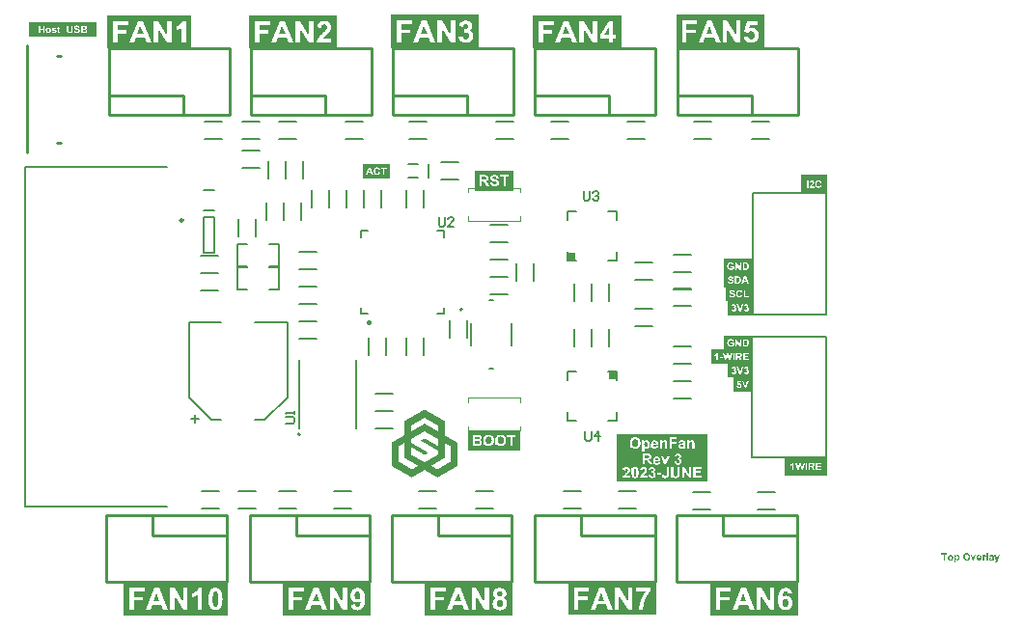
<source format=gto>
G04*
G04 #@! TF.GenerationSoftware,Altium Limited,Altium Designer,23.3.1 (30)*
G04*
G04 Layer_Color=65535*
%FSLAX44Y44*%
%MOMM*%
G71*
G04*
G04 #@! TF.SameCoordinates,3FD81306-C8D3-46B1-8163-1FBD848DCD1C*
G04*
G04*
G04 #@! TF.FilePolarity,Positive*
G04*
G01*
G75*
%ADD10C,0.2500*%
%ADD11C,0.2000*%
%ADD12C,0.1270*%
%ADD13C,0.2032*%
%ADD14C,0.1778*%
%ADD15C,0.2540*%
%ADD16C,0.1524*%
%ADD17C,0.1000*%
%ADD18C,0.1500*%
G36*
X-304913Y484215D02*
X-304902D01*
Y484205D01*
X-304882D01*
Y484194D01*
X-304861D01*
Y484184D01*
X-304851D01*
Y484174D01*
X-304830D01*
Y484163D01*
X-304809D01*
Y484153D01*
X-304799D01*
Y484143D01*
X-304778D01*
Y484132D01*
X-304758D01*
Y484122D01*
X-304737D01*
Y484112D01*
X-304727D01*
Y484101D01*
X-304706D01*
Y484091D01*
X-304685D01*
Y484081D01*
X-304675D01*
Y484070D01*
X-304644D01*
Y484060D01*
X-304634D01*
Y484050D01*
X-304613D01*
Y484039D01*
X-304592D01*
Y484029D01*
X-304582D01*
Y484019D01*
X-304561D01*
Y484008D01*
X-304541D01*
Y483998D01*
X-304520D01*
Y483988D01*
X-304510D01*
Y483977D01*
X-304489D01*
Y483967D01*
X-304468D01*
Y483957D01*
X-304458D01*
Y483946D01*
X-304427D01*
Y483936D01*
X-304417D01*
Y483926D01*
X-304396D01*
Y483915D01*
X-304386D01*
Y483905D01*
X-304365D01*
Y483895D01*
X-304344D01*
Y483884D01*
X-304334D01*
Y483874D01*
X-304303D01*
Y483864D01*
X-304293D01*
Y483853D01*
X-304272D01*
Y483843D01*
X-304251D01*
Y483833D01*
X-304241D01*
Y483822D01*
X-304220D01*
Y483812D01*
X-304210D01*
Y483801D01*
X-304179D01*
Y483791D01*
X-304168D01*
Y483781D01*
X-304148D01*
Y483770D01*
X-304127D01*
Y483760D01*
X-304117D01*
Y483750D01*
X-304096D01*
Y483740D01*
X-304076D01*
Y483729D01*
X-304055D01*
Y483719D01*
X-304034D01*
Y483708D01*
X-304024D01*
Y483698D01*
X-304003D01*
Y483688D01*
X-303993D01*
Y483677D01*
X-303962D01*
Y483667D01*
X-303951D01*
Y483657D01*
X-303931D01*
Y483647D01*
X-303910D01*
Y483636D01*
X-303900D01*
Y483626D01*
X-303879D01*
Y483615D01*
X-303869D01*
Y483605D01*
X-303838D01*
Y483595D01*
X-303827D01*
Y483585D01*
X-303817D01*
Y483574D01*
X-303786D01*
Y483564D01*
X-303776D01*
Y483553D01*
X-303755D01*
Y483543D01*
X-303734D01*
Y483533D01*
X-303724D01*
Y483522D01*
X-303703D01*
Y483512D01*
X-303683D01*
Y483502D01*
X-303662D01*
Y483491D01*
X-303652D01*
Y483481D01*
X-303631D01*
Y483471D01*
X-303610D01*
Y483460D01*
X-303600D01*
Y483450D01*
X-303569D01*
Y483440D01*
X-303559D01*
Y483429D01*
X-303538D01*
Y483419D01*
X-303517D01*
Y483409D01*
X-303507D01*
Y483398D01*
X-303486D01*
Y483388D01*
X-303476D01*
Y483378D01*
X-303445D01*
Y483367D01*
X-303435D01*
Y483357D01*
X-303414D01*
Y483347D01*
X-303393D01*
Y483336D01*
X-303383D01*
Y483326D01*
X-303362D01*
Y483316D01*
X-303342D01*
Y483305D01*
X-303321D01*
Y483295D01*
X-303311D01*
Y483285D01*
X-303290D01*
Y483274D01*
X-303269D01*
Y483264D01*
X-303259D01*
Y483254D01*
X-303228D01*
Y483243D01*
X-303217D01*
Y483233D01*
X-303197D01*
Y483223D01*
X-303186D01*
Y483212D01*
X-303166D01*
Y483202D01*
X-303145D01*
Y483192D01*
X-303135D01*
Y483181D01*
X-303104D01*
Y483171D01*
X-303093D01*
Y483161D01*
X-303073D01*
Y483150D01*
X-303052D01*
Y483140D01*
X-303042D01*
Y483130D01*
X-303021D01*
Y483119D01*
X-303000D01*
Y483109D01*
X-302980D01*
Y483099D01*
X-302969D01*
Y483088D01*
X-302949D01*
Y483078D01*
X-302928D01*
Y483068D01*
X-302918D01*
Y483057D01*
X-302897D01*
Y483047D01*
X-302876D01*
Y483036D01*
X-302866D01*
Y483026D01*
X-302835D01*
Y483016D01*
X-302825D01*
Y483005D01*
X-302804D01*
Y482995D01*
X-302794D01*
Y482985D01*
X-302773D01*
Y482975D01*
X-302752D01*
Y482964D01*
X-302731D01*
Y482954D01*
X-302711D01*
Y482943D01*
X-302701D01*
Y482933D01*
X-302680D01*
Y482923D01*
X-302659D01*
Y482912D01*
X-302649D01*
Y482902D01*
X-302628D01*
Y482892D01*
X-302607D01*
Y482882D01*
X-302587D01*
Y482871D01*
X-302577D01*
Y482861D01*
X-302556D01*
Y482850D01*
X-302535D01*
Y482840D01*
X-302525D01*
Y482830D01*
X-302494D01*
Y482819D01*
X-302483D01*
Y482809D01*
X-302463D01*
Y482799D01*
X-302452D01*
Y482788D01*
X-302432D01*
Y482778D01*
X-302411D01*
Y482768D01*
X-302401D01*
Y482757D01*
X-302370D01*
Y482747D01*
X-302359D01*
Y482737D01*
X-302339D01*
Y482726D01*
X-302318D01*
Y482716D01*
X-302308D01*
Y482706D01*
X-302287D01*
Y482695D01*
X-302266D01*
Y482685D01*
X-302246D01*
Y482675D01*
X-302235D01*
Y482664D01*
X-302215D01*
Y482654D01*
X-302194D01*
Y482644D01*
X-302184D01*
Y482633D01*
X-302153D01*
Y482623D01*
X-302142D01*
Y482613D01*
X-302122D01*
Y482602D01*
X-302111D01*
Y482592D01*
X-302091D01*
Y482582D01*
X-302070D01*
Y482571D01*
X-302060D01*
Y482561D01*
X-302029D01*
Y482551D01*
X-302018D01*
Y482540D01*
X-301998D01*
Y482530D01*
X-301987D01*
Y482520D01*
X-301966D01*
Y482509D01*
X-301946D01*
Y482499D01*
X-301936D01*
Y482489D01*
X-301905D01*
Y482478D01*
X-301894D01*
Y482468D01*
X-301873D01*
Y482458D01*
X-301853D01*
Y482447D01*
X-301842D01*
Y482437D01*
X-301822D01*
Y482427D01*
X-301801D01*
Y482416D01*
X-301780D01*
Y482406D01*
X-301760D01*
Y482396D01*
X-301749D01*
Y482385D01*
X-301729D01*
Y482375D01*
X-301718D01*
Y482365D01*
X-301698D01*
Y482354D01*
X-301677D01*
Y482344D01*
X-301667D01*
Y482333D01*
X-301636D01*
Y482323D01*
X-301625D01*
Y482313D01*
X-301605D01*
Y482303D01*
X-301584D01*
Y482292D01*
X-301574D01*
Y482282D01*
X-301553D01*
Y482271D01*
X-301543D01*
Y482261D01*
X-301512D01*
Y482251D01*
X-301501D01*
Y482240D01*
X-301481D01*
Y482230D01*
X-301460D01*
Y482220D01*
X-301450D01*
Y482210D01*
X-301419D01*
Y482199D01*
X-301408D01*
Y482189D01*
X-301388D01*
Y482178D01*
X-301377D01*
Y482168D01*
X-301357D01*
Y482158D01*
X-301336D01*
Y482147D01*
X-301326D01*
Y482137D01*
X-301294D01*
Y482127D01*
X-301284D01*
Y482117D01*
X-301264D01*
Y482106D01*
X-301243D01*
Y482096D01*
X-301232D01*
Y482085D01*
X-301212D01*
Y482075D01*
X-301201D01*
Y482065D01*
X-301171D01*
Y482054D01*
X-301160D01*
Y482044D01*
X-301140D01*
Y482034D01*
X-301119D01*
Y482023D01*
X-301108D01*
Y482013D01*
X-301088D01*
Y482003D01*
X-301067D01*
Y481992D01*
X-301046D01*
Y481982D01*
X-301036D01*
Y481972D01*
X-301015D01*
Y481961D01*
X-300995D01*
Y481951D01*
X-300984D01*
Y481941D01*
X-300953D01*
Y481930D01*
X-300943D01*
Y481920D01*
X-300922D01*
Y481910D01*
X-300902D01*
Y481899D01*
X-300891D01*
Y481889D01*
X-300871D01*
Y481879D01*
X-300860D01*
Y481868D01*
X-300829D01*
Y481858D01*
X-300819D01*
Y481848D01*
X-300798D01*
Y481837D01*
X-300778D01*
Y481827D01*
X-300767D01*
Y481817D01*
X-300747D01*
Y481806D01*
X-300726D01*
Y481796D01*
X-300716D01*
Y481786D01*
X-300695D01*
Y481775D01*
X-300674D01*
Y481765D01*
X-300654D01*
Y481755D01*
X-300643D01*
Y481744D01*
X-300623D01*
Y481734D01*
X-300602D01*
Y481724D01*
X-300592D01*
Y481713D01*
X-300560D01*
Y481703D01*
X-300550D01*
Y481693D01*
X-300529D01*
Y481682D01*
X-300509D01*
Y481672D01*
X-300499D01*
Y481662D01*
X-300478D01*
Y481651D01*
X-300467D01*
Y481641D01*
X-300436D01*
Y481631D01*
X-300426D01*
Y481620D01*
X-300406D01*
Y481610D01*
X-300385D01*
Y481600D01*
X-300375D01*
Y481589D01*
X-300354D01*
Y481579D01*
X-300333D01*
Y481568D01*
X-300312D01*
Y481558D01*
X-300302D01*
Y481548D01*
X-300281D01*
Y481538D01*
X-300261D01*
Y481527D01*
X-300250D01*
Y481517D01*
X-300219D01*
Y481507D01*
X-300209D01*
Y481496D01*
X-300188D01*
Y481486D01*
X-300178D01*
Y481475D01*
X-300157D01*
Y481465D01*
X-300137D01*
Y481455D01*
X-300126D01*
Y481445D01*
X-300095D01*
Y481434D01*
X-300085D01*
Y481424D01*
X-300064D01*
Y481413D01*
X-300044D01*
Y481403D01*
X-300033D01*
Y481393D01*
X-300013D01*
Y481382D01*
X-299992D01*
Y481372D01*
X-299982D01*
Y481362D01*
X-299961D01*
Y481351D01*
X-299940D01*
Y481341D01*
X-299920D01*
Y481331D01*
X-299909D01*
Y481320D01*
X-299889D01*
Y481310D01*
X-299868D01*
Y481300D01*
X-299847D01*
Y481289D01*
X-299827D01*
Y481279D01*
X-299816D01*
Y481269D01*
X-299795D01*
Y481258D01*
X-299785D01*
Y481248D01*
X-299764D01*
Y481238D01*
X-299744D01*
Y481227D01*
X-299734D01*
Y481217D01*
X-299702D01*
Y481207D01*
X-299692D01*
Y481196D01*
X-299671D01*
Y481186D01*
X-299651D01*
Y481176D01*
X-299640D01*
Y481165D01*
X-299620D01*
Y481155D01*
X-299599D01*
Y481145D01*
X-299578D01*
Y481134D01*
X-299568D01*
Y481124D01*
X-299547D01*
Y481114D01*
X-299527D01*
Y481103D01*
X-299516D01*
Y481093D01*
X-299485D01*
Y481083D01*
X-299475D01*
Y481072D01*
X-299454D01*
Y481062D01*
X-299444D01*
Y481052D01*
X-299423D01*
Y481041D01*
X-299403D01*
Y481031D01*
X-299392D01*
Y481021D01*
X-299361D01*
Y481010D01*
X-299351D01*
Y481000D01*
X-299330D01*
Y480990D01*
X-299310D01*
Y480979D01*
X-299299D01*
Y480969D01*
X-299279D01*
Y480959D01*
X-299268D01*
Y480948D01*
X-299237D01*
Y480938D01*
X-299227D01*
Y480928D01*
X-299206D01*
Y480917D01*
X-299186D01*
Y480907D01*
X-299175D01*
Y480896D01*
X-299144D01*
Y480886D01*
X-299134D01*
Y480876D01*
X-299113D01*
Y480866D01*
X-299103D01*
Y480855D01*
X-299082D01*
Y480845D01*
X-299062D01*
Y480835D01*
X-299051D01*
Y480824D01*
X-299020D01*
Y480814D01*
X-299010D01*
Y480803D01*
X-298989D01*
Y480793D01*
X-298969D01*
Y480783D01*
X-298958D01*
Y480773D01*
X-298937D01*
Y480762D01*
X-298927D01*
Y480752D01*
X-298896D01*
Y480742D01*
X-298886D01*
Y480731D01*
X-298865D01*
Y480721D01*
X-298844D01*
Y480710D01*
X-298834D01*
Y480700D01*
X-298813D01*
Y480690D01*
X-298793D01*
Y480680D01*
X-298782D01*
Y480669D01*
X-298762D01*
Y480659D01*
X-298741D01*
Y480648D01*
X-298720D01*
Y480638D01*
X-298710D01*
Y480628D01*
X-298689D01*
Y480617D01*
X-298669D01*
Y480607D01*
X-298658D01*
Y480597D01*
X-298627D01*
Y480586D01*
X-298617D01*
Y480576D01*
X-298596D01*
Y480566D01*
X-298576D01*
Y480555D01*
X-298565D01*
Y480545D01*
X-298545D01*
Y480535D01*
X-298534D01*
Y480524D01*
X-298503D01*
Y480514D01*
X-298493D01*
Y480504D01*
X-298472D01*
Y480493D01*
X-298452D01*
Y480483D01*
X-298441D01*
Y480473D01*
X-298410D01*
Y480462D01*
X-298400D01*
Y480452D01*
X-298379D01*
Y480442D01*
X-298369D01*
Y480431D01*
X-298348D01*
Y480421D01*
X-298328D01*
Y480411D01*
X-298317D01*
Y480400D01*
X-298286D01*
Y480390D01*
X-298276D01*
Y480380D01*
X-298255D01*
Y480369D01*
X-298235D01*
Y480359D01*
X-298224D01*
Y480349D01*
X-298203D01*
Y480338D01*
X-298183D01*
Y480328D01*
X-298162D01*
Y480318D01*
X-298152D01*
Y480307D01*
X-298131D01*
Y480297D01*
X-298110D01*
Y480287D01*
X-298100D01*
Y480276D01*
X-298079D01*
Y480266D01*
X-298059D01*
Y480256D01*
X-298038D01*
Y480245D01*
X-298028D01*
Y480235D01*
X-298007D01*
Y480225D01*
X-297986D01*
Y480214D01*
X-297976D01*
Y480204D01*
X-297955D01*
Y480194D01*
X-297935D01*
Y480183D01*
X-297914D01*
Y480173D01*
X-297893D01*
Y480163D01*
X-297883D01*
Y480152D01*
X-297862D01*
Y480142D01*
X-297852D01*
Y480131D01*
X-297831D01*
Y480121D01*
X-297811D01*
Y480111D01*
X-297790D01*
Y480101D01*
X-297769D01*
Y480090D01*
X-297759D01*
Y480080D01*
X-297738D01*
Y480070D01*
X-297718D01*
Y480059D01*
X-297707D01*
Y480049D01*
X-297687D01*
Y480038D01*
X-297666D01*
Y480028D01*
X-297645D01*
Y480018D01*
X-297635D01*
Y480008D01*
X-297614D01*
Y479997D01*
X-297593D01*
Y479987D01*
X-297583D01*
Y479977D01*
X-297552D01*
Y479966D01*
X-297542D01*
Y479956D01*
X-297521D01*
Y479945D01*
X-297511D01*
Y479935D01*
X-297490D01*
Y479925D01*
X-297470D01*
Y479914D01*
X-297459D01*
Y479904D01*
X-297428D01*
Y479894D01*
X-297418D01*
Y479883D01*
X-297397D01*
Y479873D01*
X-297376D01*
Y479863D01*
X-297366D01*
Y479852D01*
X-297345D01*
Y479842D01*
X-297335D01*
Y479832D01*
X-297304D01*
Y479821D01*
X-297294D01*
Y479811D01*
X-297273D01*
Y479801D01*
X-297252D01*
Y479790D01*
X-297242D01*
Y479780D01*
X-297211D01*
Y479770D01*
X-297201D01*
Y479759D01*
X-297180D01*
Y479749D01*
X-297170D01*
Y479739D01*
X-297149D01*
Y479728D01*
X-297128D01*
Y479718D01*
X-297118D01*
Y479708D01*
X-297087D01*
Y479697D01*
X-297077D01*
Y479687D01*
X-297056D01*
Y479677D01*
X-297035D01*
Y479666D01*
X-297025D01*
Y479656D01*
X-297004D01*
Y479646D01*
X-296984D01*
Y479635D01*
X-296963D01*
Y479625D01*
X-296953D01*
Y479615D01*
X-296932D01*
Y479604D01*
X-296911D01*
Y479594D01*
X-296901D01*
Y479584D01*
X-296880D01*
Y479573D01*
X-296859D01*
Y479563D01*
X-296849D01*
Y479553D01*
X-296818D01*
Y479542D01*
X-296808D01*
Y479532D01*
X-296787D01*
Y479522D01*
X-296777D01*
Y479511D01*
X-296746D01*
Y479501D01*
X-296735D01*
Y479491D01*
X-296725D01*
Y479480D01*
X-296694D01*
Y479470D01*
X-296684D01*
Y479460D01*
X-296663D01*
Y479449D01*
X-296642D01*
Y479439D01*
X-296632D01*
Y479429D01*
X-296611D01*
Y479418D01*
X-296601D01*
Y479408D01*
X-296570D01*
Y479398D01*
X-296560D01*
Y479387D01*
X-296539D01*
Y479377D01*
X-296518D01*
Y479366D01*
X-296508D01*
Y479356D01*
X-296477D01*
Y479346D01*
X-296467D01*
Y479336D01*
X-296446D01*
Y479325D01*
X-296436D01*
Y479315D01*
X-296415D01*
Y479305D01*
X-296394D01*
Y479294D01*
X-296384D01*
Y479284D01*
X-296353D01*
Y479273D01*
X-296343D01*
Y479263D01*
X-296322D01*
Y479253D01*
X-296301D01*
Y479243D01*
X-296291D01*
Y479232D01*
X-296270D01*
Y479222D01*
X-296260D01*
Y479212D01*
X-296229D01*
Y479201D01*
X-296219D01*
Y479191D01*
X-296198D01*
Y479180D01*
X-296177D01*
Y479170D01*
X-296167D01*
Y479160D01*
X-296146D01*
Y479149D01*
X-296126D01*
Y479139D01*
X-296105D01*
Y479129D01*
X-296094D01*
Y479118D01*
X-296074D01*
Y479108D01*
X-296053D01*
Y479098D01*
X-296043D01*
Y479087D01*
X-296012D01*
Y479077D01*
X-296001D01*
Y479067D01*
X-295981D01*
Y479056D01*
X-295960D01*
Y479046D01*
X-295950D01*
Y479036D01*
X-295929D01*
Y479025D01*
X-295908D01*
Y479015D01*
X-295888D01*
Y479005D01*
X-295877D01*
Y478994D01*
X-295857D01*
Y478984D01*
X-295836D01*
Y478974D01*
X-295826D01*
Y478963D01*
X-295805D01*
Y478953D01*
X-295784D01*
Y478943D01*
X-295764D01*
Y478932D01*
X-295753D01*
Y478922D01*
X-295733D01*
Y478912D01*
X-295712D01*
Y478901D01*
X-295702D01*
Y478891D01*
X-295681D01*
Y478881D01*
X-295660D01*
Y478870D01*
X-295650D01*
Y478860D01*
X-295619D01*
Y478850D01*
X-295609D01*
Y478839D01*
X-295588D01*
Y478829D01*
X-295567D01*
Y478819D01*
X-295557D01*
Y478808D01*
X-295536D01*
Y478798D01*
X-295516D01*
Y478788D01*
X-295495D01*
Y478777D01*
X-295485D01*
Y478767D01*
X-295464D01*
Y478757D01*
X-295443D01*
Y478746D01*
X-295433D01*
Y478736D01*
X-295412D01*
Y478726D01*
X-295402D01*
Y478715D01*
X-295371D01*
Y478705D01*
X-295361D01*
Y478694D01*
X-295340D01*
Y478684D01*
X-295319D01*
Y478674D01*
X-295309D01*
Y478663D01*
X-295278D01*
Y478653D01*
X-295267D01*
Y478643D01*
X-295247D01*
Y478633D01*
X-295236D01*
Y478622D01*
X-295216D01*
Y478612D01*
X-295195D01*
Y478601D01*
X-295174D01*
Y478591D01*
X-295154D01*
Y478581D01*
X-295143D01*
Y478571D01*
X-295123D01*
Y478560D01*
X-295102D01*
Y478550D01*
X-295092D01*
Y478540D01*
X-295071D01*
Y478529D01*
X-295050D01*
Y478519D01*
X-295030D01*
Y478508D01*
X-295019D01*
Y478498D01*
X-294999D01*
Y478488D01*
X-294978D01*
Y478478D01*
X-294968D01*
Y478467D01*
X-294947D01*
Y478457D01*
X-294926D01*
Y478446D01*
X-294906D01*
Y478436D01*
X-294885D01*
Y478426D01*
X-294875D01*
Y478415D01*
X-294854D01*
Y478405D01*
X-294844D01*
Y478395D01*
X-294823D01*
Y478384D01*
X-294802D01*
Y478374D01*
X-294782D01*
Y478364D01*
X-294761D01*
Y478353D01*
X-294750D01*
Y478343D01*
X-294730D01*
Y478333D01*
X-294709D01*
Y478322D01*
X-294699D01*
Y478312D01*
X-294678D01*
Y478302D01*
X-294657D01*
Y478291D01*
X-294637D01*
Y478281D01*
X-294627D01*
Y478271D01*
X-294606D01*
Y478260D01*
X-294585D01*
Y478250D01*
X-294575D01*
Y478240D01*
X-294544D01*
Y478229D01*
X-294533D01*
Y478219D01*
X-294513D01*
Y478209D01*
X-294502D01*
Y478198D01*
X-294482D01*
Y478188D01*
X-294461D01*
Y478178D01*
X-294451D01*
Y478167D01*
X-294420D01*
Y478157D01*
X-294409D01*
Y478147D01*
X-294389D01*
Y478136D01*
X-294368D01*
Y478126D01*
X-294358D01*
Y478116D01*
X-294337D01*
Y478105D01*
X-294327D01*
Y478095D01*
X-294296D01*
Y478085D01*
X-294285D01*
Y478074D01*
X-294265D01*
Y478064D01*
X-294244D01*
Y478054D01*
X-294234D01*
Y478043D01*
X-294213D01*
Y478033D01*
X-294192D01*
Y478023D01*
X-294172D01*
Y478012D01*
X-294161D01*
Y478002D01*
X-294141D01*
Y477992D01*
X-294120D01*
Y477981D01*
X-294110D01*
Y477971D01*
X-294079D01*
Y477961D01*
X-294068D01*
Y477950D01*
X-294048D01*
Y477940D01*
X-294027D01*
Y477929D01*
X-294017D01*
Y477919D01*
X-293996D01*
Y477909D01*
X-293975D01*
Y477898D01*
X-293955D01*
Y477888D01*
X-293944D01*
Y477878D01*
X-293923D01*
Y477868D01*
X-293903D01*
Y477857D01*
X-293892D01*
Y477847D01*
X-293872D01*
Y477836D01*
X-293851D01*
Y477826D01*
X-293831D01*
Y477816D01*
X-293810D01*
Y477805D01*
X-293799D01*
Y477795D01*
X-293779D01*
Y477785D01*
X-293768D01*
Y477775D01*
X-293737D01*
Y477764D01*
X-293727D01*
Y477754D01*
X-293717D01*
Y477743D01*
X-293686D01*
Y477733D01*
X-293675D01*
Y477723D01*
X-293655D01*
Y477712D01*
X-293634D01*
Y477702D01*
X-293624D01*
Y477692D01*
X-293603D01*
Y477681D01*
X-293593D01*
Y477671D01*
X-293562D01*
Y477661D01*
X-293551D01*
Y477650D01*
X-293531D01*
Y477640D01*
X-293510D01*
Y477630D01*
X-293500D01*
Y477619D01*
X-293479D01*
Y477609D01*
X-293458D01*
Y477599D01*
X-293438D01*
Y477588D01*
X-293427D01*
Y477578D01*
X-293407D01*
Y477568D01*
X-293386D01*
Y477557D01*
X-293365D01*
Y477547D01*
X-293345D01*
Y477537D01*
X-293334D01*
Y477526D01*
X-293314D01*
Y477516D01*
X-293293D01*
Y477506D01*
X-293283D01*
Y477495D01*
X-293262D01*
Y477485D01*
X-293251D01*
Y477475D01*
X-293221D01*
Y477464D01*
X-293210D01*
Y477454D01*
X-293190D01*
Y477444D01*
X-293169D01*
Y477433D01*
X-293158D01*
Y477423D01*
X-293138D01*
Y477413D01*
X-293117D01*
Y477402D01*
X-293096D01*
Y477392D01*
X-293086D01*
Y477382D01*
X-293065D01*
Y477371D01*
X-293045D01*
Y477361D01*
X-293034D01*
Y477351D01*
X-293014D01*
Y477340D01*
X-292993D01*
Y477330D01*
X-292972D01*
Y477320D01*
X-292952D01*
Y477309D01*
X-292941D01*
Y477299D01*
X-292921D01*
Y477289D01*
X-292910D01*
Y477278D01*
X-292879D01*
Y477268D01*
X-292869D01*
Y477257D01*
X-292848D01*
Y477247D01*
X-292828D01*
Y477237D01*
X-292817D01*
Y477226D01*
X-292797D01*
Y477216D01*
X-292776D01*
Y477206D01*
X-292755D01*
Y477196D01*
X-292745D01*
Y477185D01*
X-292724D01*
Y477175D01*
X-292704D01*
Y477164D01*
X-292693D01*
Y477154D01*
X-292673D01*
Y477144D01*
X-292652D01*
Y477133D01*
X-292631D01*
Y477123D01*
X-292611D01*
Y477113D01*
X-292600D01*
Y477103D01*
X-292580D01*
Y477092D01*
X-292569D01*
Y477082D01*
X-292549D01*
Y477071D01*
X-292528D01*
Y477061D01*
X-292518D01*
Y477051D01*
X-292486D01*
Y477040D01*
X-292476D01*
Y477030D01*
X-292456D01*
Y477020D01*
X-292435D01*
Y477009D01*
X-292425D01*
Y476999D01*
X-292404D01*
Y476989D01*
X-292383D01*
Y476978D01*
X-292362D01*
Y476968D01*
X-292352D01*
Y476958D01*
X-292331D01*
Y476947D01*
X-292311D01*
Y476937D01*
X-292300D01*
Y476927D01*
X-292269D01*
Y476916D01*
X-292259D01*
Y476906D01*
X-292238D01*
Y476896D01*
X-292228D01*
Y476885D01*
X-292207D01*
Y476875D01*
X-292187D01*
Y476865D01*
X-292176D01*
Y476854D01*
X-292145D01*
Y476844D01*
X-292135D01*
Y476834D01*
X-292114D01*
Y476823D01*
X-292094D01*
Y476813D01*
X-292083D01*
Y476803D01*
X-292063D01*
Y476792D01*
X-292042D01*
Y476782D01*
X-292021D01*
Y476772D01*
X-292001D01*
Y476761D01*
X-291990D01*
Y476751D01*
X-291970D01*
Y476741D01*
X-291959D01*
Y476730D01*
X-291928D01*
Y476720D01*
X-291918D01*
Y476710D01*
X-291897D01*
Y476699D01*
X-291877D01*
Y476689D01*
X-291866D01*
Y476679D01*
X-291845D01*
Y476668D01*
X-291825D01*
Y476658D01*
X-291814D01*
Y476648D01*
X-291794D01*
Y476637D01*
X-291773D01*
Y476627D01*
X-291752D01*
Y476617D01*
X-291742D01*
Y476606D01*
X-291721D01*
Y476596D01*
X-291701D01*
Y476586D01*
X-291680D01*
Y476575D01*
X-291670D01*
Y476565D01*
X-291649D01*
Y476555D01*
X-291628D01*
Y476544D01*
X-291618D01*
Y476534D01*
X-291597D01*
Y476524D01*
X-291577D01*
Y476513D01*
X-291566D01*
Y476503D01*
X-291535D01*
Y476493D01*
X-291525D01*
Y476482D01*
X-291504D01*
Y476472D01*
X-291494D01*
Y476461D01*
X-291473D01*
Y476451D01*
X-291453D01*
Y476441D01*
X-291442D01*
Y476431D01*
X-291411D01*
Y476420D01*
X-291401D01*
Y476410D01*
X-291380D01*
Y476399D01*
X-291360D01*
Y476389D01*
X-291349D01*
Y476379D01*
X-291329D01*
Y476368D01*
X-291318D01*
Y476358D01*
X-291287D01*
Y476348D01*
X-291277D01*
Y476338D01*
X-291256D01*
Y476327D01*
X-291236D01*
Y476317D01*
X-291225D01*
Y476306D01*
X-291194D01*
Y476296D01*
X-291184D01*
Y476286D01*
X-291163D01*
Y476275D01*
X-291153D01*
Y476265D01*
X-291132D01*
Y476255D01*
X-291112D01*
Y476244D01*
X-291101D01*
Y476234D01*
X-291070D01*
Y476224D01*
X-291060D01*
Y476213D01*
X-291039D01*
Y476203D01*
X-291019D01*
Y476193D01*
X-291008D01*
Y476182D01*
X-290987D01*
Y476172D01*
X-290967D01*
Y476162D01*
X-290946D01*
Y476151D01*
X-290936D01*
Y476141D01*
X-290915D01*
Y476131D01*
X-290894D01*
Y476120D01*
X-290884D01*
Y476110D01*
X-290863D01*
Y476100D01*
X-290843D01*
Y476089D01*
X-290822D01*
Y476079D01*
X-290801D01*
Y476069D01*
X-290791D01*
Y476058D01*
X-290770D01*
Y476048D01*
X-290760D01*
Y476038D01*
X-290739D01*
Y476027D01*
X-290719D01*
Y476017D01*
X-290698D01*
Y476007D01*
X-290677D01*
Y475996D01*
X-290667D01*
Y475986D01*
X-290646D01*
Y475976D01*
X-290626D01*
Y475965D01*
X-290615D01*
Y475955D01*
X-290595D01*
Y475945D01*
X-290584D01*
Y475934D01*
X-290553D01*
Y475924D01*
X-290543D01*
Y475914D01*
X-290522D01*
Y475903D01*
X-290502D01*
Y475893D01*
X-290491D01*
Y475883D01*
X-290471D01*
Y475872D01*
X-290450D01*
Y475862D01*
X-290429D01*
Y475852D01*
X-290419D01*
Y475841D01*
X-290398D01*
Y475831D01*
X-290378D01*
Y475821D01*
X-290367D01*
Y475810D01*
X-290336D01*
Y475800D01*
X-290326D01*
Y475789D01*
X-290305D01*
Y475779D01*
X-290285D01*
Y475769D01*
X-290274D01*
Y475759D01*
X-290254D01*
Y475748D01*
X-290233D01*
Y475738D01*
X-290212D01*
Y475728D01*
X-290202D01*
Y475717D01*
X-290181D01*
Y475707D01*
X-290160D01*
Y475696D01*
X-290150D01*
Y475686D01*
X-290129D01*
Y475676D01*
X-290109D01*
Y475666D01*
X-290088D01*
Y475655D01*
X-290078D01*
Y475645D01*
X-290057D01*
Y475634D01*
X-290036D01*
Y475624D01*
X-290026D01*
Y475614D01*
X-289995D01*
Y475603D01*
X-289985D01*
Y475593D01*
X-289964D01*
Y475583D01*
X-289954D01*
Y475573D01*
X-289933D01*
Y475562D01*
X-289912D01*
Y475552D01*
X-289902D01*
Y475541D01*
X-289881D01*
Y475531D01*
X-289861D01*
Y475521D01*
X-289840D01*
Y475510D01*
X-289819D01*
Y475500D01*
X-289809D01*
Y475490D01*
X-289788D01*
Y475479D01*
X-289768D01*
Y475469D01*
X-289747D01*
Y475459D01*
X-289737D01*
Y475448D01*
X-289716D01*
Y475438D01*
X-289695D01*
Y475428D01*
X-289685D01*
Y475417D01*
X-289664D01*
Y475407D01*
X-289643D01*
Y475397D01*
X-289633D01*
Y475386D01*
X-289602D01*
Y475376D01*
X-289592D01*
Y475366D01*
X-289571D01*
Y475355D01*
X-289561D01*
Y475345D01*
X-289540D01*
Y475335D01*
X-289520D01*
Y475324D01*
X-289509D01*
Y475314D01*
X-289478D01*
Y475304D01*
X-289468D01*
Y475293D01*
X-289447D01*
Y475283D01*
X-289426D01*
Y475273D01*
X-289416D01*
Y475262D01*
X-289395D01*
Y475252D01*
X-289375D01*
Y475242D01*
X-289354D01*
Y475231D01*
X-289344D01*
Y475221D01*
X-289323D01*
Y475211D01*
X-289302D01*
Y475200D01*
X-289292D01*
Y475190D01*
X-289261D01*
Y475180D01*
X-289251D01*
Y475169D01*
X-289230D01*
Y475159D01*
X-289209D01*
Y475149D01*
X-289199D01*
Y475138D01*
X-289178D01*
Y475128D01*
X-289168D01*
Y475118D01*
X-289137D01*
Y475107D01*
X-289127D01*
Y475097D01*
X-289106D01*
Y475087D01*
X-289085D01*
Y475076D01*
X-289075D01*
Y475066D01*
X-289054D01*
Y475056D01*
X-289034D01*
Y475045D01*
X-289013D01*
Y475035D01*
X-289003D01*
Y475024D01*
X-288982D01*
Y475014D01*
X-288961D01*
Y475004D01*
X-288951D01*
Y474994D01*
X-288920D01*
Y474983D01*
X-288909D01*
Y474973D01*
X-288889D01*
Y474963D01*
X-288868D01*
Y474952D01*
X-288858D01*
Y474942D01*
X-288837D01*
Y474931D01*
X-288827D01*
Y474921D01*
X-288796D01*
Y474911D01*
X-288785D01*
Y474901D01*
X-288775D01*
Y474890D01*
X-288744D01*
Y474880D01*
X-288734D01*
Y474869D01*
X-288713D01*
Y474859D01*
X-288692D01*
Y474849D01*
X-288682D01*
Y474838D01*
X-288661D01*
Y474828D01*
X-288641D01*
Y474818D01*
X-288620D01*
Y474807D01*
X-288610D01*
Y474797D01*
X-288589D01*
Y474787D01*
X-288568D01*
Y474776D01*
X-288548D01*
Y474766D01*
X-288527D01*
Y474756D01*
X-288517D01*
Y474745D01*
X-288496D01*
Y474735D01*
X-288475D01*
Y474725D01*
X-288465D01*
Y474714D01*
X-288444D01*
Y474704D01*
X-288434D01*
Y474694D01*
X-288403D01*
Y474683D01*
X-288393D01*
Y474673D01*
X-288372D01*
Y474663D01*
X-288351D01*
Y474652D01*
X-288341D01*
Y474642D01*
X-288320D01*
Y474632D01*
X-288300D01*
Y474621D01*
X-288279D01*
Y474611D01*
X-288269D01*
Y474601D01*
X-288248D01*
Y474590D01*
X-288227D01*
Y474580D01*
X-288217D01*
Y474570D01*
X-288196D01*
Y474559D01*
X-288176D01*
Y474549D01*
X-288155D01*
Y474539D01*
X-288144D01*
Y474528D01*
X-288124D01*
Y474518D01*
X-288103D01*
Y474508D01*
X-288093D01*
Y474497D01*
X-288062D01*
Y474487D01*
X-288051D01*
Y474477D01*
X-288031D01*
Y474466D01*
X-288010D01*
Y474456D01*
X-288000D01*
Y474446D01*
X-287979D01*
Y474435D01*
X-287958D01*
Y474425D01*
X-287938D01*
Y474415D01*
X-287927D01*
Y474404D01*
X-287907D01*
Y474394D01*
X-287886D01*
Y474384D01*
X-287876D01*
Y474373D01*
X-287845D01*
Y474363D01*
X-287834D01*
Y474352D01*
X-287814D01*
Y474342D01*
X-287793D01*
Y474332D01*
X-287783D01*
Y474322D01*
X-287762D01*
Y474311D01*
X-287752D01*
Y474301D01*
X-287731D01*
Y474291D01*
X-287710D01*
Y474280D01*
X-287700D01*
Y474270D01*
X-287669D01*
Y474259D01*
X-287659D01*
Y474249D01*
X-287638D01*
Y474239D01*
X-287628D01*
Y474229D01*
X-287607D01*
Y474218D01*
X-287586D01*
Y474208D01*
X-287566D01*
Y474198D01*
X-287545D01*
Y474187D01*
X-287535D01*
Y474177D01*
X-287514D01*
Y474166D01*
X-287504D01*
Y461585D01*
X-287493D01*
Y461575D01*
X-287472D01*
Y461564D01*
X-287452D01*
Y461554D01*
X-287442D01*
Y461544D01*
X-287411D01*
Y461533D01*
X-287400D01*
Y461523D01*
X-287379D01*
Y461513D01*
X-287369D01*
Y461502D01*
X-287348D01*
Y461492D01*
X-287328D01*
Y461482D01*
X-287307D01*
Y461471D01*
X-287286D01*
Y461461D01*
X-287276D01*
Y461451D01*
X-287255D01*
Y461440D01*
X-287235D01*
Y461430D01*
X-287224D01*
Y461420D01*
X-287193D01*
Y461409D01*
X-287183D01*
Y461399D01*
X-287162D01*
Y461389D01*
X-287142D01*
Y461378D01*
X-287131D01*
Y461368D01*
X-287100D01*
Y461358D01*
X-287090D01*
Y461347D01*
X-287069D01*
Y461337D01*
X-287059D01*
Y461327D01*
X-287038D01*
Y461316D01*
X-287018D01*
Y461306D01*
X-286997D01*
Y461296D01*
X-286976D01*
Y461285D01*
X-286966D01*
Y461275D01*
X-286945D01*
Y461265D01*
X-286925D01*
Y461254D01*
X-286914D01*
Y461244D01*
X-286883D01*
Y461233D01*
X-286873D01*
Y461223D01*
X-286852D01*
Y461213D01*
X-286842D01*
Y461203D01*
X-286811D01*
Y461192D01*
X-286800D01*
Y461182D01*
X-286780D01*
Y461171D01*
X-286759D01*
Y461161D01*
X-286749D01*
Y461151D01*
X-286718D01*
Y461141D01*
X-286707D01*
Y461130D01*
X-286697D01*
Y461120D01*
X-286677D01*
Y461110D01*
X-286656D01*
Y461099D01*
X-286635D01*
Y461089D01*
X-286625D01*
Y461078D01*
X-286594D01*
Y461068D01*
X-286583D01*
Y461058D01*
X-286563D01*
Y461047D01*
X-286542D01*
Y461037D01*
X-286532D01*
Y461027D01*
X-286501D01*
Y461016D01*
X-286490D01*
Y461006D01*
X-286470D01*
Y460996D01*
X-286449D01*
Y460985D01*
X-286439D01*
Y460975D01*
X-286418D01*
Y460965D01*
X-286408D01*
Y460954D01*
X-286377D01*
Y460944D01*
X-286366D01*
Y460934D01*
X-286346D01*
Y460923D01*
X-286325D01*
Y460913D01*
X-286315D01*
Y460903D01*
X-286284D01*
Y460892D01*
X-286273D01*
Y460882D01*
X-286253D01*
Y460872D01*
X-286232D01*
Y460861D01*
X-286222D01*
Y460851D01*
X-286201D01*
Y460841D01*
X-286180D01*
Y460830D01*
X-286160D01*
Y460820D01*
X-286149D01*
Y460810D01*
X-286129D01*
Y460799D01*
X-286108D01*
Y460789D01*
X-286098D01*
Y460779D01*
X-286067D01*
Y460768D01*
X-286056D01*
Y460758D01*
X-286035D01*
Y460748D01*
X-286015D01*
Y460737D01*
X-286005D01*
Y460727D01*
X-285984D01*
Y460717D01*
X-285963D01*
Y460706D01*
X-285942D01*
Y460696D01*
X-285932D01*
Y460686D01*
X-285912D01*
Y460675D01*
X-285891D01*
Y460665D01*
X-285881D01*
Y460655D01*
X-285860D01*
Y460644D01*
X-285839D01*
Y460634D01*
X-285819D01*
Y460624D01*
X-285798D01*
Y460613D01*
X-285787D01*
Y460603D01*
X-285767D01*
Y460593D01*
X-285746D01*
Y460582D01*
X-285725D01*
Y460572D01*
X-285715D01*
Y460562D01*
X-285694D01*
Y460551D01*
X-285674D01*
Y460541D01*
X-285663D01*
Y460531D01*
X-285632D01*
Y460520D01*
X-285622D01*
Y460510D01*
X-285601D01*
Y460499D01*
X-285581D01*
Y460489D01*
X-285570D01*
Y460479D01*
X-285539D01*
Y460468D01*
X-285529D01*
Y460458D01*
X-285508D01*
Y460448D01*
X-285488D01*
Y460438D01*
X-285477D01*
Y460427D01*
X-285457D01*
Y460417D01*
X-285446D01*
Y460406D01*
X-285415D01*
Y460396D01*
X-285405D01*
Y460386D01*
X-285384D01*
Y460376D01*
X-285364D01*
Y460365D01*
X-285353D01*
Y460355D01*
X-285322D01*
Y460345D01*
X-285312D01*
Y460334D01*
X-285291D01*
Y460324D01*
X-285271D01*
Y460313D01*
X-285260D01*
Y460303D01*
X-285240D01*
Y460293D01*
X-285229D01*
Y460282D01*
X-285198D01*
Y460272D01*
X-285188D01*
Y460262D01*
X-285167D01*
Y460251D01*
X-285147D01*
Y460241D01*
X-285136D01*
Y460231D01*
X-285105D01*
Y460220D01*
X-285095D01*
Y460210D01*
X-285074D01*
Y460200D01*
X-285053D01*
Y460189D01*
X-285043D01*
Y460179D01*
X-285022D01*
Y460169D01*
X-285002D01*
Y460158D01*
X-284981D01*
Y460148D01*
X-284971D01*
Y460138D01*
X-284950D01*
Y460127D01*
X-284929D01*
Y460117D01*
X-284919D01*
Y460107D01*
X-284888D01*
Y460096D01*
X-284878D01*
Y460086D01*
X-284857D01*
Y460076D01*
X-284836D01*
Y460065D01*
X-284826D01*
Y460055D01*
X-284805D01*
Y460045D01*
X-284795D01*
Y460034D01*
X-284764D01*
Y460024D01*
X-284754D01*
Y460014D01*
X-284733D01*
Y460003D01*
X-284712D01*
Y459993D01*
X-284702D01*
Y459983D01*
X-284671D01*
Y459972D01*
X-284661D01*
Y459962D01*
X-284640D01*
Y459952D01*
X-284619D01*
Y459941D01*
X-284609D01*
Y459931D01*
X-284578D01*
Y459921D01*
X-284568D01*
Y459910D01*
X-284547D01*
Y459900D01*
X-284526D01*
Y459890D01*
X-284516D01*
Y459879D01*
X-284495D01*
Y459869D01*
X-284475D01*
Y459859D01*
X-284454D01*
Y459848D01*
X-284443D01*
Y459838D01*
X-284423D01*
Y459828D01*
X-284402D01*
Y459817D01*
X-284392D01*
Y459807D01*
X-284361D01*
Y459796D01*
X-284350D01*
Y459786D01*
X-284330D01*
Y459776D01*
X-284309D01*
Y459766D01*
X-284299D01*
Y459755D01*
X-284278D01*
Y459745D01*
X-284268D01*
Y459734D01*
X-284237D01*
Y459724D01*
X-284226D01*
Y459714D01*
X-284206D01*
Y459703D01*
X-284185D01*
Y459693D01*
X-284175D01*
Y459683D01*
X-284144D01*
Y459673D01*
X-284133D01*
Y459662D01*
X-284113D01*
Y459652D01*
X-284102D01*
Y459641D01*
X-284082D01*
Y459631D01*
X-284061D01*
Y459621D01*
X-284040D01*
Y459610D01*
X-284020D01*
Y459600D01*
X-284009D01*
Y459590D01*
X-283989D01*
Y459579D01*
X-283968D01*
Y459569D01*
X-283947D01*
Y459559D01*
X-283927D01*
Y459548D01*
X-283916D01*
Y459538D01*
X-283895D01*
Y459528D01*
X-283875D01*
Y459517D01*
X-283864D01*
Y459507D01*
X-283844D01*
Y459497D01*
X-283823D01*
Y459486D01*
X-283803D01*
Y459476D01*
X-283792D01*
Y459466D01*
X-283771D01*
Y459455D01*
X-283751D01*
Y459445D01*
X-283730D01*
Y459435D01*
X-283710D01*
Y459424D01*
X-283699D01*
Y459414D01*
X-283678D01*
Y459404D01*
X-283658D01*
Y459393D01*
X-283647D01*
Y459383D01*
X-283627D01*
Y459373D01*
X-283606D01*
Y459362D01*
X-283585D01*
Y459352D01*
X-283575D01*
Y459342D01*
X-283554D01*
Y459331D01*
X-283534D01*
Y459321D01*
X-283513D01*
Y459311D01*
X-283492D01*
Y459300D01*
X-283482D01*
Y459290D01*
X-283461D01*
Y459280D01*
X-283441D01*
Y459269D01*
X-283420D01*
Y459259D01*
X-283399D01*
Y459249D01*
X-283389D01*
Y459238D01*
X-283368D01*
Y459228D01*
X-283358D01*
Y459218D01*
X-283327D01*
Y459207D01*
X-283317D01*
Y459197D01*
X-283296D01*
Y459187D01*
X-283275D01*
Y459176D01*
X-283265D01*
Y459166D01*
X-283234D01*
Y459156D01*
X-283224D01*
Y459145D01*
X-283213D01*
Y459135D01*
X-283182D01*
Y459125D01*
X-283172D01*
Y459114D01*
X-283151D01*
Y459104D01*
X-283141D01*
Y459094D01*
X-283110D01*
Y459083D01*
X-283099D01*
Y459073D01*
X-283079D01*
Y459062D01*
X-283058D01*
Y459052D01*
X-283048D01*
Y459042D01*
X-283017D01*
Y459031D01*
X-283006D01*
Y459021D01*
X-282986D01*
Y459011D01*
X-282965D01*
Y459001D01*
X-282955D01*
Y458990D01*
X-282934D01*
Y458980D01*
X-282913D01*
Y458969D01*
X-282893D01*
Y458959D01*
X-282882D01*
Y458949D01*
X-282862D01*
Y458938D01*
X-282841D01*
Y458928D01*
X-282831D01*
Y458918D01*
X-282800D01*
Y458908D01*
X-282789D01*
Y458897D01*
X-282769D01*
Y458887D01*
X-282748D01*
Y458876D01*
X-282738D01*
Y458866D01*
X-282717D01*
Y458856D01*
X-282696D01*
Y458845D01*
X-282676D01*
Y458835D01*
X-282665D01*
Y458825D01*
X-282645D01*
Y458814D01*
X-282624D01*
Y458804D01*
X-282614D01*
Y458794D01*
X-282583D01*
Y458783D01*
X-282572D01*
Y458773D01*
X-282552D01*
Y458763D01*
X-282531D01*
Y458752D01*
X-282521D01*
Y458742D01*
X-282500D01*
Y458732D01*
X-282479D01*
Y458721D01*
X-282459D01*
Y458711D01*
X-282448D01*
Y458701D01*
X-282428D01*
Y458690D01*
X-282407D01*
Y458680D01*
X-282397D01*
Y458670D01*
X-282365D01*
Y458659D01*
X-282355D01*
Y458649D01*
X-282334D01*
Y458639D01*
X-282314D01*
Y458628D01*
X-282304D01*
Y458618D01*
X-282272D01*
Y458608D01*
X-282262D01*
Y458597D01*
X-282241D01*
Y458587D01*
X-282221D01*
Y458577D01*
X-282211D01*
Y458566D01*
X-282190D01*
Y458556D01*
X-282169D01*
Y458546D01*
X-282148D01*
Y458535D01*
X-282138D01*
Y458525D01*
X-282117D01*
Y458515D01*
X-282097D01*
Y458504D01*
X-282086D01*
Y458494D01*
X-282055D01*
Y458484D01*
X-282045D01*
Y458473D01*
X-282024D01*
Y458463D01*
X-282004D01*
Y458453D01*
X-281993D01*
Y458442D01*
X-281973D01*
Y458432D01*
X-281952D01*
Y458422D01*
X-281931D01*
Y458411D01*
X-281921D01*
Y458401D01*
X-281900D01*
Y458391D01*
X-281880D01*
Y458380D01*
X-281869D01*
Y458370D01*
X-281838D01*
Y458359D01*
X-281828D01*
Y458349D01*
X-281807D01*
Y458339D01*
X-281787D01*
Y458329D01*
X-281776D01*
Y458318D01*
X-281756D01*
Y458308D01*
X-281735D01*
Y458298D01*
X-281714D01*
Y458287D01*
X-281704D01*
Y458277D01*
X-281683D01*
Y458266D01*
X-281663D01*
Y458256D01*
X-281652D01*
Y458246D01*
X-281621D01*
Y458236D01*
X-281611D01*
Y458225D01*
X-281590D01*
Y458215D01*
X-281569D01*
Y458204D01*
X-281559D01*
Y458194D01*
X-281539D01*
Y458184D01*
X-281518D01*
Y458173D01*
X-281497D01*
Y458163D01*
X-281487D01*
Y458153D01*
X-281466D01*
Y458142D01*
X-281445D01*
Y458132D01*
X-281435D01*
Y458122D01*
X-281404D01*
Y458111D01*
X-281394D01*
Y458101D01*
X-281373D01*
Y458091D01*
X-281352D01*
Y458080D01*
X-281342D01*
Y458070D01*
X-281321D01*
Y458060D01*
X-281301D01*
Y458049D01*
X-281280D01*
Y458039D01*
X-281270D01*
Y458029D01*
X-281249D01*
Y458018D01*
X-281228D01*
Y458008D01*
X-281218D01*
Y457998D01*
X-281187D01*
Y457987D01*
X-281177D01*
Y457977D01*
X-281156D01*
Y457967D01*
X-281135D01*
Y457956D01*
X-281125D01*
Y457946D01*
X-281094D01*
Y457936D01*
X-281084D01*
Y457925D01*
X-281063D01*
Y457915D01*
X-281053D01*
Y457905D01*
X-281032D01*
Y457894D01*
X-281011D01*
Y457884D01*
X-281001D01*
Y457874D01*
X-280970D01*
Y457863D01*
X-280959D01*
Y457853D01*
X-280939D01*
Y457843D01*
X-280918D01*
Y457832D01*
X-280908D01*
Y457822D01*
X-280877D01*
Y457812D01*
X-280867D01*
Y457801D01*
X-280846D01*
Y457791D01*
X-280825D01*
Y457781D01*
X-280815D01*
Y457770D01*
X-280794D01*
Y457760D01*
X-280774D01*
Y457750D01*
X-280753D01*
Y457739D01*
X-280742D01*
Y457729D01*
X-280722D01*
Y457719D01*
X-280701D01*
Y457708D01*
X-280691D01*
Y457698D01*
X-280660D01*
Y457688D01*
X-280649D01*
Y457677D01*
X-280629D01*
Y457667D01*
X-280618D01*
Y457657D01*
X-280598D01*
Y457646D01*
X-280577D01*
Y457636D01*
X-280556D01*
Y457626D01*
X-280536D01*
Y457615D01*
X-280525D01*
Y457605D01*
X-280505D01*
Y457594D01*
X-280484D01*
Y457584D01*
X-280463D01*
Y457574D01*
X-280443D01*
Y457564D01*
X-280432D01*
Y457553D01*
X-280412D01*
Y457543D01*
X-280391D01*
Y457533D01*
X-280381D01*
Y457522D01*
X-280360D01*
Y457512D01*
X-280339D01*
Y457501D01*
X-280319D01*
Y457491D01*
X-280308D01*
Y457481D01*
X-280277D01*
Y457471D01*
X-280267D01*
Y457460D01*
X-280257D01*
Y457450D01*
X-280226D01*
Y457439D01*
X-280215D01*
Y457429D01*
X-280194D01*
Y457419D01*
X-280174D01*
Y457408D01*
X-280163D01*
Y457398D01*
X-280143D01*
Y457388D01*
X-280122D01*
Y457377D01*
X-280102D01*
Y457367D01*
X-280091D01*
Y457357D01*
X-280070D01*
Y457346D01*
X-280050D01*
Y457336D01*
X-280029D01*
Y457326D01*
X-280009D01*
Y457315D01*
X-279998D01*
Y457305D01*
X-279977D01*
Y457295D01*
X-279957D01*
Y457284D01*
X-279936D01*
Y457274D01*
X-279915D01*
Y457264D01*
X-279905D01*
Y457253D01*
X-279884D01*
Y457243D01*
X-279864D01*
Y457233D01*
X-279843D01*
Y457222D01*
X-279833D01*
Y457212D01*
X-279812D01*
Y457202D01*
X-279791D01*
Y457191D01*
X-279781D01*
Y457181D01*
X-279760D01*
Y457171D01*
X-279740D01*
Y457160D01*
X-279719D01*
Y457150D01*
X-279698D01*
Y457140D01*
X-279688D01*
Y457129D01*
X-279667D01*
Y457119D01*
X-279647D01*
Y457109D01*
X-279636D01*
Y457098D01*
X-279616D01*
Y457088D01*
X-279595D01*
Y457078D01*
X-279574D01*
Y457067D01*
X-279564D01*
Y457057D01*
X-279543D01*
Y457047D01*
X-279523D01*
Y457036D01*
X-279502D01*
Y457026D01*
X-279481D01*
Y457016D01*
X-279471D01*
Y457005D01*
X-279450D01*
Y456995D01*
X-279429D01*
Y456985D01*
X-279409D01*
Y456974D01*
X-279398D01*
Y456964D01*
X-279378D01*
Y456954D01*
X-279357D01*
Y456943D01*
X-279347D01*
Y456933D01*
X-279316D01*
Y456923D01*
X-279305D01*
Y456912D01*
X-279285D01*
Y456902D01*
X-279264D01*
Y456892D01*
X-279254D01*
Y456881D01*
X-279233D01*
Y456871D01*
X-279212D01*
Y456861D01*
X-279192D01*
Y456850D01*
X-279181D01*
Y456840D01*
X-279161D01*
Y456829D01*
X-279140D01*
Y456819D01*
X-279130D01*
Y456809D01*
X-279099D01*
Y456799D01*
X-279088D01*
Y456788D01*
X-279068D01*
Y456778D01*
X-279047D01*
Y456768D01*
X-279037D01*
Y456757D01*
X-279016D01*
Y456747D01*
X-279006D01*
Y456736D01*
X-278975D01*
Y456726D01*
X-278954D01*
Y456716D01*
X-278944D01*
Y456706D01*
X-278923D01*
Y456695D01*
X-278913D01*
Y456685D01*
X-278882D01*
Y456674D01*
X-278871D01*
Y456664D01*
X-278851D01*
Y456654D01*
X-278830D01*
Y456643D01*
X-278820D01*
Y456633D01*
X-278789D01*
Y456623D01*
X-278778D01*
Y456612D01*
X-278757D01*
Y456602D01*
X-278747D01*
Y456592D01*
X-278727D01*
Y456581D01*
X-278706D01*
Y456571D01*
X-278696D01*
Y456561D01*
X-278664D01*
Y456550D01*
X-278654D01*
Y456540D01*
X-278633D01*
Y456530D01*
X-278613D01*
Y456519D01*
X-278603D01*
Y456509D01*
X-278571D01*
Y456499D01*
X-278561D01*
Y456488D01*
X-278540D01*
Y456478D01*
X-278520D01*
Y456468D01*
X-278509D01*
Y456457D01*
X-278489D01*
Y456447D01*
X-278468D01*
Y456437D01*
X-278447D01*
Y456426D01*
X-278437D01*
Y456416D01*
X-278416D01*
Y456406D01*
X-278396D01*
Y456395D01*
X-278385D01*
Y456385D01*
X-278354D01*
Y456375D01*
X-278344D01*
Y456364D01*
X-278323D01*
Y456354D01*
X-278303D01*
Y456344D01*
X-278292D01*
Y456333D01*
X-278261D01*
Y456323D01*
X-278251D01*
Y456313D01*
X-278230D01*
Y456302D01*
X-278220D01*
Y456292D01*
X-278199D01*
Y456282D01*
X-278179D01*
Y456271D01*
X-278168D01*
Y456261D01*
X-278137D01*
Y456251D01*
X-278127D01*
Y456240D01*
X-278106D01*
Y456230D01*
X-278086D01*
Y456220D01*
X-278075D01*
Y456209D01*
X-278055D01*
Y456199D01*
X-278034D01*
Y456189D01*
X-278013D01*
Y456178D01*
X-278003D01*
Y456168D01*
X-277982D01*
Y456157D01*
X-277962D01*
Y456147D01*
X-277951D01*
Y456137D01*
X-277920D01*
Y456127D01*
X-277910D01*
Y456116D01*
X-277889D01*
Y456106D01*
X-277868D01*
Y456096D01*
X-277858D01*
Y456085D01*
X-277838D01*
Y456075D01*
X-277817D01*
Y456064D01*
X-277796D01*
Y456054D01*
X-277786D01*
Y456044D01*
X-277765D01*
Y456034D01*
X-277744D01*
Y456023D01*
X-277724D01*
Y456013D01*
X-277703D01*
Y456003D01*
X-277693D01*
Y455992D01*
X-277672D01*
Y455982D01*
X-277651D01*
Y455971D01*
X-277641D01*
Y455961D01*
X-277620D01*
Y455951D01*
X-277600D01*
Y455940D01*
X-277579D01*
Y455930D01*
X-277569D01*
Y455920D01*
X-277548D01*
Y455909D01*
X-277527D01*
Y455899D01*
X-277507D01*
Y455889D01*
X-277486D01*
Y455878D01*
X-277476D01*
Y455868D01*
X-277455D01*
Y455858D01*
X-277434D01*
Y455847D01*
X-277414D01*
Y455837D01*
X-277393D01*
Y455827D01*
X-277383D01*
Y455816D01*
X-277362D01*
Y455806D01*
X-277341D01*
Y455796D01*
X-277331D01*
Y455785D01*
X-277310D01*
Y455775D01*
X-277290D01*
Y455765D01*
X-277269D01*
Y455754D01*
X-277258D01*
Y455744D01*
X-277238D01*
Y455734D01*
X-277217D01*
Y455723D01*
X-277197D01*
Y455713D01*
X-277176D01*
Y455703D01*
X-277166D01*
Y455692D01*
X-277145D01*
Y455682D01*
X-277124D01*
Y455672D01*
X-277114D01*
Y455661D01*
X-277093D01*
Y455651D01*
X-277072D01*
Y455641D01*
X-277052D01*
Y455630D01*
X-277041D01*
Y455620D01*
X-277010D01*
Y455610D01*
X-277000D01*
Y455599D01*
X-276979D01*
Y455589D01*
X-276959D01*
Y455579D01*
X-276948D01*
Y455568D01*
X-276917D01*
Y455558D01*
X-276907D01*
Y455548D01*
X-276897D01*
Y455537D01*
X-276876D01*
Y455527D01*
X-276855D01*
Y455517D01*
X-276835D01*
Y455506D01*
X-276824D01*
Y455496D01*
X-276793D01*
Y455486D01*
X-276783D01*
Y455475D01*
X-276773D01*
Y455465D01*
X-276742D01*
Y455454D01*
X-276731D01*
Y455444D01*
X-276711D01*
Y455434D01*
X-276690D01*
Y455424D01*
X-276669D01*
Y455413D01*
X-276649D01*
Y455403D01*
X-276638D01*
Y455392D01*
X-276618D01*
Y455382D01*
X-276607D01*
Y455372D01*
X-276576D01*
Y455362D01*
X-276566D01*
Y455351D01*
X-276545D01*
Y455341D01*
X-276525D01*
Y455331D01*
X-276514D01*
Y455320D01*
X-276483D01*
Y455310D01*
X-276473D01*
Y455299D01*
X-276452D01*
Y455289D01*
X-276432D01*
Y455279D01*
X-276421D01*
Y455269D01*
X-276401D01*
Y455258D01*
X-276380D01*
Y455248D01*
X-276369D01*
Y455237D01*
X-276359D01*
Y455227D01*
X-276349D01*
Y441415D01*
Y441405D01*
Y434458D01*
X-276359D01*
Y434437D01*
X-276369D01*
Y434427D01*
X-276390D01*
Y434417D01*
X-276401D01*
Y434406D01*
X-276432D01*
Y434396D01*
X-276442D01*
Y434385D01*
X-276462D01*
Y434375D01*
X-276483D01*
Y434365D01*
X-276493D01*
Y434355D01*
X-276525D01*
Y434344D01*
X-276535D01*
Y434334D01*
X-276556D01*
Y434324D01*
X-276576D01*
Y434313D01*
X-276586D01*
Y434303D01*
X-276607D01*
Y434292D01*
X-276618D01*
Y434282D01*
X-276649D01*
Y434272D01*
X-276659D01*
Y434262D01*
X-276680D01*
Y434251D01*
X-276700D01*
Y434241D01*
X-276711D01*
Y434230D01*
X-276742D01*
Y434220D01*
X-276752D01*
Y434210D01*
X-276773D01*
Y434199D01*
X-276793D01*
Y434189D01*
X-276804D01*
Y434179D01*
X-276824D01*
Y434168D01*
X-276845D01*
Y434158D01*
X-276866D01*
Y434148D01*
X-276876D01*
Y434137D01*
X-276897D01*
Y434127D01*
X-276917D01*
Y434117D01*
X-276938D01*
Y434106D01*
X-276959D01*
Y434096D01*
X-276969D01*
Y434086D01*
X-277000D01*
Y434075D01*
X-277010D01*
Y434065D01*
X-277021D01*
Y434055D01*
X-277052D01*
Y434044D01*
X-277062D01*
Y434034D01*
X-277093D01*
Y434024D01*
X-277104D01*
Y434013D01*
X-277124D01*
Y434003D01*
X-277145D01*
Y433993D01*
X-277155D01*
Y433982D01*
X-277176D01*
Y433972D01*
X-277186D01*
Y433962D01*
X-277217D01*
Y433951D01*
X-277227D01*
Y433941D01*
X-277248D01*
Y433931D01*
X-277269D01*
Y433920D01*
X-277279D01*
Y433910D01*
X-277310D01*
Y433900D01*
X-277321D01*
Y433889D01*
X-277341D01*
Y433879D01*
X-277362D01*
Y433869D01*
X-277372D01*
Y433858D01*
X-277403D01*
Y433848D01*
X-277414D01*
Y433838D01*
X-277434D01*
Y433827D01*
X-277455D01*
Y433817D01*
X-277465D01*
Y433807D01*
X-277486D01*
Y433796D01*
X-277507D01*
Y433786D01*
X-277527D01*
Y433776D01*
X-277538D01*
Y433765D01*
X-277558D01*
Y433755D01*
X-277579D01*
Y433745D01*
X-277589D01*
Y433734D01*
X-277620D01*
Y433724D01*
X-277631D01*
Y433714D01*
X-277651D01*
Y433703D01*
X-277672D01*
Y433693D01*
X-277682D01*
Y433683D01*
X-277713D01*
Y433672D01*
X-277724D01*
Y433662D01*
X-277744D01*
Y433652D01*
X-277765D01*
Y433641D01*
X-277775D01*
Y433631D01*
X-277796D01*
Y433620D01*
X-277817D01*
Y433610D01*
X-277838D01*
Y433600D01*
X-277848D01*
Y433590D01*
X-277879D01*
Y433579D01*
X-277889D01*
Y433569D01*
X-277910D01*
Y433559D01*
X-277931D01*
Y433548D01*
X-277941D01*
Y433538D01*
X-277972D01*
Y433527D01*
X-277982D01*
Y433517D01*
X-278003D01*
Y433507D01*
X-278023D01*
Y433497D01*
X-278034D01*
Y433486D01*
X-278065D01*
Y433476D01*
X-278075D01*
Y433465D01*
X-278096D01*
Y433455D01*
X-278117D01*
Y433445D01*
X-278127D01*
Y433434D01*
X-278148D01*
Y433424D01*
X-278168D01*
Y433414D01*
X-278189D01*
Y433403D01*
X-278199D01*
Y433393D01*
X-278220D01*
Y433383D01*
X-278241D01*
Y433372D01*
X-278251D01*
Y433362D01*
X-278282D01*
Y433352D01*
X-278292D01*
Y433341D01*
X-278313D01*
Y433331D01*
X-278334D01*
Y433321D01*
X-278344D01*
Y433310D01*
X-278375D01*
Y433300D01*
X-278385D01*
Y433290D01*
X-278406D01*
Y433279D01*
X-278427D01*
Y433269D01*
X-278437D01*
Y433259D01*
X-278458D01*
Y433248D01*
X-278468D01*
Y433238D01*
X-278499D01*
Y433228D01*
X-278509D01*
Y433217D01*
X-278530D01*
Y433207D01*
X-278551D01*
Y433197D01*
X-278571D01*
Y433186D01*
X-278592D01*
Y433176D01*
X-278603D01*
Y433166D01*
X-278623D01*
Y433155D01*
X-278644D01*
Y433145D01*
X-278664D01*
Y433135D01*
X-278685D01*
Y433124D01*
X-278696D01*
Y433114D01*
X-278716D01*
Y433104D01*
X-278737D01*
Y433093D01*
X-278757D01*
Y433083D01*
X-278768D01*
Y433073D01*
X-278789D01*
Y433062D01*
X-278809D01*
Y433052D01*
X-278820D01*
Y433042D01*
X-278851D01*
Y433031D01*
X-278861D01*
Y433021D01*
X-278882D01*
Y433011D01*
X-278902D01*
Y433000D01*
X-278913D01*
Y432990D01*
X-278944D01*
Y432980D01*
X-278954D01*
Y432969D01*
X-278975D01*
Y432959D01*
X-278995D01*
Y432949D01*
X-279006D01*
Y432938D01*
X-279026D01*
Y432928D01*
X-279047D01*
Y432918D01*
X-279068D01*
Y432907D01*
X-279078D01*
Y432897D01*
X-279099D01*
Y432887D01*
X-279119D01*
Y432876D01*
X-279140D01*
Y432866D01*
X-279161D01*
Y432855D01*
X-279171D01*
Y432845D01*
X-279192D01*
Y432835D01*
X-279212D01*
Y432825D01*
X-279233D01*
Y432814D01*
X-279254D01*
Y432804D01*
X-279264D01*
Y432794D01*
X-279285D01*
Y432783D01*
X-279305D01*
Y432773D01*
X-279326D01*
Y432762D01*
X-279336D01*
Y432752D01*
X-279357D01*
Y432742D01*
X-279378D01*
Y432732D01*
X-279388D01*
Y432721D01*
X-279419D01*
Y432711D01*
X-279429D01*
Y432700D01*
X-279450D01*
Y432690D01*
X-279471D01*
Y432680D01*
X-279481D01*
Y432669D01*
X-279512D01*
Y432659D01*
X-279523D01*
Y432649D01*
X-279543D01*
Y432638D01*
X-279564D01*
Y432628D01*
X-279574D01*
Y432618D01*
X-279595D01*
Y432607D01*
X-279616D01*
Y432597D01*
X-279636D01*
Y432587D01*
X-279647D01*
Y432576D01*
X-279667D01*
Y432566D01*
X-279688D01*
Y432556D01*
X-279698D01*
Y432545D01*
X-279729D01*
Y432535D01*
X-279740D01*
Y432525D01*
X-279760D01*
Y432514D01*
X-279781D01*
Y432504D01*
X-279791D01*
Y432494D01*
X-279822D01*
Y432483D01*
X-279833D01*
Y432473D01*
X-279853D01*
Y432463D01*
X-279874D01*
Y432452D01*
X-279884D01*
Y432442D01*
X-279915D01*
Y432432D01*
X-279926D01*
Y432421D01*
X-279946D01*
Y432411D01*
X-279957D01*
Y432401D01*
X-279977D01*
Y432390D01*
X-279998D01*
Y432380D01*
X-280019D01*
Y432370D01*
X-280040D01*
Y432359D01*
X-280050D01*
Y432349D01*
X-280070D01*
Y432339D01*
X-280091D01*
Y432328D01*
X-280112D01*
Y432318D01*
X-280133D01*
Y432308D01*
X-280143D01*
Y432297D01*
X-280163D01*
Y432287D01*
X-280184D01*
Y432277D01*
X-280205D01*
Y432266D01*
X-280226D01*
Y432256D01*
X-280236D01*
Y432246D01*
X-280257D01*
Y432235D01*
X-280277D01*
Y432225D01*
X-280298D01*
Y432215D01*
X-280308D01*
Y432204D01*
X-280329D01*
Y432194D01*
X-280350D01*
Y432183D01*
X-280360D01*
Y432173D01*
X-280391D01*
Y432163D01*
X-280401D01*
Y432152D01*
X-280422D01*
Y432142D01*
X-280443D01*
Y432132D01*
X-280453D01*
Y432122D01*
X-280484D01*
Y432111D01*
X-280494D01*
Y432101D01*
X-280515D01*
Y432090D01*
X-280536D01*
Y432080D01*
X-280546D01*
Y432070D01*
X-280577D01*
Y432060D01*
X-280587D01*
Y432049D01*
X-280608D01*
Y432039D01*
X-280618D01*
Y432029D01*
X-280639D01*
Y432018D01*
X-280660D01*
Y432008D01*
X-280670D01*
Y431997D01*
X-280701D01*
Y431987D01*
X-280711D01*
Y431977D01*
X-280732D01*
Y431966D01*
X-280753D01*
Y431956D01*
X-280763D01*
Y431946D01*
X-280794D01*
Y431935D01*
X-280805D01*
Y431925D01*
X-280825D01*
Y431915D01*
X-280846D01*
Y431904D01*
X-280867D01*
Y431894D01*
X-280877D01*
Y431884D01*
X-280898D01*
Y431873D01*
X-280918D01*
Y431863D01*
X-280928D01*
Y431853D01*
X-280959D01*
Y431842D01*
X-280970D01*
Y431832D01*
X-280991D01*
Y431822D01*
X-281011D01*
Y431811D01*
X-281022D01*
Y431801D01*
X-281053D01*
Y431791D01*
X-281063D01*
Y431780D01*
X-281084D01*
Y431770D01*
X-281104D01*
Y431760D01*
X-281115D01*
Y431749D01*
X-281146D01*
Y431739D01*
X-281156D01*
Y431729D01*
X-281177D01*
Y431718D01*
X-281187D01*
Y431708D01*
X-281208D01*
Y431698D01*
X-281228D01*
Y431687D01*
X-281239D01*
Y431677D01*
X-281270D01*
Y431667D01*
X-281280D01*
Y431656D01*
X-281301D01*
Y431646D01*
X-281321D01*
Y431636D01*
X-281332D01*
Y431625D01*
X-281363D01*
Y431615D01*
X-281373D01*
Y431605D01*
X-281394D01*
Y431594D01*
X-281414D01*
Y431584D01*
X-281425D01*
Y431574D01*
X-281456D01*
Y431563D01*
X-281466D01*
Y431553D01*
X-281487D01*
Y431543D01*
X-281507D01*
Y431532D01*
X-281518D01*
Y431522D01*
X-281539D01*
Y431512D01*
X-281559D01*
Y431501D01*
X-281580D01*
Y431491D01*
X-281590D01*
Y431480D01*
X-281621D01*
Y431470D01*
X-281632D01*
Y431460D01*
X-281652D01*
Y431450D01*
X-281673D01*
Y431439D01*
X-281683D01*
Y431429D01*
X-281714D01*
Y431418D01*
X-281725D01*
Y431408D01*
X-281745D01*
Y431398D01*
X-281766D01*
Y431387D01*
X-281776D01*
Y431377D01*
X-281797D01*
Y431367D01*
X-281818D01*
Y431357D01*
X-281838D01*
Y431346D01*
X-281849D01*
Y431336D01*
X-281869D01*
Y431325D01*
X-281890D01*
Y431315D01*
X-281900D01*
Y431305D01*
X-281931D01*
Y431295D01*
X-281942D01*
Y431284D01*
X-281962D01*
Y431274D01*
X-281983D01*
Y431264D01*
X-281993D01*
Y431253D01*
X-282024D01*
Y431243D01*
X-282035D01*
Y431232D01*
X-282055D01*
Y431222D01*
X-282076D01*
Y431212D01*
X-282086D01*
Y431201D01*
X-282117D01*
Y431191D01*
X-282128D01*
Y431181D01*
X-282148D01*
Y431170D01*
X-282159D01*
Y431160D01*
X-282179D01*
Y431150D01*
X-282200D01*
Y431139D01*
X-282221D01*
Y431129D01*
X-282241D01*
Y431119D01*
X-282252D01*
Y431108D01*
X-282272D01*
Y431098D01*
X-282293D01*
Y431088D01*
X-282314D01*
Y431077D01*
X-282334D01*
Y431067D01*
X-282345D01*
Y431057D01*
X-282365D01*
Y431046D01*
X-282386D01*
Y431036D01*
X-282407D01*
Y431026D01*
X-282417D01*
Y431015D01*
X-282438D01*
Y431005D01*
X-282459D01*
Y430995D01*
X-282469D01*
Y430984D01*
X-282500D01*
Y430974D01*
X-282510D01*
Y430964D01*
X-282531D01*
Y430953D01*
X-282552D01*
Y430943D01*
X-282562D01*
Y430933D01*
X-282593D01*
Y430922D01*
X-282603D01*
Y430912D01*
X-282624D01*
Y430902D01*
X-282645D01*
Y430891D01*
X-282655D01*
Y430881D01*
X-282686D01*
Y430871D01*
X-282696D01*
Y430860D01*
X-282717D01*
Y430850D01*
X-282738D01*
Y430840D01*
X-282748D01*
Y430829D01*
X-282769D01*
Y430819D01*
X-282789D01*
Y430809D01*
X-282810D01*
Y430798D01*
X-282820D01*
Y430788D01*
X-282841D01*
Y430778D01*
X-282862D01*
Y430767D01*
X-282872D01*
Y430757D01*
X-282903D01*
Y430746D01*
X-282913D01*
Y430736D01*
X-282934D01*
Y430726D01*
X-282955D01*
Y430715D01*
X-282965D01*
Y430705D01*
X-282996D01*
Y430695D01*
X-283006D01*
Y430685D01*
X-283027D01*
Y430674D01*
X-283037D01*
Y430664D01*
X-283058D01*
Y430653D01*
X-283079D01*
Y430643D01*
X-283089D01*
Y430633D01*
X-283120D01*
Y430622D01*
X-283130D01*
Y430612D01*
X-283151D01*
Y430602D01*
X-283172D01*
Y430592D01*
X-283193D01*
Y430581D01*
X-283213D01*
Y430571D01*
X-283224D01*
Y430560D01*
X-283244D01*
Y430550D01*
X-283265D01*
Y430540D01*
X-283286D01*
Y430529D01*
X-283306D01*
Y430519D01*
X-283317D01*
Y430509D01*
X-283337D01*
Y430498D01*
X-283348D01*
Y430488D01*
X-283379D01*
Y430478D01*
X-283389D01*
Y430467D01*
X-283410D01*
Y430457D01*
X-283430D01*
Y430447D01*
X-283441D01*
Y430436D01*
X-283472D01*
Y430426D01*
X-283482D01*
Y430416D01*
X-283503D01*
Y430405D01*
X-283523D01*
Y430395D01*
X-283534D01*
Y430385D01*
X-283565D01*
Y430374D01*
X-283575D01*
Y430364D01*
X-283596D01*
Y430354D01*
X-283616D01*
Y430343D01*
X-283627D01*
Y430333D01*
X-283647D01*
Y430323D01*
X-283668D01*
Y430312D01*
X-283689D01*
Y430302D01*
X-283699D01*
Y430292D01*
X-283720D01*
Y430281D01*
X-283741D01*
Y430271D01*
X-283761D01*
Y430261D01*
X-283782D01*
Y430250D01*
X-283792D01*
Y430240D01*
X-283813D01*
Y430230D01*
X-283834D01*
Y430219D01*
X-283854D01*
Y430209D01*
X-283875D01*
Y430199D01*
X-283885D01*
Y430188D01*
X-283906D01*
Y430178D01*
X-283927D01*
Y430168D01*
X-283947D01*
Y430157D01*
X-283968D01*
Y430147D01*
X-283978D01*
Y430137D01*
X-283999D01*
Y430126D01*
X-284009D01*
Y430116D01*
X-284040D01*
Y430106D01*
X-284051D01*
Y430095D01*
X-284071D01*
Y430085D01*
X-284092D01*
Y430075D01*
X-284102D01*
Y430064D01*
X-284133D01*
Y430054D01*
X-284144D01*
Y430043D01*
X-284164D01*
Y430033D01*
X-284185D01*
Y430023D01*
X-284195D01*
Y430013D01*
X-284216D01*
Y430002D01*
X-284237D01*
Y429992D01*
X-284257D01*
Y429981D01*
X-284278D01*
Y429971D01*
X-284288D01*
Y429961D01*
X-284309D01*
Y429950D01*
X-284319D01*
Y429940D01*
X-284350D01*
Y429930D01*
X-284361D01*
Y429920D01*
X-284381D01*
Y429909D01*
X-284402D01*
Y429899D01*
X-284412D01*
Y429888D01*
X-284443D01*
Y429878D01*
X-284454D01*
Y429868D01*
X-284475D01*
Y429857D01*
X-284495D01*
Y429847D01*
X-284506D01*
Y429837D01*
X-284536D01*
Y429827D01*
X-284547D01*
Y429816D01*
X-284568D01*
Y429806D01*
X-284588D01*
Y429795D01*
X-284599D01*
Y429785D01*
X-284619D01*
Y429775D01*
X-284640D01*
Y429764D01*
X-284661D01*
Y429754D01*
X-284671D01*
Y429744D01*
X-284692D01*
Y429733D01*
X-284712D01*
Y429723D01*
X-284733D01*
Y429713D01*
X-284754D01*
Y429702D01*
X-284764D01*
Y429692D01*
X-284785D01*
Y429682D01*
X-284805D01*
Y429671D01*
X-284826D01*
Y429661D01*
X-284847D01*
Y429651D01*
X-284857D01*
Y429640D01*
X-284878D01*
Y429630D01*
X-284888D01*
Y429620D01*
X-284919D01*
Y429609D01*
X-284929D01*
Y429599D01*
X-284950D01*
Y429589D01*
X-284971D01*
Y429578D01*
X-284981D01*
Y429568D01*
X-285012D01*
Y429558D01*
X-285022D01*
Y429547D01*
X-285043D01*
Y429537D01*
X-285064D01*
Y429527D01*
X-285074D01*
Y429516D01*
X-285105D01*
Y429506D01*
X-285116D01*
Y429496D01*
X-285136D01*
Y429485D01*
X-285157D01*
Y429475D01*
X-285167D01*
Y429465D01*
X-285188D01*
Y429454D01*
X-285208D01*
Y429444D01*
X-285229D01*
Y429434D01*
X-285240D01*
Y429423D01*
X-285260D01*
Y429413D01*
X-285281D01*
Y429403D01*
X-285291D01*
Y429392D01*
X-285322D01*
Y429382D01*
X-285333D01*
Y429372D01*
X-285364D01*
Y429361D01*
X-285374D01*
Y429351D01*
X-285384D01*
Y429341D01*
X-285415D01*
Y429330D01*
X-285426D01*
Y429320D01*
X-285446D01*
Y429310D01*
X-285467D01*
Y429299D01*
X-285477D01*
Y429289D01*
X-285508D01*
Y429278D01*
X-285519D01*
Y429268D01*
X-285539D01*
Y429258D01*
X-285560D01*
Y429248D01*
X-285581D01*
Y429237D01*
X-285591D01*
Y429227D01*
X-285612D01*
Y429216D01*
X-285632D01*
Y429206D01*
X-285643D01*
Y429196D01*
X-285674D01*
Y429185D01*
X-285684D01*
Y429175D01*
X-285705D01*
Y429165D01*
X-285725D01*
Y429155D01*
X-285736D01*
Y429144D01*
X-285767D01*
Y429134D01*
X-285777D01*
Y429123D01*
X-285798D01*
Y429113D01*
X-285819D01*
Y429103D01*
X-285829D01*
Y429092D01*
X-285849D01*
Y429082D01*
X-285870D01*
Y429072D01*
X-285891D01*
Y429061D01*
X-285901D01*
Y429051D01*
X-285922D01*
Y429041D01*
X-285942D01*
Y429030D01*
X-285953D01*
Y429020D01*
X-285984D01*
Y429010D01*
X-285994D01*
Y428999D01*
X-286015D01*
Y428989D01*
X-286035D01*
Y428979D01*
X-286046D01*
Y428968D01*
X-286067D01*
Y428958D01*
X-286087D01*
Y428948D01*
X-286108D01*
Y428937D01*
X-286118D01*
Y428927D01*
X-286139D01*
Y428917D01*
X-286160D01*
Y428906D01*
X-286180D01*
Y428896D01*
X-286201D01*
Y428886D01*
X-286211D01*
Y428875D01*
X-286242D01*
Y428865D01*
X-286253D01*
Y428855D01*
X-286273D01*
Y428844D01*
X-286294D01*
Y428834D01*
X-286304D01*
Y428824D01*
X-286335D01*
Y428813D01*
X-286346D01*
Y428803D01*
X-286366D01*
Y428793D01*
X-286387D01*
Y428782D01*
X-286397D01*
Y428772D01*
X-286418D01*
Y428762D01*
X-286439D01*
Y428751D01*
X-286459D01*
Y428741D01*
X-286470D01*
Y428731D01*
X-286490D01*
Y428720D01*
X-286511D01*
Y428710D01*
X-286521D01*
Y428700D01*
X-286552D01*
Y428689D01*
X-286563D01*
Y428679D01*
X-286583D01*
Y428669D01*
X-286604D01*
Y428658D01*
X-286614D01*
Y428648D01*
X-286635D01*
Y428638D01*
X-286656D01*
Y428627D01*
X-286677D01*
Y428617D01*
X-286697D01*
Y428607D01*
X-286707D01*
Y428596D01*
X-286728D01*
Y428586D01*
X-286738D01*
Y428576D01*
X-286770D01*
Y428565D01*
X-286780D01*
Y428555D01*
X-286800D01*
Y428545D01*
X-286821D01*
Y428534D01*
X-286832D01*
Y428524D01*
X-286863D01*
Y428513D01*
X-286873D01*
Y428503D01*
X-286894D01*
Y428493D01*
X-286914D01*
Y428483D01*
X-286935D01*
Y428472D01*
X-286956D01*
Y428462D01*
X-286966D01*
Y428451D01*
X-286987D01*
Y428441D01*
X-287007D01*
Y428431D01*
X-287028D01*
Y428420D01*
X-287038D01*
Y428410D01*
X-287059D01*
Y428400D01*
X-287080D01*
Y428390D01*
X-287090D01*
Y428379D01*
X-287121D01*
Y428369D01*
X-287131D01*
Y428358D01*
X-287152D01*
Y428348D01*
X-287173D01*
Y428338D01*
X-287183D01*
Y428327D01*
X-287214D01*
Y428317D01*
X-287224D01*
Y428307D01*
X-287245D01*
Y428296D01*
X-287266D01*
Y428286D01*
X-287276D01*
Y428276D01*
X-287297D01*
Y428265D01*
X-287318D01*
Y428255D01*
X-287338D01*
Y428245D01*
X-287359D01*
Y428234D01*
X-287369D01*
Y428224D01*
X-287390D01*
Y428214D01*
X-287411D01*
Y428203D01*
X-287431D01*
Y428193D01*
X-287442D01*
Y428183D01*
X-287462D01*
Y428172D01*
X-287483D01*
Y428162D01*
X-287493D01*
Y428152D01*
X-287524D01*
Y428141D01*
X-287535D01*
Y428131D01*
X-287555D01*
Y428121D01*
X-287576D01*
Y428110D01*
X-287586D01*
Y428100D01*
X-287617D01*
Y428090D01*
X-287628D01*
Y428079D01*
X-287648D01*
Y428069D01*
X-287669D01*
Y428059D01*
X-287690D01*
Y428048D01*
X-287700D01*
Y428038D01*
X-287721D01*
Y428028D01*
X-287741D01*
Y428017D01*
X-287752D01*
Y428007D01*
X-287783D01*
Y427997D01*
X-287793D01*
Y427986D01*
X-287803D01*
Y427976D01*
X-287834D01*
Y427966D01*
X-287845D01*
Y427955D01*
X-287876D01*
Y427945D01*
X-287886D01*
Y427935D01*
X-287907D01*
Y427924D01*
X-287927D01*
Y427914D01*
X-287938D01*
Y427904D01*
X-287958D01*
Y427893D01*
X-287979D01*
Y427883D01*
X-288000D01*
Y427873D01*
X-288010D01*
Y427862D01*
X-288031D01*
Y427852D01*
X-288051D01*
Y427841D01*
X-288062D01*
Y427831D01*
X-288093D01*
Y427821D01*
X-288103D01*
Y427811D01*
X-288124D01*
Y427800D01*
X-288144D01*
Y427790D01*
X-288155D01*
Y427780D01*
X-288186D01*
Y427769D01*
X-288196D01*
Y427759D01*
X-288217D01*
Y427748D01*
X-288237D01*
Y427738D01*
X-288248D01*
Y427728D01*
X-288279D01*
Y427718D01*
X-288289D01*
Y427707D01*
X-288310D01*
Y427697D01*
X-288320D01*
Y427687D01*
X-288341D01*
Y427676D01*
X-288362D01*
Y427666D01*
X-288372D01*
Y427655D01*
X-288403D01*
Y427645D01*
X-288413D01*
Y427635D01*
X-288444D01*
Y427624D01*
X-288455D01*
Y427614D01*
X-288465D01*
Y427604D01*
X-288496D01*
Y427593D01*
X-288506D01*
Y427583D01*
X-288537D01*
Y427573D01*
X-288548D01*
Y427562D01*
X-288568D01*
Y427552D01*
X-288579D01*
Y427542D01*
X-288599D01*
Y427531D01*
X-288620D01*
Y427521D01*
X-288641D01*
Y427511D01*
X-288661D01*
Y427500D01*
X-288672D01*
Y427490D01*
X-288692D01*
Y427480D01*
X-288713D01*
Y427469D01*
X-288724D01*
Y427459D01*
X-288755D01*
Y427449D01*
X-288765D01*
Y427438D01*
X-288785D01*
Y427428D01*
X-288806D01*
Y427418D01*
X-288817D01*
Y427407D01*
X-288837D01*
Y427397D01*
X-288858D01*
Y427387D01*
X-288878D01*
Y427376D01*
X-288899D01*
Y427366D01*
X-288909D01*
Y427356D01*
X-288930D01*
Y427345D01*
X-288941D01*
Y427335D01*
X-288972D01*
Y427325D01*
X-288982D01*
Y427314D01*
X-289003D01*
Y427304D01*
X-289023D01*
Y427294D01*
X-289034D01*
Y427283D01*
X-289065D01*
Y427273D01*
X-289075D01*
Y427263D01*
X-289096D01*
Y427252D01*
X-289116D01*
Y427242D01*
X-289127D01*
Y427232D01*
X-289158D01*
Y427221D01*
X-289168D01*
Y427211D01*
X-289189D01*
Y427201D01*
X-289209D01*
Y427190D01*
X-289230D01*
Y427180D01*
X-289240D01*
Y427170D01*
X-289261D01*
Y427159D01*
X-289282D01*
Y427149D01*
X-289292D01*
Y427139D01*
X-289313D01*
Y427128D01*
X-289333D01*
Y427118D01*
X-289354D01*
Y427108D01*
X-289375D01*
Y427097D01*
X-289385D01*
Y427087D01*
X-289416D01*
Y427076D01*
X-289426D01*
Y427066D01*
X-289447D01*
Y427056D01*
X-289468D01*
Y427046D01*
X-289478D01*
Y427035D01*
X-289499D01*
Y427025D01*
X-289520D01*
Y427015D01*
X-289540D01*
Y427004D01*
X-289550D01*
Y426994D01*
X-289571D01*
Y426983D01*
X-289592D01*
Y426973D01*
X-289613D01*
Y426963D01*
X-289633D01*
Y426953D01*
X-289643D01*
Y426942D01*
X-289664D01*
Y426932D01*
X-289685D01*
Y426922D01*
X-289706D01*
Y426911D01*
X-289726D01*
Y426901D01*
X-289737D01*
Y426890D01*
X-289757D01*
Y426880D01*
X-289778D01*
Y426870D01*
X-289788D01*
Y426859D01*
X-289809D01*
Y426849D01*
X-289830D01*
Y426839D01*
X-289850D01*
Y426828D01*
X-289861D01*
Y426818D01*
X-289892D01*
Y426808D01*
X-289902D01*
Y426797D01*
X-289923D01*
Y426787D01*
X-289943D01*
Y426777D01*
X-289954D01*
Y426766D01*
X-289974D01*
Y426756D01*
X-289995D01*
Y426746D01*
X-290016D01*
Y426735D01*
X-290036D01*
Y426725D01*
X-290047D01*
Y426715D01*
X-290067D01*
Y426704D01*
X-290088D01*
Y426694D01*
X-290109D01*
Y426684D01*
X-290119D01*
Y426673D01*
X-290140D01*
Y426663D01*
X-290160D01*
Y426653D01*
X-290171D01*
Y426642D01*
X-290202D01*
Y426632D01*
X-290212D01*
Y426622D01*
X-290233D01*
Y426611D01*
X-290254D01*
Y426601D01*
X-290264D01*
Y426591D01*
X-290295D01*
Y426580D01*
X-290305D01*
Y426570D01*
X-290326D01*
Y426560D01*
X-290347D01*
Y426549D01*
X-290357D01*
Y426539D01*
X-290388D01*
Y426529D01*
X-290398D01*
Y426518D01*
X-290419D01*
Y426508D01*
X-290429D01*
Y426498D01*
X-290450D01*
Y426487D01*
X-290471D01*
Y426477D01*
X-290491D01*
Y426467D01*
X-290512D01*
Y426456D01*
X-290522D01*
Y426446D01*
X-290543D01*
Y426436D01*
X-290564D01*
Y426425D01*
X-290574D01*
Y426415D01*
X-290605D01*
Y426405D01*
X-290615D01*
Y426394D01*
X-290636D01*
Y426384D01*
X-290657D01*
Y426373D01*
X-290677D01*
Y426363D01*
X-290688D01*
Y426353D01*
X-290708D01*
Y426343D01*
X-290729D01*
Y426332D01*
X-290739D01*
Y426322D01*
X-290770D01*
Y426311D01*
X-290781D01*
Y426301D01*
X-290801D01*
Y426291D01*
X-290822D01*
Y426281D01*
X-290832D01*
Y426270D01*
X-290863D01*
Y426260D01*
X-290874D01*
Y426250D01*
X-290894D01*
Y426239D01*
X-290915D01*
Y426229D01*
X-290926D01*
Y426218D01*
X-290956D01*
Y426208D01*
X-290967D01*
Y426198D01*
X-290987D01*
Y426188D01*
X-291008D01*
Y426177D01*
X-291019D01*
Y426167D01*
X-291039D01*
Y426157D01*
X-291060D01*
Y426146D01*
X-291080D01*
Y426136D01*
X-291091D01*
Y426125D01*
X-291112D01*
Y426115D01*
X-291132D01*
Y426105D01*
X-291143D01*
Y426094D01*
X-291174D01*
Y426084D01*
X-291184D01*
Y426074D01*
X-291205D01*
Y426063D01*
X-291225D01*
Y426053D01*
X-291236D01*
Y426043D01*
X-291267D01*
Y426032D01*
X-291277D01*
Y426022D01*
X-291298D01*
Y426012D01*
X-291318D01*
Y426001D01*
X-291329D01*
Y425991D01*
X-291349D01*
Y425981D01*
X-291370D01*
Y425970D01*
X-291391D01*
Y425960D01*
X-291401D01*
Y425950D01*
X-291422D01*
Y425939D01*
X-291442D01*
Y425929D01*
X-291463D01*
Y425919D01*
X-291484D01*
Y425908D01*
X-291494D01*
Y425898D01*
X-291515D01*
Y425888D01*
X-291535D01*
Y425877D01*
X-291556D01*
Y425867D01*
X-291577D01*
Y425857D01*
X-291587D01*
Y425846D01*
X-291608D01*
Y425836D01*
X-291628D01*
Y425826D01*
X-291649D01*
Y425815D01*
X-291670D01*
Y425805D01*
X-291680D01*
Y425795D01*
X-291701D01*
Y425784D01*
X-291711D01*
Y425774D01*
X-291742D01*
Y425764D01*
X-291752D01*
Y425753D01*
X-291773D01*
Y425743D01*
X-291794D01*
Y425733D01*
X-291804D01*
Y425722D01*
X-291835D01*
Y425712D01*
X-291845D01*
Y425702D01*
X-291866D01*
Y425691D01*
X-291887D01*
Y425681D01*
X-291897D01*
Y425671D01*
X-291928D01*
Y425660D01*
X-291939D01*
Y425650D01*
X-291959D01*
Y425639D01*
X-291980D01*
Y425629D01*
X-291990D01*
Y425619D01*
X-292011D01*
Y425608D01*
X-292032D01*
Y425598D01*
X-292052D01*
Y425588D01*
X-292063D01*
Y425578D01*
X-292083D01*
Y425567D01*
X-292104D01*
Y425557D01*
X-292114D01*
Y425546D01*
X-292145D01*
Y425536D01*
X-292156D01*
Y425526D01*
X-292176D01*
Y425516D01*
X-292197D01*
Y425505D01*
X-292207D01*
Y425495D01*
X-292238D01*
Y425485D01*
X-292249D01*
Y425474D01*
X-292269D01*
Y425464D01*
X-292280D01*
Y425453D01*
X-292311D01*
Y425443D01*
X-292331D01*
Y425433D01*
X-292342D01*
Y425422D01*
X-292362D01*
Y425412D01*
X-292373D01*
Y425402D01*
X-292404D01*
Y425391D01*
X-292414D01*
Y425381D01*
X-292435D01*
Y425371D01*
X-292456D01*
Y425360D01*
X-292466D01*
Y425350D01*
X-292486D01*
Y425340D01*
X-292507D01*
Y425329D01*
X-292528D01*
Y425319D01*
X-292549D01*
Y425309D01*
X-292559D01*
Y425298D01*
X-292580D01*
Y425288D01*
X-292600D01*
Y425278D01*
X-292621D01*
Y425267D01*
X-292631D01*
Y425257D01*
X-292652D01*
Y425247D01*
X-292673D01*
Y425236D01*
X-292683D01*
Y425226D01*
X-292714D01*
Y425216D01*
X-292724D01*
Y425205D01*
X-292745D01*
Y425195D01*
X-292766D01*
Y425185D01*
X-292776D01*
Y425174D01*
X-292807D01*
Y425164D01*
X-292817D01*
Y425154D01*
X-292838D01*
Y425143D01*
X-292859D01*
Y425133D01*
X-292869D01*
Y425123D01*
X-292900D01*
Y425112D01*
X-292910D01*
Y425102D01*
X-292931D01*
Y425092D01*
X-292941D01*
Y425081D01*
X-292962D01*
Y425071D01*
X-292983D01*
Y425061D01*
X-293003D01*
Y425050D01*
X-293024D01*
Y425040D01*
X-293034D01*
Y425030D01*
X-293055D01*
Y425019D01*
X-293076D01*
Y425009D01*
X-293096D01*
Y424999D01*
X-293117D01*
Y424988D01*
X-293127D01*
Y424978D01*
X-293158D01*
Y424968D01*
X-293169D01*
Y424957D01*
X-293190D01*
Y424947D01*
X-293210D01*
Y424936D01*
X-293221D01*
Y424926D01*
X-293241D01*
Y424916D01*
X-293251D01*
Y424906D01*
X-293283D01*
Y424895D01*
X-293293D01*
Y424885D01*
X-293314D01*
Y424874D01*
X-293334D01*
Y424864D01*
X-293345D01*
Y424854D01*
X-293376D01*
Y424843D01*
X-293386D01*
Y424833D01*
X-293407D01*
Y424823D01*
X-293427D01*
Y424813D01*
X-293438D01*
Y424802D01*
X-293458D01*
Y424792D01*
X-293479D01*
Y424781D01*
X-293500D01*
Y424771D01*
X-293510D01*
Y424761D01*
X-293531D01*
Y424751D01*
X-293551D01*
Y424740D01*
X-293562D01*
Y424730D01*
X-293593D01*
Y424719D01*
X-293603D01*
Y424709D01*
X-293624D01*
Y424699D01*
X-293644D01*
Y424688D01*
X-293655D01*
Y424678D01*
X-293686D01*
Y424668D01*
X-293696D01*
Y424657D01*
X-293717D01*
Y424647D01*
X-293737D01*
Y424637D01*
X-293748D01*
Y424626D01*
X-293789D01*
Y424637D01*
X-293799D01*
Y424647D01*
X-293820D01*
Y424657D01*
X-293841D01*
Y424668D01*
X-293851D01*
Y424678D01*
X-293872D01*
Y424688D01*
X-293892D01*
Y424699D01*
X-293913D01*
Y424709D01*
X-293923D01*
Y424719D01*
X-293944D01*
Y424730D01*
X-293965D01*
Y424740D01*
X-293975D01*
Y424751D01*
X-293996D01*
Y424761D01*
X-294017D01*
Y424771D01*
X-294027D01*
Y424781D01*
X-294048D01*
Y424792D01*
X-294068D01*
Y424802D01*
X-294089D01*
Y424813D01*
X-294099D01*
Y424823D01*
X-294120D01*
Y424833D01*
X-294141D01*
Y424843D01*
X-294151D01*
Y424854D01*
X-294172D01*
Y424864D01*
X-294192D01*
Y424874D01*
X-294203D01*
Y424885D01*
X-294223D01*
Y424895D01*
X-294234D01*
Y424906D01*
X-294265D01*
Y424916D01*
X-294275D01*
Y424926D01*
X-294296D01*
Y424936D01*
X-294316D01*
Y424947D01*
X-294327D01*
Y424957D01*
X-294347D01*
Y424968D01*
X-294358D01*
Y424978D01*
X-294389D01*
Y424988D01*
X-294399D01*
Y424999D01*
X-294420D01*
Y425009D01*
X-294440D01*
Y425019D01*
X-294451D01*
Y425030D01*
X-294471D01*
Y425040D01*
X-294482D01*
Y425050D01*
X-294513D01*
Y425061D01*
X-294523D01*
Y425071D01*
X-294544D01*
Y425081D01*
X-294554D01*
Y425092D01*
X-294575D01*
Y425102D01*
X-294596D01*
Y425112D01*
X-294606D01*
Y425123D01*
X-294627D01*
Y425133D01*
X-294647D01*
Y425143D01*
X-294657D01*
Y425154D01*
X-294678D01*
Y425164D01*
X-294699D01*
Y425174D01*
X-294720D01*
Y425185D01*
X-294730D01*
Y425195D01*
X-294750D01*
Y425205D01*
X-294771D01*
Y425216D01*
X-294782D01*
Y425226D01*
X-294802D01*
Y425236D01*
X-294813D01*
Y425247D01*
X-294833D01*
Y425257D01*
X-294854D01*
Y425267D01*
X-294875D01*
Y425278D01*
X-294895D01*
Y425288D01*
X-294906D01*
Y425298D01*
X-294926D01*
Y425309D01*
X-294947D01*
Y425319D01*
X-294957D01*
Y425329D01*
X-294978D01*
Y425340D01*
X-294988D01*
Y425350D01*
X-295019D01*
Y425360D01*
X-295030D01*
Y425371D01*
X-295050D01*
Y425381D01*
X-295071D01*
Y425391D01*
X-295081D01*
Y425402D01*
X-295102D01*
Y425412D01*
X-295112D01*
Y425422D01*
X-295143D01*
Y425433D01*
X-295154D01*
Y425443D01*
X-295174D01*
Y425453D01*
X-295185D01*
Y425464D01*
X-295205D01*
Y425474D01*
X-295226D01*
Y425485D01*
X-295236D01*
Y425495D01*
X-295257D01*
Y425505D01*
X-295278D01*
Y425516D01*
X-295288D01*
Y425526D01*
X-295309D01*
Y425536D01*
X-295329D01*
Y425546D01*
X-295350D01*
Y425557D01*
X-295361D01*
Y425567D01*
X-295381D01*
Y425578D01*
X-295402D01*
Y425588D01*
X-295412D01*
Y425598D01*
X-295433D01*
Y425608D01*
X-295443D01*
Y425619D01*
X-295474D01*
Y425629D01*
X-295485D01*
Y425639D01*
X-295505D01*
Y425650D01*
X-295526D01*
Y425660D01*
X-295536D01*
Y425671D01*
X-295557D01*
Y425681D01*
X-295567D01*
Y425691D01*
X-295588D01*
Y425702D01*
X-295609D01*
Y425712D01*
X-295619D01*
Y425722D01*
X-295650D01*
Y425733D01*
X-295660D01*
Y425743D01*
X-295681D01*
Y425753D01*
X-295702D01*
Y425764D01*
X-295712D01*
Y425774D01*
X-295733D01*
Y425784D01*
X-295743D01*
Y425795D01*
X-295774D01*
Y425805D01*
X-295784D01*
Y425815D01*
X-295795D01*
Y425826D01*
X-295826D01*
Y425836D01*
X-295836D01*
Y425846D01*
X-295857D01*
Y425857D01*
X-295867D01*
Y425867D01*
X-295888D01*
Y425877D01*
X-295908D01*
Y425888D01*
X-295919D01*
Y425898D01*
X-295939D01*
Y425908D01*
X-295960D01*
Y425919D01*
X-295981D01*
Y425929D01*
X-295991D01*
Y425939D01*
X-296012D01*
Y425950D01*
X-296033D01*
Y425960D01*
X-296043D01*
Y425970D01*
X-296063D01*
Y425981D01*
X-296074D01*
Y425991D01*
X-296105D01*
Y426001D01*
X-296115D01*
Y426012D01*
X-296136D01*
Y426022D01*
X-296157D01*
Y426032D01*
X-296167D01*
Y426043D01*
X-296187D01*
Y426053D01*
X-296208D01*
Y426063D01*
X-296219D01*
Y426074D01*
X-296239D01*
Y426084D01*
X-296260D01*
Y426094D01*
X-296281D01*
Y426105D01*
X-296291D01*
Y426115D01*
X-296312D01*
Y426125D01*
X-296332D01*
Y426136D01*
X-296343D01*
Y426146D01*
X-296363D01*
Y426157D01*
X-296374D01*
Y426167D01*
X-296405D01*
Y426177D01*
X-296415D01*
Y426188D01*
X-296436D01*
Y426198D01*
X-296456D01*
Y426208D01*
X-296467D01*
Y426218D01*
X-296487D01*
Y426229D01*
X-296498D01*
Y426239D01*
X-296518D01*
Y426250D01*
X-296539D01*
Y426260D01*
X-296549D01*
Y426270D01*
X-296580D01*
Y426281D01*
X-296591D01*
Y426291D01*
X-296611D01*
Y426301D01*
X-296622D01*
Y426311D01*
X-296642D01*
Y426322D01*
X-296663D01*
Y426332D01*
X-296673D01*
Y426343D01*
X-296704D01*
Y426353D01*
X-296715D01*
Y426363D01*
X-296735D01*
Y426373D01*
X-296746D01*
Y426384D01*
X-296766D01*
Y426394D01*
X-296787D01*
Y426405D01*
X-296798D01*
Y426415D01*
X-296818D01*
Y426425D01*
X-296839D01*
Y426436D01*
X-296849D01*
Y426446D01*
X-296870D01*
Y426456D01*
X-296880D01*
Y426467D01*
X-296911D01*
Y426477D01*
X-296922D01*
Y426487D01*
X-296942D01*
Y426498D01*
X-296963D01*
Y426508D01*
X-296973D01*
Y426518D01*
X-296994D01*
Y426529D01*
X-297004D01*
Y426539D01*
X-297035D01*
Y426549D01*
X-297046D01*
Y426560D01*
X-297066D01*
Y426570D01*
X-297087D01*
Y426580D01*
X-297097D01*
Y426591D01*
X-297118D01*
Y426601D01*
X-297128D01*
Y426611D01*
X-297149D01*
Y426622D01*
X-297170D01*
Y426632D01*
X-297180D01*
Y426642D01*
X-297211D01*
Y426653D01*
X-297221D01*
Y426663D01*
X-297242D01*
Y426673D01*
X-297252D01*
Y426684D01*
X-297273D01*
Y426694D01*
X-297294D01*
Y426704D01*
X-297304D01*
Y426715D01*
X-297335D01*
Y426725D01*
X-297345D01*
Y426735D01*
X-297366D01*
Y426746D01*
X-297376D01*
Y426756D01*
X-297397D01*
Y426766D01*
X-297418D01*
Y426777D01*
X-297428D01*
Y426787D01*
X-297449D01*
Y426797D01*
X-297470D01*
Y426808D01*
X-297480D01*
Y426818D01*
X-297500D01*
Y426828D01*
X-297521D01*
Y426839D01*
X-297542D01*
Y426849D01*
X-297552D01*
Y426859D01*
X-297573D01*
Y426870D01*
X-297593D01*
Y426880D01*
X-297604D01*
Y426890D01*
X-297624D01*
Y426901D01*
X-297635D01*
Y426911D01*
X-297666D01*
Y426922D01*
X-297676D01*
Y426932D01*
X-297697D01*
Y426942D01*
X-297718D01*
Y426953D01*
X-297728D01*
Y426963D01*
X-297749D01*
Y426973D01*
X-297769D01*
Y426983D01*
X-297790D01*
Y426994D01*
X-297800D01*
Y427004D01*
X-297811D01*
Y427015D01*
X-297842D01*
Y427025D01*
X-297852D01*
Y427035D01*
X-297873D01*
Y427046D01*
X-297883D01*
Y427056D01*
X-297904D01*
Y427066D01*
X-297924D01*
Y427076D01*
X-297935D01*
Y427087D01*
X-297966D01*
Y427097D01*
X-297976D01*
Y427108D01*
X-297997D01*
Y427118D01*
X-298007D01*
Y427128D01*
X-298028D01*
Y427139D01*
X-298048D01*
Y427149D01*
X-298059D01*
Y427159D01*
X-298079D01*
Y427170D01*
X-298100D01*
Y427180D01*
X-298110D01*
Y427190D01*
X-298131D01*
Y427201D01*
X-298152D01*
Y427211D01*
X-298172D01*
Y427221D01*
X-298183D01*
Y427232D01*
X-298203D01*
Y427242D01*
X-298224D01*
Y427252D01*
X-298235D01*
Y427263D01*
X-298265D01*
Y427273D01*
X-298276D01*
Y427283D01*
X-298297D01*
Y427294D01*
X-298307D01*
Y427304D01*
X-298328D01*
Y427314D01*
X-298348D01*
Y427325D01*
X-298358D01*
Y427335D01*
X-298379D01*
Y427345D01*
X-298400D01*
Y427356D01*
X-298410D01*
Y427366D01*
X-298431D01*
Y427376D01*
X-298441D01*
Y427387D01*
X-298472D01*
Y427397D01*
X-298483D01*
Y427407D01*
X-298503D01*
Y427418D01*
X-298514D01*
Y427428D01*
X-298534D01*
Y427438D01*
X-298555D01*
Y427449D01*
X-298565D01*
Y427459D01*
X-298596D01*
Y427469D01*
X-298607D01*
Y427480D01*
X-298627D01*
Y427490D01*
X-298648D01*
Y427500D01*
X-298658D01*
Y427511D01*
X-298679D01*
Y427521D01*
X-298689D01*
Y427531D01*
X-298710D01*
Y427542D01*
X-298731D01*
Y427552D01*
X-298751D01*
Y427562D01*
X-298762D01*
Y427573D01*
X-298782D01*
Y427583D01*
X-298803D01*
Y427593D01*
X-298813D01*
Y427604D01*
X-298834D01*
Y427614D01*
X-298855D01*
Y427624D01*
X-298865D01*
Y427635D01*
X-298886D01*
Y427645D01*
X-298906D01*
Y427655D01*
X-298927D01*
Y427666D01*
X-298937D01*
Y427676D01*
X-298958D01*
Y427687D01*
X-298979D01*
Y427697D01*
X-298989D01*
Y427707D01*
X-299010D01*
Y427718D01*
X-299020D01*
Y427728D01*
X-299041D01*
Y427738D01*
X-299062D01*
Y427748D01*
X-299082D01*
Y427759D01*
X-299103D01*
Y427769D01*
X-299113D01*
Y427780D01*
X-299134D01*
Y427790D01*
X-299155D01*
Y427800D01*
X-299165D01*
Y427811D01*
X-299186D01*
Y427821D01*
X-299196D01*
Y427831D01*
X-299227D01*
Y427841D01*
X-299237D01*
Y427852D01*
X-299258D01*
Y427862D01*
X-299279D01*
Y427873D01*
X-299289D01*
Y427883D01*
X-299310D01*
Y427893D01*
X-299320D01*
Y427904D01*
X-299351D01*
Y427914D01*
X-299361D01*
Y427924D01*
X-299382D01*
Y427935D01*
X-299392D01*
Y427945D01*
X-299413D01*
Y427955D01*
X-299434D01*
Y427966D01*
X-299444D01*
Y427976D01*
X-299465D01*
Y427986D01*
X-299485D01*
Y427997D01*
X-299496D01*
Y428007D01*
X-299516D01*
Y428017D01*
X-299537D01*
Y428028D01*
X-299558D01*
Y428038D01*
X-299568D01*
Y428048D01*
X-299589D01*
Y428059D01*
X-299609D01*
Y428069D01*
X-299620D01*
Y428079D01*
X-299640D01*
Y428090D01*
X-299651D01*
Y428100D01*
X-299682D01*
Y428110D01*
X-299692D01*
Y428121D01*
X-299713D01*
Y428131D01*
X-299734D01*
Y428141D01*
X-299744D01*
Y428152D01*
X-299764D01*
Y428162D01*
X-299785D01*
Y428172D01*
X-299795D01*
Y428183D01*
X-299816D01*
Y428193D01*
X-299827D01*
Y428203D01*
X-299858D01*
Y428214D01*
X-299868D01*
Y428224D01*
X-299889D01*
Y428234D01*
X-299909D01*
Y428245D01*
X-299920D01*
Y428255D01*
X-299940D01*
Y428265D01*
X-299951D01*
Y428276D01*
X-299982D01*
Y428286D01*
X-299992D01*
Y428296D01*
X-300013D01*
Y428307D01*
X-300033D01*
Y428317D01*
X-300044D01*
Y428327D01*
X-300064D01*
Y428338D01*
X-300075D01*
Y428348D01*
X-300095D01*
Y428358D01*
X-300116D01*
Y428369D01*
X-300126D01*
Y428379D01*
X-300147D01*
Y428390D01*
X-300168D01*
Y428400D01*
X-300188D01*
Y428410D01*
X-300199D01*
Y428420D01*
X-300219D01*
Y428431D01*
X-300240D01*
Y428441D01*
X-300250D01*
Y428451D01*
X-300271D01*
Y428462D01*
X-300292D01*
Y428472D01*
X-300312D01*
Y428483D01*
X-300323D01*
Y428493D01*
X-300343D01*
Y428503D01*
X-300364D01*
Y428513D01*
X-300375D01*
Y428524D01*
X-300395D01*
Y428534D01*
X-300416D01*
Y428545D01*
X-300426D01*
Y428555D01*
X-300447D01*
Y428565D01*
X-300457D01*
Y428576D01*
X-300488D01*
Y428586D01*
X-300499D01*
Y428596D01*
X-300519D01*
Y428607D01*
X-300540D01*
Y428617D01*
X-300550D01*
Y428627D01*
X-300571D01*
Y428638D01*
X-300581D01*
Y428648D01*
X-300612D01*
Y428658D01*
X-300623D01*
Y428669D01*
X-300633D01*
Y428679D01*
X-300664D01*
Y428689D01*
X-300674D01*
Y428700D01*
X-300695D01*
Y428710D01*
X-300705D01*
Y428720D01*
X-300726D01*
Y428731D01*
X-300747D01*
Y428741D01*
X-300757D01*
Y428751D01*
X-300788D01*
Y428762D01*
X-300798D01*
Y428772D01*
X-300819D01*
Y428782D01*
X-300829D01*
Y428793D01*
X-300850D01*
Y428803D01*
X-300871D01*
Y428813D01*
X-300881D01*
Y428824D01*
X-300902D01*
Y428834D01*
X-300922D01*
Y428844D01*
X-300943D01*
Y428855D01*
X-300953D01*
Y428865D01*
X-300974D01*
Y428875D01*
X-300995D01*
Y428886D01*
X-301005D01*
Y428896D01*
X-301026D01*
Y428906D01*
X-301046D01*
Y428917D01*
X-301057D01*
Y428927D01*
X-301077D01*
Y428937D01*
X-301098D01*
Y428948D01*
X-301119D01*
Y428958D01*
X-301129D01*
Y428968D01*
X-301150D01*
Y428979D01*
X-301171D01*
Y428989D01*
X-301181D01*
Y428999D01*
X-301201D01*
Y429010D01*
X-301212D01*
Y429020D01*
X-301243D01*
Y429030D01*
X-301253D01*
Y429041D01*
X-301274D01*
Y429051D01*
X-301294D01*
Y429061D01*
X-301305D01*
Y429072D01*
X-301326D01*
Y429082D01*
X-301336D01*
Y429092D01*
X-301367D01*
Y429103D01*
X-301377D01*
Y429113D01*
X-301388D01*
Y429123D01*
X-301419D01*
Y429134D01*
X-301429D01*
Y429144D01*
X-301450D01*
Y429155D01*
X-301460D01*
Y429165D01*
X-301481D01*
Y429175D01*
X-301501D01*
Y429185D01*
X-301512D01*
Y429196D01*
X-301543D01*
Y429206D01*
X-301553D01*
Y429216D01*
X-301574D01*
Y429227D01*
X-301584D01*
Y429237D01*
X-301605D01*
Y429248D01*
X-301625D01*
Y429258D01*
X-301636D01*
Y429268D01*
X-301656D01*
Y429278D01*
X-301677D01*
Y429289D01*
X-301687D01*
Y429299D01*
X-301708D01*
Y429310D01*
X-301729D01*
Y429320D01*
X-301749D01*
Y429330D01*
X-301760D01*
Y429341D01*
X-301780D01*
Y429351D01*
X-301801D01*
Y429361D01*
X-301812D01*
Y429372D01*
X-301832D01*
Y429382D01*
X-301853D01*
Y429392D01*
X-301873D01*
Y429403D01*
X-301884D01*
Y429413D01*
X-301905D01*
Y429423D01*
X-301925D01*
Y429434D01*
X-301936D01*
Y429444D01*
X-301956D01*
Y429454D01*
X-301966D01*
Y429465D01*
X-301998D01*
Y429475D01*
X-302008D01*
Y429485D01*
X-302018D01*
Y429496D01*
X-302049D01*
Y429506D01*
X-302060D01*
Y429516D01*
X-302080D01*
Y429527D01*
X-302091D01*
Y429537D01*
X-302111D01*
Y429547D01*
X-302132D01*
Y429558D01*
X-302142D01*
Y429568D01*
X-302173D01*
Y429578D01*
X-302184D01*
Y429589D01*
X-302204D01*
Y429599D01*
X-302215D01*
Y429609D01*
X-302235D01*
Y429620D01*
X-302256D01*
Y429630D01*
X-302266D01*
Y429640D01*
X-302287D01*
Y429651D01*
X-302308D01*
Y429661D01*
X-302328D01*
Y429671D01*
X-302339D01*
Y429682D01*
X-302359D01*
Y429692D01*
X-302380D01*
Y429702D01*
X-302390D01*
Y429713D01*
X-302411D01*
Y429723D01*
X-302432D01*
Y429733D01*
X-302442D01*
Y429744D01*
X-302463D01*
Y429754D01*
X-302483D01*
Y429764D01*
X-302504D01*
Y429775D01*
X-302514D01*
Y429785D01*
X-302535D01*
Y429795D01*
X-302556D01*
Y429806D01*
X-302566D01*
Y429816D01*
X-302587D01*
Y429827D01*
X-302607D01*
Y429837D01*
X-302628D01*
Y429847D01*
X-302638D01*
Y429857D01*
X-302649D01*
Y429868D01*
X-302680D01*
Y429878D01*
X-302690D01*
Y429888D01*
X-302711D01*
Y429899D01*
X-302721D01*
Y429909D01*
X-302742D01*
Y429920D01*
X-302763D01*
Y429930D01*
X-302773D01*
Y429940D01*
X-302804D01*
Y429950D01*
X-302814D01*
Y429961D01*
X-302835D01*
Y429971D01*
X-302845D01*
Y429981D01*
X-302866D01*
Y429992D01*
X-302887D01*
Y430002D01*
X-302897D01*
Y430013D01*
X-302918D01*
Y430023D01*
X-302938D01*
Y430033D01*
X-302959D01*
Y430043D01*
X-302969D01*
Y430054D01*
X-302990D01*
Y430064D01*
X-303011D01*
Y430075D01*
X-303021D01*
Y430085D01*
X-303042D01*
Y430095D01*
X-303062D01*
Y430106D01*
X-303073D01*
Y430116D01*
X-303104D01*
Y430126D01*
X-303114D01*
Y430137D01*
X-303135D01*
Y430147D01*
X-303145D01*
Y430157D01*
X-303166D01*
Y430168D01*
X-303186D01*
Y430178D01*
X-303197D01*
Y430188D01*
X-303217D01*
Y430199D01*
X-303238D01*
Y430209D01*
X-303248D01*
Y430219D01*
X-303269D01*
Y430230D01*
X-303290D01*
Y430240D01*
X-303311D01*
Y430250D01*
X-303321D01*
Y430261D01*
X-303342D01*
Y430271D01*
X-303352D01*
Y430281D01*
X-303372D01*
Y430292D01*
X-303393D01*
Y430302D01*
X-303403D01*
Y430312D01*
X-303435D01*
Y430323D01*
X-303445D01*
Y430333D01*
X-303465D01*
Y430343D01*
X-303486D01*
Y430354D01*
X-303496D01*
Y430364D01*
X-303517D01*
Y430374D01*
X-303528D01*
Y430385D01*
X-303559D01*
Y430395D01*
X-303569D01*
Y430405D01*
X-303590D01*
Y430416D01*
X-303600D01*
Y430426D01*
X-303621D01*
Y430436D01*
X-303641D01*
Y430447D01*
X-303652D01*
Y430457D01*
X-303672D01*
Y430467D01*
X-303693D01*
Y430478D01*
X-303703D01*
Y430488D01*
X-303724D01*
Y430498D01*
X-303745D01*
Y430509D01*
X-303765D01*
Y430519D01*
X-303776D01*
Y430529D01*
X-303796D01*
Y430540D01*
X-303817D01*
Y430550D01*
X-303827D01*
Y430560D01*
X-303848D01*
Y430571D01*
X-303869D01*
Y430581D01*
X-303889D01*
Y430592D01*
X-303900D01*
Y430602D01*
X-303920D01*
Y430612D01*
X-303941D01*
Y430622D01*
X-303951D01*
Y430633D01*
X-303972D01*
Y430643D01*
X-303993D01*
Y430653D01*
X-304003D01*
Y430664D01*
X-304024D01*
Y430674D01*
X-304034D01*
Y430685D01*
X-304065D01*
Y430695D01*
X-304076D01*
Y430705D01*
X-304096D01*
Y430715D01*
X-304117D01*
Y430726D01*
X-304127D01*
Y430736D01*
X-304148D01*
Y430746D01*
X-304158D01*
Y430757D01*
X-304189D01*
Y430767D01*
X-304200D01*
Y430778D01*
X-304220D01*
Y430788D01*
X-304231D01*
Y430798D01*
X-304251D01*
Y430809D01*
X-304272D01*
Y430819D01*
X-304282D01*
Y430829D01*
X-304303D01*
Y430840D01*
X-304324D01*
Y430850D01*
X-304334D01*
Y430860D01*
X-304365D01*
Y430871D01*
X-304375D01*
Y430881D01*
X-304396D01*
Y430891D01*
X-304406D01*
Y430902D01*
X-304427D01*
Y430912D01*
X-304448D01*
Y430922D01*
X-304458D01*
Y430933D01*
X-304479D01*
Y430943D01*
X-304499D01*
Y430953D01*
X-304520D01*
Y430964D01*
X-304530D01*
Y430974D01*
X-304551D01*
Y430984D01*
X-304572D01*
Y430995D01*
X-304582D01*
Y431005D01*
X-304613D01*
Y431015D01*
X-304623D01*
Y431026D01*
X-304634D01*
Y431036D01*
X-304654D01*
Y431046D01*
X-304675D01*
Y431057D01*
X-304696D01*
Y431067D01*
X-304706D01*
Y431077D01*
X-304727D01*
Y431088D01*
X-304748D01*
Y431098D01*
X-304758D01*
Y431108D01*
X-304778D01*
Y431119D01*
X-304789D01*
Y431129D01*
X-304820D01*
Y431139D01*
X-304830D01*
Y431150D01*
X-304851D01*
Y431160D01*
X-304872D01*
Y431170D01*
X-304882D01*
Y431181D01*
X-304902D01*
Y431191D01*
X-304913D01*
Y431201D01*
X-304975D01*
Y431191D01*
X-304985D01*
Y431181D01*
X-305006D01*
Y431170D01*
X-305016D01*
Y431160D01*
X-305037D01*
Y431150D01*
X-305058D01*
Y431139D01*
X-305068D01*
Y431129D01*
X-305089D01*
Y431119D01*
X-305109D01*
Y431108D01*
X-305130D01*
Y431098D01*
X-305140D01*
Y431088D01*
X-305161D01*
Y431077D01*
X-305182D01*
Y431067D01*
X-305192D01*
Y431057D01*
X-305213D01*
Y431046D01*
X-305223D01*
Y431036D01*
X-305244D01*
Y431026D01*
X-305264D01*
Y431015D01*
X-305275D01*
Y431005D01*
X-305295D01*
Y430995D01*
X-305316D01*
Y430984D01*
X-305337D01*
Y430974D01*
X-305347D01*
Y430964D01*
X-305368D01*
Y430953D01*
X-305388D01*
Y430943D01*
X-305399D01*
Y430933D01*
X-305420D01*
Y430922D01*
X-305430D01*
Y430912D01*
X-305450D01*
Y430902D01*
X-305471D01*
Y430891D01*
X-305481D01*
Y430881D01*
X-305502D01*
Y430871D01*
X-305523D01*
Y430860D01*
X-305543D01*
Y430850D01*
X-305554D01*
Y430840D01*
X-305574D01*
Y430829D01*
X-305595D01*
Y430819D01*
X-305606D01*
Y430809D01*
X-305626D01*
Y430798D01*
X-305637D01*
Y430788D01*
X-305657D01*
Y430778D01*
X-305678D01*
Y430767D01*
X-305688D01*
Y430757D01*
X-305709D01*
Y430746D01*
X-305730D01*
Y430736D01*
X-305750D01*
Y430726D01*
X-305761D01*
Y430715D01*
X-305781D01*
Y430705D01*
X-305802D01*
Y430695D01*
X-305812D01*
Y430685D01*
X-305833D01*
Y430674D01*
X-305843D01*
Y430664D01*
X-305864D01*
Y430653D01*
X-305885D01*
Y430643D01*
X-305895D01*
Y430633D01*
X-305926D01*
Y430622D01*
X-305936D01*
Y430612D01*
X-305957D01*
Y430602D01*
X-305967D01*
Y430592D01*
X-305988D01*
Y430581D01*
X-306009D01*
Y430571D01*
X-306019D01*
Y430560D01*
X-306040D01*
Y430550D01*
X-306060D01*
Y430540D01*
X-306071D01*
Y430529D01*
X-306091D01*
Y430519D01*
X-306102D01*
Y430509D01*
X-306133D01*
Y430498D01*
X-306143D01*
Y430488D01*
X-306164D01*
Y430478D01*
X-306174D01*
Y430467D01*
X-306195D01*
Y430457D01*
X-306215D01*
Y430447D01*
X-306226D01*
Y430436D01*
X-306246D01*
Y430426D01*
X-306267D01*
Y430416D01*
X-306278D01*
Y430405D01*
X-306298D01*
Y430395D01*
X-306308D01*
Y430385D01*
X-306339D01*
Y430374D01*
X-306350D01*
Y430364D01*
X-306371D01*
Y430354D01*
X-306381D01*
Y430343D01*
X-306402D01*
Y430333D01*
X-306422D01*
Y430323D01*
X-306433D01*
Y430312D01*
X-306453D01*
Y430302D01*
X-306474D01*
Y430292D01*
X-306484D01*
Y430281D01*
X-306505D01*
Y430271D01*
X-306515D01*
Y430261D01*
X-306546D01*
Y430250D01*
X-306557D01*
Y430240D01*
X-306577D01*
Y430230D01*
X-306588D01*
Y430219D01*
X-306608D01*
Y430209D01*
X-306629D01*
Y430199D01*
X-306639D01*
Y430188D01*
X-306660D01*
Y430178D01*
X-306681D01*
Y430168D01*
X-306691D01*
Y430157D01*
X-306712D01*
Y430147D01*
X-306722D01*
Y430137D01*
X-306753D01*
Y430126D01*
X-306763D01*
Y430116D01*
X-306784D01*
Y430106D01*
X-306805D01*
Y430095D01*
X-306815D01*
Y430085D01*
X-306836D01*
Y430075D01*
X-306846D01*
Y430064D01*
X-306877D01*
Y430054D01*
X-306887D01*
Y430043D01*
X-306908D01*
Y430033D01*
X-306919D01*
Y430023D01*
X-306939D01*
Y430013D01*
X-306960D01*
Y430002D01*
X-306970D01*
Y429992D01*
X-306991D01*
Y429981D01*
X-307001D01*
Y429971D01*
X-307022D01*
Y429961D01*
X-307043D01*
Y429950D01*
X-307053D01*
Y429940D01*
X-307084D01*
Y429930D01*
X-307094D01*
Y429920D01*
X-307115D01*
Y429909D01*
X-307125D01*
Y429899D01*
X-307136D01*
Y429888D01*
X-307167D01*
Y429878D01*
X-307177D01*
Y429868D01*
X-307198D01*
Y429857D01*
X-307218D01*
Y429847D01*
X-307229D01*
Y429837D01*
X-307249D01*
Y429827D01*
X-307260D01*
Y429816D01*
X-307291D01*
Y429806D01*
X-307301D01*
Y429795D01*
X-307322D01*
Y429785D01*
X-307332D01*
Y429775D01*
X-307353D01*
Y429764D01*
X-307373D01*
Y429754D01*
X-307384D01*
Y429744D01*
X-307404D01*
Y429733D01*
X-307425D01*
Y429723D01*
X-307435D01*
Y429713D01*
X-307456D01*
Y429702D01*
X-307466D01*
Y429692D01*
X-307497D01*
Y429682D01*
X-307508D01*
Y429671D01*
X-307528D01*
Y429661D01*
X-307539D01*
Y429651D01*
X-307559D01*
Y429640D01*
X-307580D01*
Y429630D01*
X-307590D01*
Y429620D01*
X-307611D01*
Y429609D01*
X-307621D01*
Y429599D01*
X-307642D01*
Y429589D01*
X-307663D01*
Y429578D01*
X-307673D01*
Y429568D01*
X-307704D01*
Y429558D01*
X-307715D01*
Y429547D01*
X-307735D01*
Y429537D01*
X-307745D01*
Y429527D01*
X-307766D01*
Y429516D01*
X-307787D01*
Y429506D01*
X-307797D01*
Y429496D01*
X-307818D01*
Y429485D01*
X-307839D01*
Y429475D01*
X-307849D01*
Y429465D01*
X-307870D01*
Y429454D01*
X-307880D01*
Y429444D01*
X-307911D01*
Y429434D01*
X-307921D01*
Y429423D01*
X-307942D01*
Y429413D01*
X-307952D01*
Y429403D01*
X-307973D01*
Y429392D01*
X-307994D01*
Y429382D01*
X-308004D01*
Y429372D01*
X-308025D01*
Y429361D01*
X-308045D01*
Y429351D01*
X-308056D01*
Y429341D01*
X-308076D01*
Y429330D01*
X-308087D01*
Y429320D01*
X-308118D01*
Y429310D01*
X-308128D01*
Y429299D01*
X-308149D01*
Y429289D01*
X-308169D01*
Y429278D01*
X-308180D01*
Y429268D01*
X-308200D01*
Y429258D01*
X-308211D01*
Y429248D01*
X-308231D01*
Y429237D01*
X-308252D01*
Y429227D01*
X-308262D01*
Y429216D01*
X-308283D01*
Y429206D01*
X-308293D01*
Y429196D01*
X-308325D01*
Y429185D01*
X-308335D01*
Y429175D01*
X-308356D01*
Y429165D01*
X-308366D01*
Y429155D01*
X-308386D01*
Y429144D01*
X-308407D01*
Y429134D01*
X-308417D01*
Y429123D01*
X-308438D01*
Y429113D01*
X-308459D01*
Y429103D01*
X-308469D01*
Y429092D01*
X-308490D01*
Y429082D01*
X-308500D01*
Y429072D01*
X-308531D01*
Y429061D01*
X-308542D01*
Y429051D01*
X-308562D01*
Y429041D01*
X-308583D01*
Y429030D01*
X-308593D01*
Y429020D01*
X-308614D01*
Y429010D01*
X-308624D01*
Y428999D01*
X-308645D01*
Y428989D01*
X-308666D01*
Y428979D01*
X-308676D01*
Y428968D01*
X-308697D01*
Y428958D01*
X-308717D01*
Y428948D01*
X-308738D01*
Y428937D01*
X-308748D01*
Y428927D01*
X-308769D01*
Y428917D01*
X-308790D01*
Y428906D01*
X-308800D01*
Y428896D01*
X-308821D01*
Y428886D01*
X-308831D01*
Y428875D01*
X-308862D01*
Y428865D01*
X-308872D01*
Y428855D01*
X-308883D01*
Y428844D01*
X-308903D01*
Y428834D01*
X-308924D01*
Y428824D01*
X-308945D01*
Y428813D01*
X-308955D01*
Y428803D01*
X-308976D01*
Y428793D01*
X-308996D01*
Y428782D01*
X-309007D01*
Y428772D01*
X-309027D01*
Y428762D01*
X-309038D01*
Y428751D01*
X-309058D01*
Y428741D01*
X-309079D01*
Y428731D01*
X-309100D01*
Y428720D01*
X-309121D01*
Y428710D01*
X-309131D01*
Y428700D01*
X-309151D01*
Y428689D01*
X-309162D01*
Y428679D01*
X-309182D01*
Y428669D01*
X-309203D01*
Y428658D01*
X-309214D01*
Y428648D01*
X-309234D01*
Y428638D01*
X-309244D01*
Y428627D01*
X-309265D01*
Y428617D01*
X-309286D01*
Y428607D01*
X-309296D01*
Y428596D01*
X-309317D01*
Y428586D01*
X-309338D01*
Y428576D01*
X-309358D01*
Y428565D01*
X-309369D01*
Y428555D01*
X-309389D01*
Y428545D01*
X-309410D01*
Y428534D01*
X-309420D01*
Y428524D01*
X-309441D01*
Y428513D01*
X-309462D01*
Y428503D01*
X-309482D01*
Y428493D01*
X-309493D01*
Y428483D01*
X-309513D01*
Y428472D01*
X-309534D01*
Y428462D01*
X-309544D01*
Y428451D01*
X-309565D01*
Y428441D01*
X-309575D01*
Y428431D01*
X-309596D01*
Y428420D01*
X-309617D01*
Y428410D01*
X-309627D01*
Y428400D01*
X-309648D01*
Y428390D01*
X-309668D01*
Y428379D01*
X-309689D01*
Y428369D01*
X-309699D01*
Y428358D01*
X-309720D01*
Y428348D01*
X-309741D01*
Y428338D01*
X-309751D01*
Y428327D01*
X-309772D01*
Y428317D01*
X-309782D01*
Y428307D01*
X-309803D01*
Y428296D01*
X-309823D01*
Y428286D01*
X-309834D01*
Y428276D01*
X-309855D01*
Y428265D01*
X-309875D01*
Y428255D01*
X-309896D01*
Y428245D01*
X-309906D01*
Y428234D01*
X-309927D01*
Y428224D01*
X-309947D01*
Y428214D01*
X-309958D01*
Y428203D01*
X-309979D01*
Y428193D01*
X-309989D01*
Y428183D01*
X-310009D01*
Y428172D01*
X-310030D01*
Y428162D01*
X-310041D01*
Y428152D01*
X-310061D01*
Y428141D01*
X-310082D01*
Y428131D01*
X-310103D01*
Y428121D01*
X-310113D01*
Y428110D01*
X-310134D01*
Y428100D01*
X-310154D01*
Y428090D01*
X-310165D01*
Y428079D01*
X-310185D01*
Y428069D01*
X-310196D01*
Y428059D01*
X-310216D01*
Y428048D01*
X-310237D01*
Y428038D01*
X-310247D01*
Y428028D01*
X-310268D01*
Y428017D01*
X-310289D01*
Y428007D01*
X-310309D01*
Y427997D01*
X-310320D01*
Y427986D01*
X-310340D01*
Y427976D01*
X-310361D01*
Y427966D01*
X-310371D01*
Y427955D01*
X-310392D01*
Y427945D01*
X-310402D01*
Y427935D01*
X-310423D01*
Y427924D01*
X-310444D01*
Y427914D01*
X-310454D01*
Y427904D01*
X-310485D01*
Y427893D01*
X-310495D01*
Y427883D01*
X-310516D01*
Y427873D01*
X-310527D01*
Y427862D01*
X-310547D01*
Y427852D01*
X-310568D01*
Y427841D01*
X-310578D01*
Y427831D01*
X-310599D01*
Y427821D01*
X-310620D01*
Y427811D01*
X-310630D01*
Y427800D01*
X-310651D01*
Y427790D01*
X-310661D01*
Y427780D01*
X-310692D01*
Y427769D01*
X-310702D01*
Y427759D01*
X-310723D01*
Y427748D01*
X-310733D01*
Y427738D01*
X-310754D01*
Y427728D01*
X-310775D01*
Y427718D01*
X-310785D01*
Y427707D01*
X-310806D01*
Y427697D01*
X-310826D01*
Y427687D01*
X-310837D01*
Y427676D01*
X-310857D01*
Y427666D01*
X-310868D01*
Y427655D01*
X-310899D01*
Y427645D01*
X-310909D01*
Y427635D01*
X-310930D01*
Y427624D01*
X-310940D01*
Y427614D01*
X-310961D01*
Y427604D01*
X-310981D01*
Y427593D01*
X-310992D01*
Y427583D01*
X-311012D01*
Y427573D01*
X-311023D01*
Y427562D01*
X-311043D01*
Y427552D01*
X-311064D01*
Y427542D01*
X-311074D01*
Y427531D01*
X-311105D01*
Y427521D01*
X-311116D01*
Y427511D01*
X-311136D01*
Y427500D01*
X-311147D01*
Y427490D01*
X-311167D01*
Y427480D01*
X-311188D01*
Y427469D01*
X-311198D01*
Y427459D01*
X-311219D01*
Y427449D01*
X-311240D01*
Y427438D01*
X-311261D01*
Y427428D01*
X-311271D01*
Y427418D01*
X-311292D01*
Y427407D01*
X-311312D01*
Y427397D01*
X-311322D01*
Y427387D01*
X-311343D01*
Y427376D01*
X-311353D01*
Y427366D01*
X-311374D01*
Y427356D01*
X-311395D01*
Y427345D01*
X-311405D01*
Y427335D01*
X-311436D01*
Y427325D01*
X-311446D01*
Y427314D01*
X-311467D01*
Y427304D01*
X-311478D01*
Y427294D01*
X-311498D01*
Y427283D01*
X-311519D01*
Y427273D01*
X-311529D01*
Y427263D01*
X-311550D01*
Y427252D01*
X-311571D01*
Y427242D01*
X-311581D01*
Y427232D01*
X-311602D01*
Y427221D01*
X-311612D01*
Y427211D01*
X-311633D01*
Y427201D01*
X-311653D01*
Y427190D01*
X-311674D01*
Y427180D01*
X-311684D01*
Y427170D01*
X-311705D01*
Y427159D01*
X-311726D01*
Y427149D01*
X-311736D01*
Y427139D01*
X-311757D01*
Y427128D01*
X-311767D01*
Y427118D01*
X-311788D01*
Y427108D01*
X-311808D01*
Y427097D01*
X-311819D01*
Y427087D01*
X-311839D01*
Y427076D01*
X-311860D01*
Y427066D01*
X-311881D01*
Y427056D01*
X-311891D01*
Y427046D01*
X-311912D01*
Y427035D01*
X-311932D01*
Y427025D01*
X-311943D01*
Y427015D01*
X-311963D01*
Y427004D01*
X-311974D01*
Y426994D01*
X-311994D01*
Y426983D01*
X-312015D01*
Y426973D01*
X-312026D01*
Y426963D01*
X-312057D01*
Y426953D01*
X-312067D01*
Y426942D01*
X-312087D01*
Y426932D01*
X-312098D01*
Y426922D01*
X-312118D01*
Y426911D01*
X-312139D01*
Y426901D01*
X-312150D01*
Y426890D01*
X-312170D01*
Y426880D01*
X-312191D01*
Y426870D01*
X-312201D01*
Y426859D01*
X-312222D01*
Y426849D01*
X-312232D01*
Y426839D01*
X-312263D01*
Y426828D01*
X-312274D01*
Y426818D01*
X-312294D01*
Y426808D01*
X-312305D01*
Y426797D01*
X-312325D01*
Y426787D01*
X-312346D01*
Y426777D01*
X-312356D01*
Y426766D01*
X-312377D01*
Y426756D01*
X-312398D01*
Y426746D01*
X-312408D01*
Y426735D01*
X-312429D01*
Y426725D01*
X-312439D01*
Y426715D01*
X-312470D01*
Y426704D01*
X-312480D01*
Y426694D01*
X-312501D01*
Y426684D01*
X-312522D01*
Y426673D01*
X-312532D01*
Y426663D01*
X-312553D01*
Y426653D01*
X-312563D01*
Y426642D01*
X-312584D01*
Y426632D01*
X-312604D01*
Y426622D01*
X-312615D01*
Y426611D01*
X-312635D01*
Y426601D01*
X-312646D01*
Y426591D01*
X-312677D01*
Y426580D01*
X-312687D01*
Y426570D01*
X-312708D01*
Y426560D01*
X-312718D01*
Y426549D01*
X-312739D01*
Y426539D01*
X-312759D01*
Y426529D01*
X-312770D01*
Y426518D01*
X-312791D01*
Y426508D01*
X-312811D01*
Y426498D01*
X-312822D01*
Y426487D01*
X-312842D01*
Y426477D01*
X-312852D01*
Y426467D01*
X-312883D01*
Y426456D01*
X-312894D01*
Y426446D01*
X-312915D01*
Y426436D01*
X-312925D01*
Y426425D01*
X-312946D01*
Y426415D01*
X-312966D01*
Y426405D01*
X-312977D01*
Y426394D01*
X-312997D01*
Y426384D01*
X-313018D01*
Y426373D01*
X-313028D01*
Y426363D01*
X-313059D01*
Y426353D01*
X-313070D01*
Y426343D01*
X-313090D01*
Y426332D01*
X-313101D01*
Y426322D01*
X-313121D01*
Y426311D01*
X-313142D01*
Y426301D01*
X-313152D01*
Y426291D01*
X-313173D01*
Y426281D01*
X-313183D01*
Y426270D01*
X-313214D01*
Y426260D01*
X-313225D01*
Y426250D01*
X-313235D01*
Y426239D01*
X-313256D01*
Y426229D01*
X-313276D01*
Y426218D01*
X-313297D01*
Y426208D01*
X-313307D01*
Y426198D01*
X-313328D01*
Y426188D01*
X-313349D01*
Y426177D01*
X-313359D01*
Y426167D01*
X-313380D01*
Y426157D01*
X-313390D01*
Y426146D01*
X-313421D01*
Y426136D01*
X-313431D01*
Y426125D01*
X-313452D01*
Y426115D01*
X-313463D01*
Y426105D01*
X-313483D01*
Y426094D01*
X-313504D01*
Y426084D01*
X-313514D01*
Y426074D01*
X-313535D01*
Y426063D01*
X-313556D01*
Y426053D01*
X-313566D01*
Y426043D01*
X-313587D01*
Y426032D01*
X-313597D01*
Y426022D01*
X-313617D01*
Y426012D01*
X-313638D01*
Y426001D01*
X-313648D01*
Y425991D01*
X-313669D01*
Y425981D01*
X-313690D01*
Y425970D01*
X-313711D01*
Y425960D01*
X-313721D01*
Y425950D01*
X-313742D01*
Y425939D01*
X-313762D01*
Y425929D01*
X-313773D01*
Y425919D01*
X-313793D01*
Y425908D01*
X-313804D01*
Y425898D01*
X-313835D01*
Y425888D01*
X-313845D01*
Y425877D01*
X-313866D01*
Y425867D01*
X-313886D01*
Y425857D01*
X-313897D01*
Y425846D01*
X-313917D01*
Y425836D01*
X-313928D01*
Y425826D01*
X-313948D01*
Y425815D01*
X-313969D01*
Y425805D01*
X-313979D01*
Y425795D01*
X-314000D01*
Y425784D01*
X-314021D01*
Y425774D01*
X-314041D01*
Y425764D01*
X-314052D01*
Y425753D01*
X-314072D01*
Y425743D01*
X-314093D01*
Y425733D01*
X-314103D01*
Y425722D01*
X-314124D01*
Y425712D01*
X-314134D01*
Y425702D01*
X-314155D01*
Y425691D01*
X-314176D01*
Y425681D01*
X-314186D01*
Y425671D01*
X-314207D01*
Y425660D01*
X-314228D01*
Y425650D01*
X-314248D01*
Y425639D01*
X-314258D01*
Y425629D01*
X-314279D01*
Y425619D01*
X-314300D01*
Y425608D01*
X-314310D01*
Y425598D01*
X-314331D01*
Y425588D01*
X-314341D01*
Y425578D01*
X-314362D01*
Y425567D01*
X-314382D01*
Y425557D01*
X-314393D01*
Y425546D01*
X-314414D01*
Y425536D01*
X-314424D01*
Y425526D01*
X-314455D01*
Y425516D01*
X-314465D01*
Y425505D01*
X-314486D01*
Y425495D01*
X-314507D01*
Y425485D01*
X-314517D01*
Y425474D01*
X-314538D01*
Y425464D01*
X-314548D01*
Y425453D01*
X-314569D01*
Y425443D01*
X-314589D01*
Y425433D01*
X-314600D01*
Y425422D01*
X-314620D01*
Y425412D01*
X-314641D01*
Y425402D01*
X-314662D01*
Y425391D01*
X-314672D01*
Y425381D01*
X-314693D01*
Y425371D01*
X-314713D01*
Y425360D01*
X-314724D01*
Y425350D01*
X-314744D01*
Y425340D01*
X-314755D01*
Y425329D01*
X-314775D01*
Y425319D01*
X-314796D01*
Y425309D01*
X-314806D01*
Y425298D01*
X-314837D01*
Y425288D01*
X-314848D01*
Y425278D01*
X-314868D01*
Y425267D01*
X-314879D01*
Y425257D01*
X-314899D01*
Y425247D01*
X-314920D01*
Y425236D01*
X-314930D01*
Y425226D01*
X-314951D01*
Y425216D01*
X-314972D01*
Y425205D01*
X-314982D01*
Y425195D01*
X-315003D01*
Y425185D01*
X-315013D01*
Y425174D01*
X-315044D01*
Y425164D01*
X-315054D01*
Y425154D01*
X-315075D01*
Y425143D01*
X-315086D01*
Y425133D01*
X-315106D01*
Y425123D01*
X-315127D01*
Y425112D01*
X-315137D01*
Y425102D01*
X-315158D01*
Y425092D01*
X-315168D01*
Y425081D01*
X-315199D01*
Y425071D01*
X-315210D01*
Y425061D01*
X-315220D01*
Y425050D01*
X-315251D01*
Y425040D01*
X-315261D01*
Y425030D01*
X-315282D01*
Y425019D01*
X-315292D01*
Y425009D01*
X-315313D01*
Y424999D01*
X-315334D01*
Y424988D01*
X-315344D01*
Y424978D01*
X-315365D01*
Y424968D01*
X-315375D01*
Y424957D01*
X-315396D01*
Y424947D01*
X-315416D01*
Y424936D01*
X-315427D01*
Y424926D01*
X-315458D01*
Y424916D01*
X-315468D01*
Y424906D01*
X-315489D01*
Y424895D01*
X-315499D01*
Y424885D01*
X-315520D01*
Y424874D01*
X-315540D01*
Y424864D01*
X-315551D01*
Y424854D01*
X-315571D01*
Y424843D01*
X-315592D01*
Y424833D01*
X-315602D01*
Y424823D01*
X-315623D01*
Y424813D01*
X-315644D01*
Y424802D01*
X-315665D01*
Y424792D01*
X-315675D01*
Y424781D01*
X-315695D01*
Y424771D01*
X-315706D01*
Y424761D01*
X-315727D01*
Y424751D01*
X-315747D01*
Y424740D01*
X-315758D01*
Y424730D01*
X-315788D01*
Y424719D01*
X-315799D01*
Y424709D01*
X-315819D01*
Y424699D01*
X-315830D01*
Y424688D01*
X-315851D01*
Y424678D01*
X-315871D01*
Y424668D01*
X-315882D01*
Y424657D01*
X-315902D01*
Y424647D01*
X-315923D01*
Y424637D01*
X-315933D01*
Y424626D01*
X-315975D01*
Y424637D01*
X-315985D01*
Y424647D01*
X-315995D01*
Y424657D01*
X-316026D01*
Y424668D01*
X-316037D01*
Y424678D01*
X-316068D01*
Y424688D01*
X-316078D01*
Y424699D01*
X-316099D01*
Y424709D01*
X-316119D01*
Y424719D01*
X-316130D01*
Y424730D01*
X-316150D01*
Y424740D01*
X-316171D01*
Y424751D01*
X-316192D01*
Y424761D01*
X-316212D01*
Y424771D01*
X-316223D01*
Y424781D01*
X-316254D01*
Y424792D01*
X-316264D01*
Y424802D01*
X-316285D01*
Y424813D01*
X-316305D01*
Y424823D01*
X-316316D01*
Y424833D01*
X-316336D01*
Y424843D01*
X-316357D01*
Y424854D01*
X-316378D01*
Y424864D01*
X-316388D01*
Y424874D01*
X-316409D01*
Y424885D01*
X-316430D01*
Y424895D01*
X-316450D01*
Y424906D01*
X-316471D01*
Y424916D01*
X-316481D01*
Y424926D01*
X-316512D01*
Y424936D01*
X-316523D01*
Y424947D01*
X-316543D01*
Y424957D01*
X-316564D01*
Y424968D01*
X-316574D01*
Y424978D01*
X-316605D01*
Y424988D01*
X-316616D01*
Y424999D01*
X-316636D01*
Y425009D01*
X-316657D01*
Y425019D01*
X-316667D01*
Y425030D01*
X-316698D01*
Y425040D01*
X-316709D01*
Y425050D01*
X-316729D01*
Y425061D01*
X-316750D01*
Y425071D01*
X-316760D01*
Y425081D01*
X-316791D01*
Y425092D01*
X-316802D01*
Y425102D01*
X-316822D01*
Y425112D01*
X-316843D01*
Y425123D01*
X-316853D01*
Y425133D01*
X-316874D01*
Y425143D01*
X-316895D01*
Y425154D01*
X-316915D01*
Y425164D01*
X-316926D01*
Y425174D01*
X-316957D01*
Y425185D01*
X-316967D01*
Y425195D01*
X-316988D01*
Y425205D01*
X-317008D01*
Y425216D01*
X-317019D01*
Y425226D01*
X-317050D01*
Y425236D01*
X-317060D01*
Y425247D01*
X-317081D01*
Y425257D01*
X-317101D01*
Y425267D01*
X-317112D01*
Y425278D01*
X-317132D01*
Y425288D01*
X-317153D01*
Y425298D01*
X-317174D01*
Y425309D01*
X-317184D01*
Y425319D01*
X-317205D01*
Y425329D01*
X-317236D01*
Y425340D01*
X-317246D01*
Y425350D01*
X-317267D01*
Y425360D01*
X-317288D01*
Y425371D01*
X-317308D01*
Y425381D01*
X-317319D01*
Y425391D01*
X-317339D01*
Y425402D01*
X-317360D01*
Y425412D01*
X-317370D01*
Y425422D01*
X-317401D01*
Y425433D01*
X-317412D01*
Y425443D01*
X-317432D01*
Y425453D01*
X-317453D01*
Y425464D01*
X-317463D01*
Y425474D01*
X-317494D01*
Y425485D01*
X-317505D01*
Y425495D01*
X-317525D01*
Y425505D01*
X-317546D01*
Y425516D01*
X-317556D01*
Y425526D01*
X-317587D01*
Y425536D01*
X-317598D01*
Y425546D01*
X-317618D01*
Y425557D01*
X-317639D01*
Y425567D01*
X-317660D01*
Y425578D01*
X-317680D01*
Y425588D01*
X-317691D01*
Y425598D01*
X-317711D01*
Y425608D01*
X-317722D01*
Y425619D01*
X-317753D01*
Y425629D01*
X-317763D01*
Y425639D01*
X-317784D01*
Y425650D01*
X-317804D01*
Y425660D01*
X-317825D01*
Y425671D01*
X-317846D01*
Y425681D01*
X-317856D01*
Y425691D01*
X-317877D01*
Y425702D01*
X-317897D01*
Y425712D01*
X-317908D01*
Y425722D01*
X-317939D01*
Y425733D01*
X-317949D01*
Y425743D01*
X-317970D01*
Y425753D01*
X-317991D01*
Y425764D01*
X-318001D01*
Y425774D01*
X-318032D01*
Y425784D01*
X-318042D01*
Y425795D01*
X-318063D01*
Y425805D01*
X-318084D01*
Y425815D01*
X-318104D01*
Y425826D01*
X-318125D01*
Y425836D01*
X-318135D01*
Y425846D01*
X-318156D01*
Y425857D01*
X-318177D01*
Y425867D01*
X-318197D01*
Y425877D01*
X-318218D01*
Y425888D01*
X-318228D01*
Y425898D01*
X-318249D01*
Y425908D01*
X-318270D01*
Y425919D01*
X-318290D01*
Y425929D01*
X-318301D01*
Y425939D01*
X-318321D01*
Y425950D01*
X-318342D01*
Y425960D01*
X-318363D01*
Y425970D01*
X-318383D01*
Y425981D01*
X-318394D01*
Y425991D01*
X-318414D01*
Y426001D01*
X-318435D01*
Y426012D01*
X-318445D01*
Y426022D01*
X-318476D01*
Y426032D01*
X-318487D01*
Y426043D01*
X-318518D01*
Y426053D01*
X-318528D01*
Y426063D01*
X-318549D01*
Y426074D01*
X-318570D01*
Y426084D01*
X-318580D01*
Y426094D01*
X-318601D01*
Y426105D01*
X-318621D01*
Y426115D01*
X-318642D01*
Y426125D01*
X-318662D01*
Y426136D01*
X-318673D01*
Y426146D01*
X-318694D01*
Y426157D01*
X-318714D01*
Y426167D01*
X-318735D01*
Y426177D01*
X-318755D01*
Y426188D01*
X-318766D01*
Y426198D01*
X-318787D01*
Y426208D01*
X-318807D01*
Y426218D01*
X-318828D01*
Y426229D01*
X-318838D01*
Y426239D01*
X-318859D01*
Y426250D01*
X-318880D01*
Y426260D01*
X-318900D01*
Y426270D01*
X-318921D01*
Y426281D01*
X-318931D01*
Y426291D01*
X-318962D01*
Y426301D01*
X-318973D01*
Y426311D01*
X-318993D01*
Y426322D01*
X-319014D01*
Y426332D01*
X-319024D01*
Y426343D01*
X-319055D01*
Y426353D01*
X-319066D01*
Y426363D01*
X-319086D01*
Y426373D01*
X-319107D01*
Y426384D01*
X-319117D01*
Y426394D01*
X-319138D01*
Y426405D01*
X-319159D01*
Y426415D01*
X-319179D01*
Y426425D01*
X-319200D01*
Y426436D01*
X-319210D01*
Y426446D01*
X-319231D01*
Y426456D01*
X-319252D01*
Y426467D01*
X-319272D01*
Y426477D01*
X-319283D01*
Y426487D01*
X-319303D01*
Y426498D01*
X-319324D01*
Y426508D01*
X-319345D01*
Y426518D01*
X-319366D01*
Y426529D01*
X-319376D01*
Y426539D01*
X-319407D01*
Y426549D01*
X-319417D01*
Y426560D01*
X-319438D01*
Y426570D01*
X-319459D01*
Y426580D01*
X-319469D01*
Y426591D01*
X-319500D01*
Y426601D01*
X-319510D01*
Y426611D01*
X-319531D01*
Y426622D01*
X-319552D01*
Y426632D01*
X-319562D01*
Y426642D01*
X-319593D01*
Y426653D01*
X-319603D01*
Y426663D01*
X-319624D01*
Y426673D01*
X-319645D01*
Y426684D01*
X-319655D01*
Y426694D01*
X-319676D01*
Y426704D01*
X-319696D01*
Y426715D01*
X-319717D01*
Y426725D01*
X-319738D01*
Y426735D01*
X-319758D01*
Y426746D01*
X-319769D01*
Y426756D01*
X-319789D01*
Y426766D01*
X-319810D01*
Y426777D01*
X-319820D01*
Y426787D01*
X-319851D01*
Y426797D01*
X-319862D01*
Y426808D01*
X-319882D01*
Y426818D01*
X-319903D01*
Y426828D01*
X-319913D01*
Y426839D01*
X-319944D01*
Y426849D01*
X-319955D01*
Y426859D01*
X-319975D01*
Y426870D01*
X-319996D01*
Y426880D01*
X-320006D01*
Y426890D01*
X-320037D01*
Y426901D01*
X-320048D01*
Y426911D01*
X-320069D01*
Y426922D01*
X-320089D01*
Y426932D01*
X-320110D01*
Y426942D01*
X-320131D01*
Y426953D01*
X-320141D01*
Y426963D01*
X-320172D01*
Y426973D01*
X-320182D01*
Y426983D01*
X-320203D01*
Y426994D01*
X-320213D01*
Y427004D01*
X-320234D01*
Y427015D01*
X-320255D01*
Y427025D01*
X-320275D01*
Y427035D01*
X-320296D01*
Y427046D01*
X-320306D01*
Y427056D01*
X-320327D01*
Y427066D01*
X-320348D01*
Y427076D01*
X-320358D01*
Y427087D01*
X-320389D01*
Y427097D01*
X-320399D01*
Y427108D01*
X-320420D01*
Y427118D01*
X-320441D01*
Y427128D01*
X-320451D01*
Y427139D01*
X-320482D01*
Y427149D01*
X-320492D01*
Y427159D01*
X-320513D01*
Y427170D01*
X-320534D01*
Y427180D01*
X-320554D01*
Y427190D01*
X-320575D01*
Y427201D01*
X-320585D01*
Y427211D01*
X-320606D01*
Y427221D01*
X-320627D01*
Y427232D01*
X-320647D01*
Y427242D01*
X-320658D01*
Y427252D01*
X-320678D01*
Y427263D01*
X-320699D01*
Y427273D01*
X-320709D01*
Y427283D01*
X-320741D01*
Y427294D01*
X-320751D01*
Y427304D01*
X-320771D01*
Y427314D01*
X-320792D01*
Y427325D01*
X-320813D01*
Y427335D01*
X-320834D01*
Y427345D01*
X-320844D01*
Y427356D01*
X-320864D01*
Y427366D01*
X-320885D01*
Y427376D01*
X-320896D01*
Y427387D01*
X-320927D01*
Y427397D01*
X-320937D01*
Y427407D01*
X-320968D01*
Y427418D01*
X-320978D01*
Y427428D01*
X-320999D01*
Y427438D01*
X-321020D01*
Y427449D01*
X-321030D01*
Y427459D01*
X-321051D01*
Y427469D01*
X-321071D01*
Y427480D01*
X-321092D01*
Y427490D01*
X-321102D01*
Y427500D01*
X-321123D01*
Y427511D01*
X-321144D01*
Y427521D01*
X-321154D01*
Y427531D01*
X-321185D01*
Y427542D01*
X-321195D01*
Y427552D01*
X-321216D01*
Y427562D01*
X-321237D01*
Y427573D01*
X-321257D01*
Y427583D01*
X-321278D01*
Y427593D01*
X-321288D01*
Y427604D01*
X-321309D01*
Y427614D01*
X-321330D01*
Y427624D01*
X-321350D01*
Y427635D01*
X-321371D01*
Y427645D01*
X-321381D01*
Y427655D01*
X-321412D01*
Y427666D01*
X-321423D01*
Y427676D01*
X-321443D01*
Y427687D01*
X-321464D01*
Y427697D01*
X-321474D01*
Y427707D01*
X-321506D01*
Y427718D01*
X-321516D01*
Y427728D01*
X-321536D01*
Y427738D01*
X-321557D01*
Y427748D01*
X-321567D01*
Y427759D01*
X-321588D01*
Y427769D01*
X-321609D01*
Y427780D01*
X-321630D01*
Y427790D01*
X-321640D01*
Y427800D01*
X-321661D01*
Y427811D01*
X-321681D01*
Y427821D01*
X-321692D01*
Y427831D01*
X-321723D01*
Y427841D01*
X-321733D01*
Y427852D01*
X-321754D01*
Y427862D01*
X-321774D01*
Y427873D01*
X-321795D01*
Y427883D01*
X-321816D01*
Y427893D01*
X-321826D01*
Y427904D01*
X-321857D01*
Y427914D01*
X-321867D01*
Y427924D01*
X-321888D01*
Y427935D01*
X-321909D01*
Y427945D01*
X-321919D01*
Y427955D01*
X-321950D01*
Y427966D01*
X-321960D01*
Y427976D01*
X-321981D01*
Y427986D01*
X-322002D01*
Y427997D01*
X-322012D01*
Y428007D01*
X-322043D01*
Y428017D01*
X-322053D01*
Y428028D01*
X-322074D01*
Y428038D01*
X-322084D01*
Y428048D01*
X-322105D01*
Y428059D01*
X-322126D01*
Y428069D01*
X-322146D01*
Y428079D01*
X-322167D01*
Y428090D01*
X-322178D01*
Y428100D01*
X-322209D01*
Y428110D01*
X-322219D01*
Y428121D01*
X-322239D01*
Y428131D01*
X-322260D01*
Y428141D01*
X-322271D01*
Y428152D01*
X-322301D01*
Y428162D01*
X-322312D01*
Y428172D01*
X-322332D01*
Y428183D01*
X-322353D01*
Y428193D01*
X-322364D01*
Y428203D01*
X-322395D01*
Y428214D01*
X-322405D01*
Y428224D01*
X-322426D01*
Y428234D01*
X-322446D01*
Y428245D01*
X-322457D01*
Y428255D01*
X-322488D01*
Y428265D01*
X-322498D01*
Y428276D01*
X-322519D01*
Y428286D01*
X-322539D01*
Y428296D01*
X-322560D01*
Y428307D01*
X-322570D01*
Y428317D01*
X-322591D01*
Y428327D01*
X-322612D01*
Y428338D01*
X-322622D01*
Y428348D01*
X-322653D01*
Y428358D01*
X-322663D01*
Y428369D01*
X-322684D01*
Y428379D01*
X-322705D01*
Y428390D01*
X-322715D01*
Y428400D01*
X-322746D01*
Y428410D01*
X-322756D01*
Y428420D01*
X-322777D01*
Y428431D01*
X-322798D01*
Y428441D01*
X-322808D01*
Y428451D01*
X-322839D01*
Y428462D01*
X-322849D01*
Y428472D01*
X-322870D01*
Y428483D01*
X-322891D01*
Y428493D01*
X-322901D01*
Y428503D01*
X-322932D01*
Y428513D01*
X-322943D01*
Y428524D01*
X-322963D01*
Y428534D01*
X-322984D01*
Y428545D01*
X-323004D01*
Y428555D01*
X-323025D01*
Y428565D01*
X-323036D01*
Y428576D01*
X-323056D01*
Y428586D01*
X-323077D01*
Y428596D01*
X-323098D01*
Y428607D01*
X-323108D01*
Y428617D01*
X-323129D01*
Y428627D01*
X-323149D01*
Y428638D01*
X-323160D01*
Y428648D01*
X-323191D01*
Y428658D01*
X-323201D01*
Y428669D01*
X-323222D01*
Y428679D01*
X-323242D01*
Y428689D01*
X-323253D01*
Y428700D01*
X-323284D01*
Y428710D01*
X-323294D01*
Y428720D01*
X-323325D01*
Y428731D01*
X-323335D01*
Y428741D01*
X-323346D01*
Y428751D01*
X-323377D01*
Y428762D01*
X-323387D01*
Y428772D01*
X-323418D01*
Y428782D01*
X-323428D01*
Y428793D01*
X-323439D01*
Y428803D01*
X-323470D01*
Y428813D01*
X-323480D01*
Y428824D01*
X-323501D01*
Y428834D01*
X-323521D01*
Y428844D01*
X-323542D01*
Y428855D01*
X-323552D01*
Y428865D01*
X-323573D01*
Y428875D01*
X-323594D01*
Y428886D01*
X-323604D01*
Y428896D01*
X-323635D01*
Y428906D01*
X-323646D01*
Y428917D01*
X-323666D01*
Y428927D01*
X-323687D01*
Y428937D01*
X-323697D01*
Y428948D01*
X-323728D01*
Y428958D01*
X-323739D01*
Y428968D01*
X-323759D01*
Y428979D01*
X-323780D01*
Y428989D01*
X-323801D01*
Y428999D01*
X-323821D01*
Y429010D01*
X-323832D01*
Y429020D01*
X-323852D01*
Y429030D01*
X-323873D01*
Y429041D01*
X-323894D01*
Y429051D01*
X-323914D01*
Y429061D01*
X-323925D01*
Y429072D01*
X-323956D01*
Y429082D01*
X-323966D01*
Y429092D01*
X-323987D01*
Y429103D01*
X-324007D01*
Y429113D01*
X-324018D01*
Y429123D01*
X-324038D01*
Y429134D01*
X-324059D01*
Y429144D01*
X-324080D01*
Y429155D01*
X-324090D01*
Y429165D01*
X-324111D01*
Y429175D01*
X-324131D01*
Y429185D01*
X-324152D01*
Y429196D01*
X-324173D01*
Y429206D01*
X-324183D01*
Y429216D01*
X-324204D01*
Y429227D01*
X-324224D01*
Y429237D01*
X-324245D01*
Y429248D01*
X-324266D01*
Y429258D01*
X-324276D01*
Y429268D01*
X-324297D01*
Y429278D01*
X-324317D01*
Y429289D01*
X-324338D01*
Y429299D01*
X-324359D01*
Y429310D01*
X-324369D01*
Y429320D01*
X-324400D01*
Y429330D01*
X-324411D01*
Y429341D01*
X-324431D01*
Y429351D01*
X-324452D01*
Y429361D01*
X-324462D01*
Y429372D01*
X-324493D01*
Y429382D01*
X-324504D01*
Y429392D01*
X-324524D01*
Y429403D01*
X-324535D01*
Y429413D01*
X-324555D01*
Y429423D01*
X-324576D01*
Y429434D01*
X-324597D01*
Y429444D01*
X-324617D01*
Y429454D01*
X-324628D01*
Y429465D01*
X-324659D01*
Y429475D01*
X-324669D01*
Y429485D01*
X-324690D01*
Y429496D01*
X-324710D01*
Y429506D01*
X-324721D01*
Y429516D01*
X-324752D01*
Y429527D01*
X-324762D01*
Y429537D01*
X-324783D01*
Y429547D01*
X-324803D01*
Y429558D01*
X-324814D01*
Y429568D01*
X-324845D01*
Y429578D01*
X-324855D01*
Y429589D01*
X-324876D01*
Y429599D01*
X-324896D01*
Y429609D01*
X-324907D01*
Y429620D01*
X-324938D01*
Y429630D01*
X-324948D01*
Y429640D01*
X-324969D01*
Y429651D01*
X-324989D01*
Y429661D01*
X-325000D01*
Y429671D01*
X-325020D01*
Y429682D01*
X-325041D01*
Y429692D01*
X-325062D01*
Y429702D01*
X-325072D01*
Y429713D01*
X-325103D01*
Y429723D01*
X-325113D01*
Y429733D01*
X-325134D01*
Y429744D01*
X-325155D01*
Y429754D01*
X-325165D01*
Y429764D01*
X-325196D01*
Y429775D01*
X-325206D01*
Y429785D01*
X-325227D01*
Y429795D01*
X-325248D01*
Y429806D01*
X-325258D01*
Y429816D01*
X-325289D01*
Y429827D01*
X-325300D01*
Y429837D01*
X-325320D01*
Y429847D01*
X-325341D01*
Y429857D01*
X-325351D01*
Y429868D01*
X-325382D01*
Y429878D01*
X-325393D01*
Y429888D01*
X-325413D01*
Y429899D01*
X-325434D01*
Y429909D01*
X-325444D01*
Y429920D01*
X-325475D01*
Y429930D01*
X-325486D01*
Y429940D01*
X-325506D01*
Y429950D01*
X-325527D01*
Y429961D01*
X-325548D01*
Y429971D01*
X-325558D01*
Y429981D01*
X-325579D01*
Y429992D01*
X-325599D01*
Y430002D01*
X-325610D01*
Y430013D01*
X-325641D01*
Y430023D01*
X-325651D01*
Y430033D01*
X-325672D01*
Y430043D01*
X-325692D01*
Y430054D01*
X-325703D01*
Y430064D01*
X-325734D01*
Y430075D01*
X-325744D01*
Y430085D01*
X-325765D01*
Y430095D01*
X-325785D01*
Y430106D01*
X-325796D01*
Y430116D01*
X-325827D01*
Y430126D01*
X-325837D01*
Y430137D01*
X-325858D01*
Y430147D01*
X-325878D01*
Y430157D01*
X-325899D01*
Y430168D01*
X-325920D01*
Y430178D01*
X-325930D01*
Y430188D01*
X-325951D01*
Y430199D01*
X-325971D01*
Y430209D01*
X-325992D01*
Y430219D01*
X-326003D01*
Y430230D01*
X-326023D01*
Y430240D01*
X-326044D01*
Y430250D01*
X-326054D01*
Y430261D01*
X-326085D01*
Y430271D01*
X-326096D01*
Y430281D01*
X-326116D01*
Y430292D01*
X-326137D01*
Y430302D01*
X-326147D01*
Y430312D01*
X-326178D01*
Y430323D01*
X-326189D01*
Y430333D01*
X-326209D01*
Y430343D01*
X-326230D01*
Y430354D01*
X-326251D01*
Y430364D01*
X-326271D01*
Y430374D01*
X-326282D01*
Y430385D01*
X-326302D01*
Y430395D01*
X-326323D01*
Y430405D01*
X-326344D01*
Y430416D01*
X-326364D01*
Y430426D01*
X-326375D01*
Y430436D01*
X-326406D01*
Y430447D01*
X-326416D01*
Y430457D01*
X-326437D01*
Y430467D01*
X-326457D01*
Y430478D01*
X-326468D01*
Y430488D01*
X-326488D01*
Y430498D01*
X-326509D01*
Y430509D01*
X-326530D01*
Y430519D01*
X-326540D01*
Y430529D01*
X-326561D01*
Y430540D01*
X-326581D01*
Y430550D01*
X-326592D01*
Y430560D01*
X-326623D01*
Y430571D01*
X-326633D01*
Y430581D01*
X-326654D01*
Y430592D01*
X-326674D01*
Y430602D01*
X-326695D01*
Y430612D01*
X-326716D01*
Y430622D01*
X-326726D01*
Y430633D01*
X-326747D01*
Y430643D01*
X-326768D01*
Y430653D01*
X-326788D01*
Y430664D01*
X-326809D01*
Y430674D01*
X-326819D01*
Y430685D01*
X-326850D01*
Y430695D01*
X-326861D01*
Y430705D01*
X-326881D01*
Y430715D01*
X-326902D01*
Y430726D01*
X-326912D01*
Y430736D01*
X-326933D01*
Y430746D01*
X-326954D01*
Y430757D01*
X-326974D01*
Y430767D01*
X-326985D01*
Y430778D01*
X-327016D01*
Y430788D01*
X-327026D01*
Y430798D01*
X-327047D01*
Y430809D01*
X-327067D01*
Y430819D01*
X-327078D01*
Y430829D01*
X-327109D01*
Y430840D01*
X-327119D01*
Y430850D01*
X-327129D01*
Y430860D01*
X-327160D01*
Y430871D01*
X-327171D01*
Y430881D01*
X-327202D01*
Y430891D01*
X-327212D01*
Y430902D01*
X-327233D01*
Y430912D01*
X-327253D01*
Y430922D01*
X-327264D01*
Y430933D01*
X-327295D01*
Y430943D01*
X-327305D01*
Y430953D01*
X-327326D01*
Y430964D01*
X-327346D01*
Y430974D01*
X-327357D01*
Y430984D01*
X-327388D01*
Y430995D01*
X-327398D01*
Y431005D01*
X-327419D01*
Y431015D01*
X-327440D01*
Y431026D01*
X-327460D01*
Y431036D01*
X-327471D01*
Y431046D01*
X-327491D01*
Y431057D01*
X-327512D01*
Y431067D01*
X-327522D01*
Y431077D01*
X-327553D01*
Y431088D01*
X-327564D01*
Y431098D01*
X-327584D01*
Y431108D01*
X-327605D01*
Y431119D01*
X-327615D01*
Y431129D01*
X-327646D01*
Y431139D01*
X-327657D01*
Y431150D01*
X-327677D01*
Y431160D01*
X-327698D01*
Y431170D01*
X-327708D01*
Y431181D01*
X-327739D01*
Y431191D01*
X-327750D01*
Y431201D01*
X-327770D01*
Y431212D01*
X-327791D01*
Y431222D01*
X-327801D01*
Y431232D01*
X-327832D01*
Y431243D01*
X-327843D01*
Y431253D01*
X-327863D01*
Y431264D01*
X-327884D01*
Y431274D01*
X-327905D01*
Y431284D01*
X-327915D01*
Y431295D01*
X-327936D01*
Y431305D01*
X-327956D01*
Y431315D01*
X-327977D01*
Y431325D01*
X-327998D01*
Y431336D01*
X-328008D01*
Y431346D01*
X-328029D01*
Y431357D01*
X-328050D01*
Y431367D01*
X-328060D01*
Y431377D01*
X-328091D01*
Y431387D01*
X-328101D01*
Y431398D01*
X-328122D01*
Y431408D01*
X-328143D01*
Y431418D01*
X-328153D01*
Y431429D01*
X-328184D01*
Y431439D01*
X-328194D01*
Y431450D01*
X-328215D01*
Y431460D01*
X-328236D01*
Y431470D01*
X-328246D01*
Y431480D01*
X-328277D01*
Y431491D01*
X-328287D01*
Y431501D01*
X-328308D01*
Y431512D01*
X-328329D01*
Y431522D01*
X-328349D01*
Y431532D01*
X-328370D01*
Y431543D01*
X-328380D01*
Y431553D01*
X-328401D01*
Y431563D01*
X-328422D01*
Y431574D01*
X-328442D01*
Y431584D01*
X-328453D01*
Y431594D01*
X-328473D01*
Y431605D01*
X-328494D01*
Y431615D01*
X-328504D01*
Y431625D01*
X-328535D01*
Y431636D01*
X-328546D01*
Y431646D01*
X-328566D01*
Y431656D01*
X-328587D01*
Y431667D01*
X-328597D01*
Y431677D01*
X-328628D01*
Y431687D01*
X-328639D01*
Y431698D01*
X-328659D01*
Y431708D01*
X-328680D01*
Y431718D01*
X-328690D01*
Y431729D01*
X-328722D01*
Y431739D01*
X-328732D01*
Y431749D01*
X-328763D01*
Y431760D01*
X-328773D01*
Y431770D01*
X-328794D01*
Y431780D01*
X-328815D01*
Y431791D01*
X-328825D01*
Y431801D01*
X-328856D01*
Y431811D01*
X-328866D01*
Y431822D01*
X-328887D01*
Y431832D01*
X-328908D01*
Y431842D01*
X-328918D01*
Y431853D01*
X-328939D01*
Y431863D01*
X-328959D01*
Y431873D01*
X-328980D01*
Y431884D01*
X-328990D01*
Y431894D01*
X-329011D01*
Y431904D01*
X-329032D01*
Y431915D01*
X-329042D01*
Y431925D01*
X-329073D01*
Y431935D01*
X-329083D01*
Y431946D01*
X-329104D01*
Y431956D01*
X-329125D01*
Y431966D01*
X-329135D01*
Y431977D01*
X-329166D01*
Y431987D01*
X-329176D01*
Y431997D01*
X-329207D01*
Y432008D01*
X-329218D01*
Y432018D01*
X-329238D01*
Y432029D01*
X-329259D01*
Y432039D01*
X-329269D01*
Y432049D01*
X-329290D01*
Y432060D01*
X-329311D01*
Y432070D01*
X-329331D01*
Y432080D01*
X-329342D01*
Y432090D01*
X-329362D01*
Y432101D01*
X-329393D01*
Y432111D01*
X-329404D01*
Y432122D01*
X-329425D01*
Y432132D01*
X-329435D01*
Y432142D01*
X-329455D01*
Y432152D01*
X-329476D01*
Y432163D01*
X-329497D01*
Y432173D01*
X-329518D01*
Y432183D01*
X-329528D01*
Y432194D01*
X-329559D01*
Y432204D01*
X-329569D01*
Y432215D01*
X-329590D01*
Y432225D01*
X-329610D01*
Y432235D01*
X-329621D01*
Y432246D01*
X-329652D01*
Y432256D01*
X-329662D01*
Y432266D01*
X-329683D01*
Y432277D01*
X-329704D01*
Y432287D01*
X-329714D01*
Y432297D01*
X-329745D01*
Y432308D01*
X-329755D01*
Y432318D01*
X-329776D01*
Y432328D01*
X-329786D01*
Y432339D01*
X-329807D01*
Y432349D01*
X-329838D01*
Y432359D01*
X-329848D01*
Y432370D01*
X-329869D01*
Y432380D01*
X-329879D01*
Y432390D01*
X-329900D01*
Y432401D01*
X-329921D01*
Y432411D01*
X-329941D01*
Y432421D01*
X-329962D01*
Y432432D01*
X-329972D01*
Y432442D01*
X-330003D01*
Y432452D01*
X-330014D01*
Y432463D01*
X-330034D01*
Y432473D01*
X-330055D01*
Y432483D01*
X-330065D01*
Y432494D01*
X-330096D01*
Y432504D01*
X-330107D01*
Y432514D01*
X-330127D01*
Y432525D01*
X-330148D01*
Y432535D01*
X-330158D01*
Y432545D01*
X-330190D01*
Y432556D01*
X-330200D01*
Y432566D01*
X-330220D01*
Y432576D01*
X-330241D01*
Y432587D01*
X-330252D01*
Y432597D01*
X-330283D01*
Y432607D01*
X-330293D01*
Y432618D01*
X-330313D01*
Y432628D01*
X-330324D01*
Y432638D01*
X-330345D01*
Y432649D01*
X-330365D01*
Y432659D01*
X-330386D01*
Y432669D01*
X-330407D01*
Y432680D01*
X-330417D01*
Y432690D01*
X-330448D01*
Y432700D01*
X-330458D01*
Y432711D01*
X-330479D01*
Y432721D01*
X-330500D01*
Y432732D01*
X-330510D01*
Y432742D01*
X-330541D01*
Y432752D01*
X-330551D01*
Y432762D01*
X-330572D01*
Y432773D01*
X-330593D01*
Y432783D01*
X-330603D01*
Y432794D01*
X-330634D01*
Y432804D01*
X-330644D01*
Y432814D01*
X-330665D01*
Y432825D01*
X-330686D01*
Y432835D01*
X-330696D01*
Y432845D01*
X-330727D01*
Y432855D01*
X-330737D01*
Y432866D01*
X-330758D01*
Y432876D01*
X-330779D01*
Y432887D01*
X-330799D01*
Y432897D01*
X-330820D01*
Y432907D01*
X-330830D01*
Y432918D01*
X-330851D01*
Y432928D01*
X-330872D01*
Y432938D01*
X-330892D01*
Y432949D01*
X-330903D01*
Y432959D01*
X-330924D01*
Y432969D01*
X-330944D01*
Y432980D01*
X-330955D01*
Y432990D01*
X-330985D01*
Y433000D01*
X-330996D01*
Y433011D01*
X-331017D01*
Y433021D01*
X-331037D01*
Y433031D01*
X-331048D01*
Y433042D01*
X-331078D01*
Y433052D01*
X-331089D01*
Y433062D01*
X-331110D01*
Y433073D01*
X-331130D01*
Y433083D01*
X-331141D01*
Y433093D01*
X-331172D01*
Y433104D01*
X-331182D01*
Y433114D01*
X-331203D01*
Y433124D01*
X-331223D01*
Y433135D01*
X-331244D01*
Y433145D01*
X-331265D01*
Y433155D01*
X-331275D01*
Y433166D01*
X-331296D01*
Y433176D01*
X-331316D01*
Y433186D01*
X-331337D01*
Y433197D01*
X-331358D01*
Y433207D01*
X-331368D01*
Y433217D01*
X-331389D01*
Y433228D01*
X-331409D01*
Y433238D01*
X-331430D01*
Y433248D01*
X-331440D01*
Y433259D01*
X-331461D01*
Y433269D01*
X-331482D01*
Y433279D01*
X-331492D01*
Y433290D01*
X-331523D01*
Y433300D01*
X-331533D01*
Y433310D01*
X-331554D01*
Y433321D01*
X-331575D01*
Y433331D01*
X-331585D01*
Y433341D01*
X-331616D01*
Y433352D01*
X-331627D01*
Y433362D01*
X-331647D01*
Y433372D01*
X-331668D01*
Y433383D01*
X-331688D01*
Y433393D01*
X-331709D01*
Y433403D01*
X-331720D01*
Y433414D01*
X-331740D01*
Y433424D01*
X-331750D01*
Y433434D01*
X-331782D01*
Y433445D01*
X-331802D01*
Y433455D01*
X-331813D01*
Y433465D01*
X-331833D01*
Y433476D01*
X-331854D01*
Y433486D01*
X-331875D01*
Y433497D01*
X-331885D01*
Y433507D01*
X-331906D01*
Y433517D01*
X-331926D01*
Y433527D01*
X-331947D01*
Y433538D01*
X-331968D01*
Y433548D01*
X-331978D01*
Y433559D01*
X-332009D01*
Y433569D01*
X-332019D01*
Y433579D01*
X-332040D01*
Y433590D01*
X-332061D01*
Y433600D01*
X-332071D01*
Y433610D01*
X-332102D01*
Y433620D01*
X-332112D01*
Y433631D01*
X-332133D01*
Y433641D01*
X-332154D01*
Y433652D01*
X-332164D01*
Y433662D01*
X-332185D01*
Y433672D01*
X-332205D01*
Y433683D01*
X-332226D01*
Y433693D01*
X-332247D01*
Y433703D01*
X-332257D01*
Y433714D01*
X-332278D01*
Y433724D01*
X-332298D01*
Y433734D01*
X-332319D01*
Y433745D01*
X-332329D01*
Y433755D01*
X-332350D01*
Y433765D01*
X-332371D01*
Y433776D01*
X-332392D01*
Y433786D01*
X-332412D01*
Y433796D01*
X-332422D01*
Y433807D01*
X-332453D01*
Y433817D01*
X-332464D01*
Y433827D01*
X-332485D01*
Y433838D01*
X-332505D01*
Y433848D01*
X-332515D01*
Y433858D01*
X-332547D01*
Y433869D01*
X-332557D01*
Y433879D01*
X-332578D01*
Y433889D01*
X-332598D01*
Y433900D01*
X-332609D01*
Y433910D01*
X-332640D01*
Y433920D01*
X-332650D01*
Y433931D01*
X-332671D01*
Y433941D01*
X-332691D01*
Y433951D01*
X-332702D01*
Y433962D01*
X-332733D01*
Y433972D01*
X-332743D01*
Y433982D01*
X-332764D01*
Y433993D01*
X-332784D01*
Y434003D01*
X-332795D01*
Y434013D01*
X-332826D01*
Y434024D01*
X-332836D01*
Y434034D01*
X-332857D01*
Y434044D01*
X-332877D01*
Y434055D01*
X-332898D01*
Y434065D01*
X-332908D01*
Y434075D01*
X-332929D01*
Y434086D01*
X-332950D01*
Y434096D01*
X-332960D01*
Y434106D01*
X-332991D01*
Y434117D01*
X-333001D01*
Y434127D01*
X-333022D01*
Y434137D01*
X-333043D01*
Y434148D01*
X-333053D01*
Y434158D01*
X-333084D01*
Y434168D01*
X-333094D01*
Y434179D01*
X-333115D01*
Y434189D01*
X-333136D01*
Y434199D01*
X-333146D01*
Y434210D01*
X-333177D01*
Y434220D01*
X-333187D01*
Y434230D01*
X-333208D01*
Y434241D01*
X-333229D01*
Y434251D01*
X-333250D01*
Y434262D01*
X-333260D01*
Y434272D01*
X-333281D01*
Y434282D01*
X-333301D01*
Y434292D01*
X-333322D01*
Y434303D01*
X-333343D01*
Y434313D01*
X-333353D01*
Y434324D01*
X-333374D01*
Y434334D01*
X-333394D01*
Y434344D01*
X-333405D01*
Y434355D01*
X-333436D01*
Y434365D01*
X-333446D01*
Y434375D01*
X-333467D01*
Y434385D01*
X-333487D01*
Y434396D01*
X-333498D01*
Y434406D01*
X-333529D01*
Y434417D01*
X-333539D01*
Y434427D01*
X-333560D01*
Y434437D01*
X-333580D01*
Y434448D01*
X-333591D01*
Y434458D01*
X-333622D01*
Y434468D01*
X-333632D01*
Y434479D01*
X-333642D01*
Y434489D01*
X-333653D01*
Y455310D01*
X-333642D01*
Y455320D01*
X-333632D01*
Y455331D01*
X-333622D01*
Y455341D01*
X-333591D01*
Y455351D01*
X-333580D01*
Y455362D01*
X-333560D01*
Y455372D01*
X-333539D01*
Y455382D01*
X-333529D01*
Y455392D01*
X-333498D01*
Y455403D01*
X-333487D01*
Y455413D01*
X-333467D01*
Y455424D01*
X-333446D01*
Y455434D01*
X-333436D01*
Y455444D01*
X-333405D01*
Y455454D01*
X-333394D01*
Y455465D01*
X-333374D01*
Y455475D01*
X-333363D01*
Y455486D01*
X-333343D01*
Y455496D01*
X-333322D01*
Y455506D01*
X-333312D01*
Y455517D01*
X-333281D01*
Y455527D01*
X-333270D01*
Y455537D01*
X-333250D01*
Y455548D01*
X-333229D01*
Y455558D01*
X-333218D01*
Y455568D01*
X-333198D01*
Y455579D01*
X-333177D01*
Y455589D01*
X-333157D01*
Y455599D01*
X-333146D01*
Y455610D01*
X-333125D01*
Y455620D01*
X-333105D01*
Y455630D01*
X-333094D01*
Y455641D01*
X-333064D01*
Y455651D01*
X-333053D01*
Y455661D01*
X-333032D01*
Y455672D01*
X-333012D01*
Y455682D01*
X-333001D01*
Y455692D01*
X-332970D01*
Y455703D01*
X-332960D01*
Y455713D01*
X-332939D01*
Y455723D01*
X-332929D01*
Y455734D01*
X-332908D01*
Y455744D01*
X-332888D01*
Y455754D01*
X-332877D01*
Y455765D01*
X-332846D01*
Y455775D01*
X-332836D01*
Y455785D01*
X-332815D01*
Y455796D01*
X-332795D01*
Y455806D01*
X-332784D01*
Y455816D01*
X-332753D01*
Y455827D01*
X-332743D01*
Y455837D01*
X-332722D01*
Y455847D01*
X-332712D01*
Y455858D01*
X-332691D01*
Y455868D01*
X-332671D01*
Y455878D01*
X-332660D01*
Y455889D01*
X-332629D01*
Y455899D01*
X-332619D01*
Y455909D01*
X-332598D01*
Y455920D01*
X-332578D01*
Y455930D01*
X-332567D01*
Y455940D01*
X-332536D01*
Y455951D01*
X-332526D01*
Y455961D01*
X-332505D01*
Y455971D01*
X-332495D01*
Y455982D01*
X-332474D01*
Y455992D01*
X-332453D01*
Y456003D01*
X-332433D01*
Y456013D01*
X-332412D01*
Y456023D01*
X-332402D01*
Y456034D01*
X-332381D01*
Y456044D01*
X-332360D01*
Y456054D01*
X-332350D01*
Y456064D01*
X-332319D01*
Y456075D01*
X-332309D01*
Y456085D01*
X-332288D01*
Y456096D01*
X-332267D01*
Y456106D01*
X-332257D01*
Y456116D01*
X-332236D01*
Y456127D01*
X-332216D01*
Y456137D01*
X-332195D01*
Y456147D01*
X-332185D01*
Y456157D01*
X-332164D01*
Y456168D01*
X-332143D01*
Y456178D01*
X-332133D01*
Y456189D01*
X-332102D01*
Y456199D01*
X-332092D01*
Y456209D01*
X-332071D01*
Y456220D01*
X-332050D01*
Y456230D01*
X-332040D01*
Y456240D01*
X-332019D01*
Y456251D01*
X-331999D01*
Y456261D01*
X-331978D01*
Y456271D01*
X-331968D01*
Y456282D01*
X-331947D01*
Y456292D01*
X-331926D01*
Y456302D01*
X-331916D01*
Y456313D01*
X-331885D01*
Y456323D01*
X-331875D01*
Y456333D01*
X-331854D01*
Y456344D01*
X-331833D01*
Y456354D01*
X-331823D01*
Y456364D01*
X-331802D01*
Y456375D01*
X-331782D01*
Y456385D01*
X-331761D01*
Y456395D01*
X-331750D01*
Y456406D01*
X-331730D01*
Y456416D01*
X-331709D01*
Y456426D01*
X-331699D01*
Y456437D01*
X-331668D01*
Y456447D01*
X-331657D01*
Y456457D01*
X-331637D01*
Y456468D01*
X-331616D01*
Y456478D01*
X-331606D01*
Y456488D01*
X-331585D01*
Y456499D01*
X-331564D01*
Y456509D01*
X-331544D01*
Y456519D01*
X-331533D01*
Y456530D01*
X-331513D01*
Y456540D01*
X-331492D01*
Y456550D01*
X-331482D01*
Y456561D01*
X-331451D01*
Y456571D01*
X-331440D01*
Y456581D01*
X-331420D01*
Y456592D01*
X-331399D01*
Y456602D01*
X-331389D01*
Y456612D01*
X-331368D01*
Y456623D01*
X-331347D01*
Y456633D01*
X-331327D01*
Y456643D01*
X-331316D01*
Y456654D01*
X-331296D01*
Y456664D01*
X-331275D01*
Y456674D01*
X-331265D01*
Y456685D01*
X-331234D01*
Y456695D01*
X-331223D01*
Y456706D01*
X-331203D01*
Y456716D01*
X-331182D01*
Y456726D01*
X-331172D01*
Y456736D01*
X-331151D01*
Y456747D01*
X-331130D01*
Y456757D01*
X-331110D01*
Y456768D01*
X-331099D01*
Y456778D01*
X-331078D01*
Y456788D01*
X-331058D01*
Y456799D01*
X-331048D01*
Y456809D01*
X-331017D01*
Y456819D01*
X-331006D01*
Y456829D01*
X-330985D01*
Y456840D01*
X-330965D01*
Y456850D01*
X-330955D01*
Y456861D01*
X-330924D01*
Y456871D01*
X-330913D01*
Y456881D01*
X-330892D01*
Y456892D01*
X-330882D01*
Y456902D01*
X-330861D01*
Y456912D01*
X-330841D01*
Y456923D01*
X-330830D01*
Y456933D01*
X-330799D01*
Y456943D01*
X-330789D01*
Y456954D01*
X-330768D01*
Y456964D01*
X-330748D01*
Y456974D01*
X-330737D01*
Y456985D01*
X-330717D01*
Y456995D01*
X-330696D01*
Y457005D01*
X-330675D01*
Y457016D01*
X-330665D01*
Y457026D01*
X-330644D01*
Y457036D01*
X-330624D01*
Y457047D01*
X-330613D01*
Y457057D01*
X-330582D01*
Y457067D01*
X-330572D01*
Y457078D01*
X-330551D01*
Y457088D01*
X-330531D01*
Y457098D01*
X-330520D01*
Y457109D01*
X-330489D01*
Y457119D01*
X-330479D01*
Y457129D01*
X-330458D01*
Y457140D01*
X-330448D01*
Y457150D01*
X-330427D01*
Y457160D01*
X-330407D01*
Y457171D01*
X-330386D01*
Y457181D01*
X-330365D01*
Y457191D01*
X-330355D01*
Y457202D01*
X-330334D01*
Y457212D01*
X-330313D01*
Y457222D01*
X-330293D01*
Y457233D01*
X-330272D01*
Y457243D01*
X-330262D01*
Y457253D01*
X-330241D01*
Y457264D01*
X-330220D01*
Y457274D01*
X-330210D01*
Y457284D01*
X-330190D01*
Y457295D01*
X-330169D01*
Y457305D01*
X-330148D01*
Y457315D01*
X-330138D01*
Y457326D01*
X-330107D01*
Y457336D01*
X-330096D01*
Y457346D01*
X-330086D01*
Y457357D01*
X-330055D01*
Y457367D01*
X-330045D01*
Y457377D01*
X-330024D01*
Y457388D01*
X-330014D01*
Y457398D01*
X-329993D01*
Y457408D01*
X-329972D01*
Y457419D01*
X-329952D01*
Y457429D01*
X-329931D01*
Y457439D01*
X-329921D01*
Y457450D01*
X-329890D01*
Y457460D01*
X-329879D01*
Y457471D01*
X-329869D01*
Y457481D01*
X-329838D01*
Y457491D01*
X-329828D01*
Y457501D01*
X-329807D01*
Y457512D01*
X-329786D01*
Y457522D01*
X-329766D01*
Y457533D01*
X-329755D01*
Y457543D01*
X-329745D01*
Y457553D01*
X-329714D01*
Y457564D01*
X-329704D01*
Y457574D01*
X-329683D01*
Y457584D01*
X-329662D01*
Y457594D01*
X-329652D01*
Y457605D01*
X-329621D01*
Y457615D01*
X-329610D01*
Y457626D01*
X-329590D01*
Y457636D01*
X-329569D01*
Y457646D01*
X-329548D01*
Y457657D01*
X-329538D01*
Y457667D01*
X-329518D01*
Y457677D01*
X-329497D01*
Y457688D01*
X-329487D01*
Y457698D01*
X-329455D01*
Y457708D01*
X-329445D01*
Y457719D01*
X-329425D01*
Y457729D01*
X-329404D01*
Y457739D01*
X-329393D01*
Y457750D01*
X-329373D01*
Y457760D01*
X-329352D01*
Y457770D01*
X-329331D01*
Y457781D01*
X-329321D01*
Y457791D01*
X-329300D01*
Y457801D01*
X-329280D01*
Y457812D01*
X-329269D01*
Y457822D01*
X-329238D01*
Y457832D01*
X-329228D01*
Y457843D01*
X-329207D01*
Y457853D01*
X-329187D01*
Y457863D01*
X-329176D01*
Y457874D01*
X-329156D01*
Y457884D01*
X-329135D01*
Y457894D01*
X-329125D01*
Y457905D01*
X-329094D01*
Y457915D01*
X-329083D01*
Y457925D01*
X-329063D01*
Y457936D01*
X-329052D01*
Y457946D01*
X-329021D01*
Y457956D01*
X-329011D01*
Y457967D01*
X-328990D01*
Y457977D01*
X-328970D01*
Y457987D01*
X-328959D01*
Y457998D01*
X-328939D01*
Y458008D01*
X-328918D01*
Y458018D01*
X-328897D01*
Y458029D01*
X-328887D01*
Y458039D01*
X-328866D01*
Y458049D01*
X-328845D01*
Y458060D01*
X-328835D01*
Y458070D01*
X-328804D01*
Y458080D01*
X-328794D01*
Y458091D01*
X-328773D01*
Y458101D01*
X-328753D01*
Y458111D01*
X-328742D01*
Y458122D01*
X-328711D01*
Y458132D01*
X-328701D01*
Y458142D01*
X-328680D01*
Y458153D01*
X-328659D01*
Y458163D01*
X-328649D01*
Y458173D01*
X-328628D01*
Y458184D01*
X-328618D01*
Y458194D01*
X-328587D01*
Y458204D01*
X-328577D01*
Y458215D01*
X-328556D01*
Y458225D01*
X-328535D01*
Y458236D01*
X-328525D01*
Y458246D01*
X-328504D01*
Y458256D01*
X-328484D01*
Y458266D01*
X-328463D01*
Y458277D01*
X-328442D01*
Y458287D01*
X-328432D01*
Y458298D01*
X-328411D01*
Y458308D01*
X-328401D01*
Y458318D01*
X-328370D01*
Y458329D01*
X-328360D01*
Y458339D01*
X-328339D01*
Y458349D01*
X-328318D01*
Y458359D01*
X-328308D01*
Y458370D01*
X-328287D01*
Y458380D01*
X-328267D01*
Y458391D01*
X-328246D01*
Y458401D01*
X-328225D01*
Y458411D01*
X-328215D01*
Y458422D01*
X-328194D01*
Y458432D01*
X-328173D01*
Y458442D01*
X-328153D01*
Y458453D01*
X-328143D01*
Y458463D01*
X-328122D01*
Y458473D01*
X-328101D01*
Y458484D01*
X-328091D01*
Y458494D01*
X-328070D01*
Y458504D01*
X-328050D01*
Y458515D01*
X-328029D01*
Y458525D01*
X-328008D01*
Y458535D01*
X-327998D01*
Y458546D01*
X-327977D01*
Y458556D01*
X-327956D01*
Y458566D01*
X-327936D01*
Y458577D01*
X-327925D01*
Y458587D01*
X-327905D01*
Y458597D01*
X-327884D01*
Y458608D01*
X-327874D01*
Y458618D01*
X-327843D01*
Y458628D01*
X-327832D01*
Y458639D01*
X-327812D01*
Y458649D01*
X-327791D01*
Y458659D01*
X-327781D01*
Y458670D01*
X-327760D01*
Y458680D01*
X-327739D01*
Y458690D01*
X-327719D01*
Y458701D01*
X-327708D01*
Y458711D01*
X-327688D01*
Y458721D01*
X-327667D01*
Y458732D01*
X-327657D01*
Y458742D01*
X-327626D01*
Y458752D01*
X-327615D01*
Y458763D01*
X-327595D01*
Y458773D01*
X-327574D01*
Y458783D01*
X-327564D01*
Y458794D01*
X-327543D01*
Y458804D01*
X-327533D01*
Y458814D01*
X-327502D01*
Y458825D01*
X-327491D01*
Y458835D01*
X-327471D01*
Y458845D01*
X-327450D01*
Y458856D01*
X-327440D01*
Y458866D01*
X-327408D01*
Y458876D01*
X-327398D01*
Y458887D01*
X-327378D01*
Y458897D01*
X-327357D01*
Y458908D01*
X-327346D01*
Y458918D01*
X-327326D01*
Y458928D01*
X-327305D01*
Y458938D01*
X-327285D01*
Y458949D01*
X-327274D01*
Y458959D01*
X-327253D01*
Y458969D01*
X-327233D01*
Y458980D01*
X-327222D01*
Y458990D01*
X-327191D01*
Y459001D01*
X-327181D01*
Y459011D01*
X-327160D01*
Y459021D01*
X-327140D01*
Y459031D01*
X-327129D01*
Y459042D01*
X-327109D01*
Y459052D01*
X-327088D01*
Y459062D01*
X-327067D01*
Y459073D01*
X-327057D01*
Y459083D01*
X-327036D01*
Y459094D01*
X-327016D01*
Y459104D01*
X-327005D01*
Y459114D01*
X-326974D01*
Y459125D01*
X-326964D01*
Y459135D01*
X-326943D01*
Y459145D01*
X-326923D01*
Y459156D01*
X-326912D01*
Y459166D01*
X-326881D01*
Y459176D01*
X-326871D01*
Y459187D01*
X-326850D01*
Y459197D01*
X-326840D01*
Y459207D01*
X-326819D01*
Y459218D01*
X-326799D01*
Y459228D01*
X-326788D01*
Y459238D01*
X-326757D01*
Y459249D01*
X-326747D01*
Y459259D01*
X-326726D01*
Y459269D01*
X-326706D01*
Y459280D01*
X-326695D01*
Y459290D01*
X-326664D01*
Y459300D01*
X-326654D01*
Y459311D01*
X-326633D01*
Y459321D01*
X-326613D01*
Y459331D01*
X-326602D01*
Y459342D01*
X-326581D01*
Y459352D01*
X-326571D01*
Y459362D01*
X-326540D01*
Y459373D01*
X-326530D01*
Y459383D01*
X-326509D01*
Y459393D01*
X-326488D01*
Y459404D01*
X-326478D01*
Y459414D01*
X-326447D01*
Y459424D01*
X-326437D01*
Y459435D01*
X-326416D01*
Y459445D01*
X-326406D01*
Y459455D01*
X-326385D01*
Y459466D01*
X-326364D01*
Y459476D01*
X-326354D01*
Y459486D01*
X-326323D01*
Y459497D01*
X-326313D01*
Y459507D01*
X-326292D01*
Y459517D01*
X-326271D01*
Y459528D01*
X-326261D01*
Y459538D01*
X-326230D01*
Y459548D01*
X-326220D01*
Y459559D01*
X-326199D01*
Y459569D01*
X-326178D01*
Y459579D01*
X-326168D01*
Y459590D01*
X-326147D01*
Y459600D01*
X-326127D01*
Y459610D01*
X-326106D01*
Y459621D01*
X-326096D01*
Y459631D01*
X-326075D01*
Y459641D01*
X-326054D01*
Y459652D01*
X-326044D01*
Y459662D01*
X-326013D01*
Y459673D01*
X-326003D01*
Y459683D01*
X-325982D01*
Y459693D01*
X-325961D01*
Y459703D01*
X-325951D01*
Y459714D01*
X-325920D01*
Y459724D01*
X-325910D01*
Y459734D01*
X-325889D01*
Y459745D01*
X-325878D01*
Y459755D01*
X-325858D01*
Y459766D01*
X-325837D01*
Y459776D01*
X-325827D01*
Y459786D01*
X-325796D01*
Y459796D01*
X-325785D01*
Y459807D01*
X-325765D01*
Y459817D01*
X-325744D01*
Y459828D01*
X-325734D01*
Y459838D01*
X-325713D01*
Y459848D01*
X-325692D01*
Y459859D01*
X-325672D01*
Y459869D01*
X-325661D01*
Y459879D01*
X-325641D01*
Y459890D01*
X-325620D01*
Y459900D01*
X-325610D01*
Y459910D01*
X-325579D01*
Y459921D01*
X-325568D01*
Y459931D01*
X-325548D01*
Y459941D01*
X-325527D01*
Y459952D01*
X-325517D01*
Y459962D01*
X-325496D01*
Y459972D01*
X-325475D01*
Y459983D01*
X-325455D01*
Y459993D01*
X-325444D01*
Y460003D01*
X-325424D01*
Y460014D01*
X-325403D01*
Y460024D01*
X-325393D01*
Y460034D01*
X-325362D01*
Y460045D01*
X-325351D01*
Y460055D01*
X-325331D01*
Y460065D01*
X-325310D01*
Y460076D01*
X-325289D01*
Y460086D01*
X-325279D01*
Y460096D01*
X-325258D01*
Y460107D01*
X-325238D01*
Y460117D01*
X-325227D01*
Y460127D01*
X-325206D01*
Y460138D01*
X-325186D01*
Y460148D01*
X-325165D01*
Y460158D01*
X-325145D01*
Y460169D01*
X-325134D01*
Y460179D01*
X-325113D01*
Y460189D01*
X-325093D01*
Y460200D01*
X-325083D01*
Y460210D01*
X-325062D01*
Y460220D01*
X-325041D01*
Y460231D01*
X-325020D01*
Y460241D01*
X-325010D01*
Y460251D01*
X-324989D01*
Y460262D01*
X-324969D01*
Y460272D01*
X-324948D01*
Y460282D01*
X-324927D01*
Y460293D01*
X-324917D01*
Y460303D01*
X-324896D01*
Y460313D01*
X-324876D01*
Y460324D01*
X-324865D01*
Y460334D01*
X-324834D01*
Y460345D01*
X-324824D01*
Y460355D01*
X-324803D01*
Y460365D01*
X-324793D01*
Y460376D01*
X-324772D01*
Y460386D01*
X-324752D01*
Y460396D01*
X-324731D01*
Y460406D01*
X-324710D01*
Y460417D01*
X-324700D01*
Y460427D01*
X-324679D01*
Y460438D01*
X-324659D01*
Y460448D01*
X-324648D01*
Y460458D01*
X-324628D01*
Y460468D01*
X-324607D01*
Y460479D01*
X-324586D01*
Y460489D01*
X-324576D01*
Y460499D01*
X-324555D01*
Y460510D01*
X-324535D01*
Y460520D01*
X-324514D01*
Y460531D01*
X-324493D01*
Y460541D01*
X-324483D01*
Y460551D01*
X-324462D01*
Y460562D01*
X-324441D01*
Y460572D01*
X-324421D01*
Y460582D01*
X-324400D01*
Y460593D01*
X-324390D01*
Y460603D01*
X-324369D01*
Y460613D01*
X-324359D01*
Y460624D01*
X-324328D01*
Y460634D01*
X-324317D01*
Y460644D01*
X-324297D01*
Y460655D01*
X-324276D01*
Y460665D01*
X-324266D01*
Y460675D01*
X-324235D01*
Y460686D01*
X-324224D01*
Y460696D01*
X-324204D01*
Y460706D01*
X-324183D01*
Y460717D01*
X-324173D01*
Y460727D01*
X-324152D01*
Y460737D01*
X-324142D01*
Y460748D01*
X-324121D01*
Y460758D01*
X-324100D01*
Y460768D01*
X-324080D01*
Y460779D01*
X-324059D01*
Y460789D01*
X-324049D01*
Y460799D01*
X-324028D01*
Y460810D01*
X-324007D01*
Y460820D01*
X-323987D01*
Y460830D01*
X-323966D01*
Y460841D01*
X-323956D01*
Y460851D01*
X-323935D01*
Y460861D01*
X-323914D01*
Y460872D01*
X-323894D01*
Y460882D01*
X-323883D01*
Y460892D01*
X-323863D01*
Y460903D01*
X-323842D01*
Y460913D01*
X-323832D01*
Y460923D01*
X-323801D01*
Y460934D01*
X-323790D01*
Y460944D01*
X-323769D01*
Y460954D01*
X-323749D01*
Y460965D01*
X-323739D01*
Y460975D01*
X-323718D01*
Y460985D01*
X-323697D01*
Y460996D01*
X-323676D01*
Y461006D01*
X-323666D01*
Y461016D01*
X-323646D01*
Y461027D01*
X-323625D01*
Y461037D01*
X-323614D01*
Y461047D01*
X-323583D01*
Y461058D01*
X-323573D01*
Y461068D01*
X-323552D01*
Y461078D01*
X-323532D01*
Y461089D01*
X-323521D01*
Y461099D01*
X-323501D01*
Y461110D01*
X-323480D01*
Y461120D01*
X-323459D01*
Y461130D01*
X-323439D01*
Y461141D01*
X-323428D01*
Y461151D01*
X-323408D01*
Y461161D01*
X-323397D01*
Y461171D01*
X-323366D01*
Y461182D01*
X-323356D01*
Y461192D01*
X-323335D01*
Y461203D01*
X-323315D01*
Y461213D01*
X-323304D01*
Y461223D01*
X-323284D01*
Y461233D01*
X-323263D01*
Y461244D01*
X-323242D01*
Y461254D01*
X-323232D01*
Y461265D01*
X-323211D01*
Y461275D01*
X-323191D01*
Y461285D01*
X-323180D01*
Y461296D01*
X-323149D01*
Y461306D01*
X-323139D01*
Y461316D01*
X-323118D01*
Y461327D01*
X-323098D01*
Y461337D01*
X-323087D01*
Y461347D01*
X-323056D01*
Y461358D01*
X-323046D01*
Y461368D01*
X-323025D01*
Y461378D01*
X-323004D01*
Y461389D01*
X-322994D01*
Y461399D01*
X-322974D01*
Y461409D01*
X-322963D01*
Y461420D01*
X-322932D01*
Y461430D01*
X-322922D01*
Y461440D01*
X-322901D01*
Y461451D01*
X-322880D01*
Y461461D01*
X-322870D01*
Y461471D01*
X-322839D01*
Y461482D01*
X-322829D01*
Y461492D01*
X-322808D01*
Y461502D01*
X-322798D01*
Y461513D01*
X-322777D01*
Y461523D01*
X-322756D01*
Y461533D01*
X-322746D01*
Y461544D01*
X-322715D01*
Y461554D01*
X-322705D01*
Y461564D01*
X-322684D01*
Y461575D01*
X-322663D01*
Y461585D01*
X-322653D01*
Y461595D01*
X-322622D01*
Y461606D01*
X-322612D01*
Y461616D01*
X-322591D01*
Y461626D01*
X-322570D01*
Y461647D01*
X-322560D01*
Y465059D01*
X-322550D01*
Y468904D01*
X-322539D01*
Y470858D01*
X-322529D01*
Y474073D01*
X-322519D01*
Y474084D01*
X-322508D01*
Y474094D01*
X-322498D01*
Y474104D01*
X-322477D01*
Y474115D01*
X-322457D01*
Y474125D01*
X-322436D01*
Y474135D01*
X-322426D01*
Y474146D01*
X-322405D01*
Y474156D01*
X-322384D01*
Y474166D01*
X-322374D01*
Y474177D01*
X-322353D01*
Y474187D01*
X-322343D01*
Y474198D01*
X-322312D01*
Y474208D01*
X-322301D01*
Y474218D01*
X-322281D01*
Y474229D01*
X-322260D01*
Y474239D01*
X-322250D01*
Y474249D01*
X-322219D01*
Y474259D01*
X-322209D01*
Y474270D01*
X-322188D01*
Y474280D01*
X-322178D01*
Y474291D01*
X-322157D01*
Y474301D01*
X-322136D01*
Y474311D01*
X-322126D01*
Y474322D01*
X-322095D01*
Y474332D01*
X-322084D01*
Y474342D01*
X-322064D01*
Y474352D01*
X-322043D01*
Y474363D01*
X-322033D01*
Y474373D01*
X-322012D01*
Y474384D01*
X-321991D01*
Y474394D01*
X-321971D01*
Y474404D01*
X-321960D01*
Y474415D01*
X-321940D01*
Y474425D01*
X-321919D01*
Y474435D01*
X-321909D01*
Y474446D01*
X-321878D01*
Y474456D01*
X-321867D01*
Y474466D01*
X-321847D01*
Y474477D01*
X-321826D01*
Y474487D01*
X-321816D01*
Y474497D01*
X-321795D01*
Y474508D01*
X-321785D01*
Y474518D01*
X-321754D01*
Y474528D01*
X-321743D01*
Y474539D01*
X-321733D01*
Y474549D01*
X-321702D01*
Y474559D01*
X-321692D01*
Y474570D01*
X-321671D01*
Y474580D01*
X-321650D01*
Y474590D01*
X-321640D01*
Y474601D01*
X-321619D01*
Y474611D01*
X-321599D01*
Y474621D01*
X-321578D01*
Y474632D01*
X-321567D01*
Y474642D01*
X-321547D01*
Y474652D01*
X-321526D01*
Y474663D01*
X-321516D01*
Y474673D01*
X-321485D01*
Y474683D01*
X-321474D01*
Y474694D01*
X-321454D01*
Y474704D01*
X-321443D01*
Y474714D01*
X-321423D01*
Y474725D01*
X-321402D01*
Y474735D01*
X-321392D01*
Y474745D01*
X-321361D01*
Y474756D01*
X-321350D01*
Y474766D01*
X-321330D01*
Y474776D01*
X-321309D01*
Y474787D01*
X-321299D01*
Y474797D01*
X-321278D01*
Y474807D01*
X-321268D01*
Y474818D01*
X-321237D01*
Y474828D01*
X-321226D01*
Y474838D01*
X-321206D01*
Y474849D01*
X-321185D01*
Y474859D01*
X-321175D01*
Y474869D01*
X-321144D01*
Y474880D01*
X-321133D01*
Y474890D01*
X-321113D01*
Y474901D01*
X-321102D01*
Y474911D01*
X-321082D01*
Y474921D01*
X-321061D01*
Y474931D01*
X-321051D01*
Y474942D01*
X-321020D01*
Y474952D01*
X-321009D01*
Y474963D01*
X-320989D01*
Y474973D01*
X-320968D01*
Y474983D01*
X-320958D01*
Y474994D01*
X-320937D01*
Y475004D01*
X-320916D01*
Y475014D01*
X-320906D01*
Y475024D01*
X-320885D01*
Y475035D01*
X-320864D01*
Y475045D01*
X-320844D01*
Y475056D01*
X-320834D01*
Y475066D01*
X-320813D01*
Y475076D01*
X-320792D01*
Y475087D01*
X-320771D01*
Y475097D01*
X-320761D01*
Y475107D01*
X-320741D01*
Y475118D01*
X-320720D01*
Y475128D01*
X-320709D01*
Y475138D01*
X-320689D01*
Y475149D01*
X-320668D01*
Y475159D01*
X-320647D01*
Y475169D01*
X-320627D01*
Y475180D01*
X-320616D01*
Y475190D01*
X-320596D01*
Y475200D01*
X-320585D01*
Y475211D01*
X-320565D01*
Y475221D01*
X-320544D01*
Y475231D01*
X-320523D01*
Y475242D01*
X-320503D01*
Y475252D01*
X-320492D01*
Y475262D01*
X-320472D01*
Y475273D01*
X-320451D01*
Y475283D01*
X-320441D01*
Y475293D01*
X-320420D01*
Y475304D01*
X-320399D01*
Y475314D01*
X-320379D01*
Y475324D01*
X-320368D01*
Y475335D01*
X-320348D01*
Y475345D01*
X-320327D01*
Y475355D01*
X-320317D01*
Y475366D01*
X-320296D01*
Y475376D01*
X-320275D01*
Y475386D01*
X-320255D01*
Y475397D01*
X-320234D01*
Y475407D01*
X-320224D01*
Y475417D01*
X-320203D01*
Y475428D01*
X-320193D01*
Y475438D01*
X-320162D01*
Y475448D01*
X-320151D01*
Y475459D01*
X-320131D01*
Y475469D01*
X-320110D01*
Y475479D01*
X-320099D01*
Y475490D01*
X-320069D01*
Y475500D01*
X-320058D01*
Y475510D01*
X-320037D01*
Y475521D01*
X-320027D01*
Y475531D01*
X-320006D01*
Y475541D01*
X-319986D01*
Y475552D01*
X-319975D01*
Y475562D01*
X-319955D01*
Y475573D01*
X-319934D01*
Y475583D01*
X-319913D01*
Y475593D01*
X-319893D01*
Y475603D01*
X-319882D01*
Y475614D01*
X-319862D01*
Y475624D01*
X-319851D01*
Y475634D01*
X-319820D01*
Y475645D01*
X-319810D01*
Y475655D01*
X-319789D01*
Y475666D01*
X-319769D01*
Y475676D01*
X-319758D01*
Y475686D01*
X-319738D01*
Y475696D01*
X-319717D01*
Y475707D01*
X-319707D01*
Y475717D01*
X-319686D01*
Y475728D01*
X-319665D01*
Y475738D01*
X-319645D01*
Y475748D01*
X-319634D01*
Y475759D01*
X-319614D01*
Y475769D01*
X-319593D01*
Y475779D01*
X-319583D01*
Y475789D01*
X-319562D01*
Y475800D01*
X-319541D01*
Y475810D01*
X-319521D01*
Y475821D01*
X-319510D01*
Y475831D01*
X-319490D01*
Y475841D01*
X-319469D01*
Y475852D01*
X-319459D01*
Y475862D01*
X-319428D01*
Y475872D01*
X-319417D01*
Y475883D01*
X-319396D01*
Y475893D01*
X-319376D01*
Y475903D01*
X-319366D01*
Y475914D01*
X-319345D01*
Y475924D01*
X-319324D01*
Y475934D01*
X-319303D01*
Y475945D01*
X-319293D01*
Y475955D01*
X-319272D01*
Y475965D01*
X-319252D01*
Y475976D01*
X-319241D01*
Y475986D01*
X-319210D01*
Y475996D01*
X-319200D01*
Y476007D01*
X-319179D01*
Y476017D01*
X-319169D01*
Y476027D01*
X-319148D01*
Y476038D01*
X-319128D01*
Y476048D01*
X-319117D01*
Y476058D01*
X-319086D01*
Y476069D01*
X-319076D01*
Y476079D01*
X-319055D01*
Y476089D01*
X-319035D01*
Y476100D01*
X-319024D01*
Y476110D01*
X-319004D01*
Y476120D01*
X-318993D01*
Y476131D01*
X-318962D01*
Y476141D01*
X-318952D01*
Y476151D01*
X-318931D01*
Y476162D01*
X-318911D01*
Y476172D01*
X-318900D01*
Y476182D01*
X-318880D01*
Y476193D01*
X-318859D01*
Y476203D01*
X-318849D01*
Y476213D01*
X-318828D01*
Y476224D01*
X-318807D01*
Y476234D01*
X-318787D01*
Y476244D01*
X-318776D01*
Y476255D01*
X-318745D01*
Y476265D01*
X-318735D01*
Y476275D01*
X-318724D01*
Y476286D01*
X-318694D01*
Y476296D01*
X-318683D01*
Y476306D01*
X-318662D01*
Y476317D01*
X-318652D01*
Y476327D01*
X-318621D01*
Y476338D01*
X-318611D01*
Y476348D01*
X-318601D01*
Y476358D01*
X-318570D01*
Y476368D01*
X-318559D01*
Y476379D01*
X-318538D01*
Y476389D01*
X-318518D01*
Y476399D01*
X-318507D01*
Y476410D01*
X-318487D01*
Y476420D01*
X-318466D01*
Y476431D01*
X-318445D01*
Y476441D01*
X-318435D01*
Y476451D01*
X-318414D01*
Y476461D01*
X-318394D01*
Y476472D01*
X-318383D01*
Y476482D01*
X-318352D01*
Y476493D01*
X-318342D01*
Y476503D01*
X-318321D01*
Y476513D01*
X-318301D01*
Y476524D01*
X-318290D01*
Y476534D01*
X-318270D01*
Y476544D01*
X-318259D01*
Y476555D01*
X-318228D01*
Y476565D01*
X-318218D01*
Y476575D01*
X-318197D01*
Y476586D01*
X-318177D01*
Y476596D01*
X-318166D01*
Y476606D01*
X-318146D01*
Y476617D01*
X-318135D01*
Y476627D01*
X-318104D01*
Y476637D01*
X-318094D01*
Y476648D01*
X-318073D01*
Y476658D01*
X-318053D01*
Y476668D01*
X-318042D01*
Y476679D01*
X-318011D01*
Y476689D01*
X-318001D01*
Y476699D01*
X-317980D01*
Y476710D01*
X-317959D01*
Y476720D01*
X-317949D01*
Y476730D01*
X-317929D01*
Y476741D01*
X-317918D01*
Y476751D01*
X-317887D01*
Y476761D01*
X-317877D01*
Y476772D01*
X-317856D01*
Y476782D01*
X-317836D01*
Y476792D01*
X-317825D01*
Y476803D01*
X-317804D01*
Y476813D01*
X-317784D01*
Y476823D01*
X-317773D01*
Y476834D01*
X-317753D01*
Y476844D01*
X-317732D01*
Y476854D01*
X-317711D01*
Y476865D01*
X-317701D01*
Y476875D01*
X-317680D01*
Y476885D01*
X-317660D01*
Y476896D01*
X-317649D01*
Y476906D01*
X-317618D01*
Y476916D01*
X-317608D01*
Y476927D01*
X-317587D01*
Y476937D01*
X-317577D01*
Y476947D01*
X-317556D01*
Y476958D01*
X-317536D01*
Y476968D01*
X-317525D01*
Y476978D01*
X-317494D01*
Y476989D01*
X-317484D01*
Y476999D01*
X-317463D01*
Y477009D01*
X-317443D01*
Y477020D01*
X-317432D01*
Y477030D01*
X-317412D01*
Y477040D01*
X-317401D01*
Y477051D01*
X-317370D01*
Y477061D01*
X-317360D01*
Y477071D01*
X-317339D01*
Y477082D01*
X-317319D01*
Y477092D01*
X-317308D01*
Y477103D01*
X-317288D01*
Y477113D01*
X-317267D01*
Y477123D01*
X-317246D01*
Y477133D01*
X-317236D01*
Y477144D01*
X-317215D01*
Y477154D01*
X-317194D01*
Y477164D01*
X-317184D01*
Y477175D01*
X-317153D01*
Y477185D01*
X-317143D01*
Y477196D01*
X-317122D01*
Y477206D01*
X-317101D01*
Y477216D01*
X-317091D01*
Y477226D01*
X-317070D01*
Y477237D01*
X-317060D01*
Y477247D01*
X-317029D01*
Y477257D01*
X-317019D01*
Y477268D01*
X-316998D01*
Y477278D01*
X-316977D01*
Y477289D01*
X-316967D01*
Y477299D01*
X-316946D01*
Y477309D01*
X-316926D01*
Y477320D01*
X-316905D01*
Y477330D01*
X-316895D01*
Y477340D01*
X-316874D01*
Y477351D01*
X-316853D01*
Y477361D01*
X-316843D01*
Y477371D01*
X-316822D01*
Y477382D01*
X-316802D01*
Y477392D01*
X-316781D01*
Y477402D01*
X-316760D01*
Y477413D01*
X-316750D01*
Y477423D01*
X-316729D01*
Y477433D01*
X-316709D01*
Y477444D01*
X-316688D01*
Y477454D01*
X-316678D01*
Y477464D01*
X-316667D01*
Y477475D01*
X-316636D01*
Y477485D01*
X-316626D01*
Y477495D01*
X-316605D01*
Y477506D01*
X-316585D01*
Y477516D01*
X-316574D01*
Y477526D01*
X-316553D01*
Y477537D01*
X-316533D01*
Y477547D01*
X-316512D01*
Y477557D01*
X-316502D01*
Y477568D01*
X-316481D01*
Y477578D01*
X-316460D01*
Y477588D01*
X-316450D01*
Y477599D01*
X-316419D01*
Y477609D01*
X-316409D01*
Y477619D01*
X-316388D01*
Y477630D01*
X-316378D01*
Y477640D01*
X-316357D01*
Y477650D01*
X-316336D01*
Y477661D01*
X-316326D01*
Y477671D01*
X-316295D01*
Y477681D01*
X-316285D01*
Y477692D01*
X-316264D01*
Y477702D01*
X-316243D01*
Y477712D01*
X-316233D01*
Y477723D01*
X-316212D01*
Y477733D01*
X-316192D01*
Y477743D01*
X-316171D01*
Y477754D01*
X-316161D01*
Y477764D01*
X-316140D01*
Y477775D01*
X-316119D01*
Y477785D01*
X-316109D01*
Y477795D01*
X-316078D01*
Y477805D01*
X-316068D01*
Y477816D01*
X-316047D01*
Y477826D01*
X-316026D01*
Y477836D01*
X-316016D01*
Y477847D01*
X-315995D01*
Y477857D01*
X-315985D01*
Y477868D01*
X-315954D01*
Y477878D01*
X-315944D01*
Y477888D01*
X-315923D01*
Y477898D01*
X-315902D01*
Y477909D01*
X-315892D01*
Y477919D01*
X-315871D01*
Y477929D01*
X-315851D01*
Y477940D01*
X-315830D01*
Y477950D01*
X-315819D01*
Y477961D01*
X-315799D01*
Y477971D01*
X-315778D01*
Y477981D01*
X-315768D01*
Y477992D01*
X-315737D01*
Y478002D01*
X-315727D01*
Y478012D01*
X-315716D01*
Y478023D01*
X-315685D01*
Y478033D01*
X-315675D01*
Y478043D01*
X-315654D01*
Y478054D01*
X-315644D01*
Y478064D01*
X-315623D01*
Y478074D01*
X-315602D01*
Y478085D01*
X-315582D01*
Y478095D01*
X-315561D01*
Y478105D01*
X-315551D01*
Y478116D01*
X-315530D01*
Y478126D01*
X-315509D01*
Y478136D01*
X-315499D01*
Y478147D01*
X-315478D01*
Y478157D01*
X-315468D01*
Y478167D01*
X-315437D01*
Y478178D01*
X-315427D01*
Y478188D01*
X-315406D01*
Y478198D01*
X-315385D01*
Y478209D01*
X-315375D01*
Y478219D01*
X-315344D01*
Y478229D01*
X-315334D01*
Y478240D01*
X-315313D01*
Y478250D01*
X-315303D01*
Y478260D01*
X-315282D01*
Y478271D01*
X-315261D01*
Y478281D01*
X-315251D01*
Y478291D01*
X-315220D01*
Y478302D01*
X-315210D01*
Y478312D01*
X-315189D01*
Y478322D01*
X-315168D01*
Y478333D01*
X-315158D01*
Y478343D01*
X-315137D01*
Y478353D01*
X-315127D01*
Y478364D01*
X-315096D01*
Y478374D01*
X-315086D01*
Y478384D01*
X-315065D01*
Y478395D01*
X-315044D01*
Y478405D01*
X-315034D01*
Y478415D01*
X-315013D01*
Y478426D01*
X-314993D01*
Y478436D01*
X-314972D01*
Y478446D01*
X-314961D01*
Y478457D01*
X-314941D01*
Y478467D01*
X-314920D01*
Y478478D01*
X-314910D01*
Y478488D01*
X-314889D01*
Y478498D01*
X-314868D01*
Y478508D01*
X-314848D01*
Y478519D01*
X-314827D01*
Y478529D01*
X-314817D01*
Y478540D01*
X-314796D01*
Y478550D01*
X-314786D01*
Y478560D01*
X-314765D01*
Y478571D01*
X-314744D01*
Y478581D01*
X-314734D01*
Y478591D01*
X-314703D01*
Y478601D01*
X-314693D01*
Y478612D01*
X-314672D01*
Y478622D01*
X-314651D01*
Y478633D01*
X-314641D01*
Y478643D01*
X-314620D01*
Y478653D01*
X-314600D01*
Y478663D01*
X-314579D01*
Y478674D01*
X-314569D01*
Y478684D01*
X-314548D01*
Y478694D01*
X-314527D01*
Y478705D01*
X-314517D01*
Y478715D01*
X-314486D01*
Y478726D01*
X-314476D01*
Y478736D01*
X-314455D01*
Y478746D01*
X-314434D01*
Y478757D01*
X-314424D01*
Y478767D01*
X-314403D01*
Y478777D01*
X-314382D01*
Y478788D01*
X-314362D01*
Y478798D01*
X-314352D01*
Y478808D01*
X-314331D01*
Y478819D01*
X-314310D01*
Y478829D01*
X-314300D01*
Y478839D01*
X-314279D01*
Y478850D01*
X-314258D01*
Y478860D01*
X-314238D01*
Y478870D01*
X-314228D01*
Y478881D01*
X-314207D01*
Y478891D01*
X-314186D01*
Y478901D01*
X-314176D01*
Y478912D01*
X-314145D01*
Y478922D01*
X-314134D01*
Y478932D01*
X-314114D01*
Y478943D01*
X-314093D01*
Y478953D01*
X-314083D01*
Y478963D01*
X-314062D01*
Y478974D01*
X-314052D01*
Y478984D01*
X-314021D01*
Y478994D01*
X-314010D01*
Y479005D01*
X-313990D01*
Y479015D01*
X-313969D01*
Y479025D01*
X-313959D01*
Y479036D01*
X-313938D01*
Y479046D01*
X-313917D01*
Y479056D01*
X-313897D01*
Y479067D01*
X-313886D01*
Y479077D01*
X-313866D01*
Y479087D01*
X-313845D01*
Y479098D01*
X-313835D01*
Y479108D01*
X-313814D01*
Y479118D01*
X-313793D01*
Y479129D01*
X-313783D01*
Y479139D01*
X-313752D01*
Y479149D01*
X-313742D01*
Y479160D01*
X-313721D01*
Y479170D01*
X-313711D01*
Y479180D01*
X-313690D01*
Y479191D01*
X-313669D01*
Y479201D01*
X-313648D01*
Y479212D01*
X-313628D01*
Y479222D01*
X-313617D01*
Y479232D01*
X-313597D01*
Y479243D01*
X-313576D01*
Y479253D01*
X-313566D01*
Y479263D01*
X-313545D01*
Y479273D01*
X-313524D01*
Y479284D01*
X-313504D01*
Y479294D01*
X-313493D01*
Y479305D01*
X-313473D01*
Y479315D01*
X-313452D01*
Y479325D01*
X-313442D01*
Y479336D01*
X-313411D01*
Y479346D01*
X-313400D01*
Y479356D01*
X-313380D01*
Y479366D01*
X-313369D01*
Y479377D01*
X-313349D01*
Y479387D01*
X-313328D01*
Y479398D01*
X-313318D01*
Y479408D01*
X-313287D01*
Y479418D01*
X-313276D01*
Y479429D01*
X-313256D01*
Y479439D01*
X-313235D01*
Y479449D01*
X-313225D01*
Y479460D01*
X-313204D01*
Y479470D01*
X-313183D01*
Y479480D01*
X-313163D01*
Y479491D01*
X-313152D01*
Y479501D01*
X-313132D01*
Y479511D01*
X-313111D01*
Y479522D01*
X-313101D01*
Y479532D01*
X-313070D01*
Y479542D01*
X-313059D01*
Y479553D01*
X-313039D01*
Y479563D01*
X-313028D01*
Y479573D01*
X-313008D01*
Y479584D01*
X-312987D01*
Y479594D01*
X-312977D01*
Y479604D01*
X-312946D01*
Y479615D01*
X-312935D01*
Y479625D01*
X-312915D01*
Y479635D01*
X-312904D01*
Y479646D01*
X-312883D01*
Y479656D01*
X-312863D01*
Y479666D01*
X-312852D01*
Y479677D01*
X-312832D01*
Y479687D01*
X-312811D01*
Y479697D01*
X-312791D01*
Y479708D01*
X-312770D01*
Y479718D01*
X-312759D01*
Y479728D01*
X-312739D01*
Y479739D01*
X-312718D01*
Y479749D01*
X-312708D01*
Y479759D01*
X-312687D01*
Y479770D01*
X-312666D01*
Y479780D01*
X-312646D01*
Y479790D01*
X-312635D01*
Y479801D01*
X-312615D01*
Y479811D01*
X-312594D01*
Y479821D01*
X-312584D01*
Y479832D01*
X-312553D01*
Y479842D01*
X-312542D01*
Y479852D01*
X-312522D01*
Y479863D01*
X-312501D01*
Y479873D01*
X-312491D01*
Y479883D01*
X-312470D01*
Y479894D01*
X-312460D01*
Y479904D01*
X-312429D01*
Y479914D01*
X-312418D01*
Y479925D01*
X-312398D01*
Y479935D01*
X-312377D01*
Y479945D01*
X-312367D01*
Y479956D01*
X-312336D01*
Y479966D01*
X-312325D01*
Y479977D01*
X-312305D01*
Y479987D01*
X-312294D01*
Y479997D01*
X-312274D01*
Y480008D01*
X-312253D01*
Y480018D01*
X-312243D01*
Y480028D01*
X-312211D01*
Y480038D01*
X-312201D01*
Y480049D01*
X-312181D01*
Y480059D01*
X-312170D01*
Y480070D01*
X-312150D01*
Y480080D01*
X-312129D01*
Y480090D01*
X-312118D01*
Y480101D01*
X-312087D01*
Y480111D01*
X-312077D01*
Y480121D01*
X-312057D01*
Y480131D01*
X-312036D01*
Y480142D01*
X-312026D01*
Y480152D01*
X-312005D01*
Y480163D01*
X-311984D01*
Y480173D01*
X-311963D01*
Y480183D01*
X-311953D01*
Y480194D01*
X-311932D01*
Y480204D01*
X-311912D01*
Y480214D01*
X-311901D01*
Y480225D01*
X-311881D01*
Y480235D01*
X-311860D01*
Y480245D01*
X-311850D01*
Y480256D01*
X-311819D01*
Y480266D01*
X-311808D01*
Y480276D01*
X-311788D01*
Y480287D01*
X-311777D01*
Y480297D01*
X-311757D01*
Y480307D01*
X-311736D01*
Y480318D01*
X-311726D01*
Y480328D01*
X-311695D01*
Y480338D01*
X-311684D01*
Y480349D01*
X-311664D01*
Y480359D01*
X-311643D01*
Y480369D01*
X-311633D01*
Y480380D01*
X-311612D01*
Y480390D01*
X-311602D01*
Y480400D01*
X-311571D01*
Y480411D01*
X-311560D01*
Y480421D01*
X-311540D01*
Y480431D01*
X-311519D01*
Y480442D01*
X-311509D01*
Y480452D01*
X-311488D01*
Y480462D01*
X-311467D01*
Y480473D01*
X-311446D01*
Y480483D01*
X-311436D01*
Y480493D01*
X-311416D01*
Y480504D01*
X-311395D01*
Y480514D01*
X-311385D01*
Y480524D01*
X-311353D01*
Y480535D01*
X-311343D01*
Y480545D01*
X-311322D01*
Y480555D01*
X-311302D01*
Y480566D01*
X-311292D01*
Y480576D01*
X-311271D01*
Y480586D01*
X-311250D01*
Y480597D01*
X-311229D01*
Y480607D01*
X-311219D01*
Y480617D01*
X-311198D01*
Y480628D01*
X-311178D01*
Y480638D01*
X-311167D01*
Y480648D01*
X-311147D01*
Y480659D01*
X-311126D01*
Y480669D01*
X-311105D01*
Y480680D01*
X-311095D01*
Y480690D01*
X-311074D01*
Y480700D01*
X-311054D01*
Y480710D01*
X-311043D01*
Y480721D01*
X-311012D01*
Y480731D01*
X-311002D01*
Y480742D01*
X-310981D01*
Y480752D01*
X-310961D01*
Y480762D01*
X-310950D01*
Y480773D01*
X-310930D01*
Y480783D01*
X-310909D01*
Y480793D01*
X-310899D01*
Y480803D01*
X-310878D01*
Y480814D01*
X-310857D01*
Y480824D01*
X-310837D01*
Y480835D01*
X-310826D01*
Y480845D01*
X-310806D01*
Y480855D01*
X-310785D01*
Y480866D01*
X-310775D01*
Y480876D01*
X-310754D01*
Y480886D01*
X-310733D01*
Y480896D01*
X-310713D01*
Y480907D01*
X-310702D01*
Y480917D01*
X-310681D01*
Y480928D01*
X-310661D01*
Y480938D01*
X-310651D01*
Y480948D01*
X-310620D01*
Y480959D01*
X-310609D01*
Y480969D01*
X-310588D01*
Y480979D01*
X-310578D01*
Y480990D01*
X-310557D01*
Y481000D01*
X-310537D01*
Y481010D01*
X-310527D01*
Y481021D01*
X-310495D01*
Y481031D01*
X-310485D01*
Y481041D01*
X-310464D01*
Y481052D01*
X-310444D01*
Y481062D01*
X-310433D01*
Y481072D01*
X-310413D01*
Y481083D01*
X-310392D01*
Y481093D01*
X-310371D01*
Y481103D01*
X-310361D01*
Y481114D01*
X-310340D01*
Y481124D01*
X-310320D01*
Y481134D01*
X-310309D01*
Y481145D01*
X-310278D01*
Y481155D01*
X-310268D01*
Y481165D01*
X-310247D01*
Y481176D01*
X-310227D01*
Y481186D01*
X-310216D01*
Y481196D01*
X-310196D01*
Y481207D01*
X-310185D01*
Y481217D01*
X-310154D01*
Y481227D01*
X-310144D01*
Y481238D01*
X-310123D01*
Y481248D01*
X-310103D01*
Y481258D01*
X-310092D01*
Y481269D01*
X-310061D01*
Y481279D01*
X-310051D01*
Y481289D01*
X-310030D01*
Y481300D01*
X-310020D01*
Y481310D01*
X-309999D01*
Y481320D01*
X-309979D01*
Y481331D01*
X-309968D01*
Y481341D01*
X-309947D01*
Y481351D01*
X-309927D01*
Y481362D01*
X-309906D01*
Y481372D01*
X-309886D01*
Y481382D01*
X-309875D01*
Y481393D01*
X-309855D01*
Y481403D01*
X-309844D01*
Y481413D01*
X-309823D01*
Y481424D01*
X-309803D01*
Y481434D01*
X-309782D01*
Y481445D01*
X-309761D01*
Y481455D01*
X-309751D01*
Y481465D01*
X-309730D01*
Y481475D01*
X-309710D01*
Y481486D01*
X-309699D01*
Y481496D01*
X-309679D01*
Y481507D01*
X-309658D01*
Y481517D01*
X-309637D01*
Y481527D01*
X-309627D01*
Y481538D01*
X-309606D01*
Y481548D01*
X-309586D01*
Y481558D01*
X-309575D01*
Y481568D01*
X-309555D01*
Y481579D01*
X-309534D01*
Y481589D01*
X-309513D01*
Y481600D01*
X-309503D01*
Y481610D01*
X-309482D01*
Y481620D01*
X-309462D01*
Y481631D01*
X-309451D01*
Y481641D01*
X-309420D01*
Y481651D01*
X-309410D01*
Y481662D01*
X-309389D01*
Y481672D01*
X-309379D01*
Y481682D01*
X-309358D01*
Y481693D01*
X-309338D01*
Y481703D01*
X-309327D01*
Y481713D01*
X-309296D01*
Y481724D01*
X-309286D01*
Y481734D01*
X-309265D01*
Y481744D01*
X-309244D01*
Y481755D01*
X-309234D01*
Y481765D01*
X-309214D01*
Y481775D01*
X-309193D01*
Y481786D01*
X-309172D01*
Y481796D01*
X-309151D01*
Y481806D01*
X-309141D01*
Y481817D01*
X-309121D01*
Y481827D01*
X-309110D01*
Y481837D01*
X-309079D01*
Y481848D01*
X-309069D01*
Y481858D01*
X-309058D01*
Y481868D01*
X-309027D01*
Y481879D01*
X-309017D01*
Y481889D01*
X-308996D01*
Y481899D01*
X-308986D01*
Y481910D01*
X-308965D01*
Y481920D01*
X-308945D01*
Y481930D01*
X-308934D01*
Y481941D01*
X-308903D01*
Y481951D01*
X-308893D01*
Y481961D01*
X-308872D01*
Y481972D01*
X-308852D01*
Y481982D01*
X-308841D01*
Y481992D01*
X-308821D01*
Y482003D01*
X-308800D01*
Y482013D01*
X-308779D01*
Y482023D01*
X-308769D01*
Y482034D01*
X-308748D01*
Y482044D01*
X-308728D01*
Y482054D01*
X-308717D01*
Y482065D01*
X-308686D01*
Y482075D01*
X-308676D01*
Y482085D01*
X-308655D01*
Y482096D01*
X-308635D01*
Y482106D01*
X-308624D01*
Y482117D01*
X-308604D01*
Y482127D01*
X-308593D01*
Y482137D01*
X-308562D01*
Y482147D01*
X-308552D01*
Y482158D01*
X-308531D01*
Y482168D01*
X-308510D01*
Y482178D01*
X-308500D01*
Y482189D01*
X-308479D01*
Y482199D01*
X-308459D01*
Y482210D01*
X-308438D01*
Y482220D01*
X-308428D01*
Y482230D01*
X-308407D01*
Y482240D01*
X-308386D01*
Y482251D01*
X-308376D01*
Y482261D01*
X-308345D01*
Y482271D01*
X-308335D01*
Y482282D01*
X-308314D01*
Y482292D01*
X-308293D01*
Y482303D01*
X-308283D01*
Y482313D01*
X-308262D01*
Y482323D01*
X-308252D01*
Y482333D01*
X-308221D01*
Y482344D01*
X-308211D01*
Y482354D01*
X-308190D01*
Y482365D01*
X-308169D01*
Y482375D01*
X-308159D01*
Y482385D01*
X-308138D01*
Y482396D01*
X-308118D01*
Y482406D01*
X-308107D01*
Y482416D01*
X-308087D01*
Y482427D01*
X-308066D01*
Y482437D01*
X-308045D01*
Y482447D01*
X-308035D01*
Y482458D01*
X-308014D01*
Y482468D01*
X-307994D01*
Y482478D01*
X-307973D01*
Y482489D01*
X-307952D01*
Y482499D01*
X-307942D01*
Y482509D01*
X-307921D01*
Y482520D01*
X-307901D01*
Y482530D01*
X-307890D01*
Y482540D01*
X-307870D01*
Y482551D01*
X-307859D01*
Y482561D01*
X-307828D01*
Y482571D01*
X-307818D01*
Y482582D01*
X-307797D01*
Y482592D01*
X-307777D01*
Y482602D01*
X-307766D01*
Y482613D01*
X-307745D01*
Y482623D01*
X-307725D01*
Y482633D01*
X-307704D01*
Y482644D01*
X-307694D01*
Y482654D01*
X-307673D01*
Y482664D01*
X-307652D01*
Y482675D01*
X-307642D01*
Y482685D01*
X-307621D01*
Y482695D01*
X-307601D01*
Y482706D01*
X-307580D01*
Y482716D01*
X-307570D01*
Y482726D01*
X-307549D01*
Y482737D01*
X-307528D01*
Y482747D01*
X-307518D01*
Y482757D01*
X-307487D01*
Y482768D01*
X-307477D01*
Y482778D01*
X-307456D01*
Y482788D01*
X-307435D01*
Y482799D01*
X-307425D01*
Y482809D01*
X-307404D01*
Y482819D01*
X-307384D01*
Y482830D01*
X-307363D01*
Y482840D01*
X-307353D01*
Y482850D01*
X-307332D01*
Y482861D01*
X-307311D01*
Y482871D01*
X-307301D01*
Y482882D01*
X-307270D01*
Y482892D01*
X-307260D01*
Y482902D01*
X-307239D01*
Y482912D01*
X-307229D01*
Y482923D01*
X-307208D01*
Y482933D01*
X-307187D01*
Y482943D01*
X-307177D01*
Y482954D01*
X-307146D01*
Y482964D01*
X-307136D01*
Y482975D01*
X-307115D01*
Y482985D01*
X-307094D01*
Y482995D01*
X-307084D01*
Y483005D01*
X-307063D01*
Y483016D01*
X-307053D01*
Y483026D01*
X-307022D01*
Y483036D01*
X-307012D01*
Y483047D01*
X-306991D01*
Y483057D01*
X-306970D01*
Y483068D01*
X-306960D01*
Y483078D01*
X-306939D01*
Y483088D01*
X-306919D01*
Y483099D01*
X-306908D01*
Y483109D01*
X-306887D01*
Y483119D01*
X-306867D01*
Y483130D01*
X-306846D01*
Y483140D01*
X-306836D01*
Y483150D01*
X-306815D01*
Y483161D01*
X-306794D01*
Y483171D01*
X-306784D01*
Y483181D01*
X-306753D01*
Y483192D01*
X-306743D01*
Y483202D01*
X-306722D01*
Y483212D01*
X-306701D01*
Y483223D01*
X-306691D01*
Y483233D01*
X-306670D01*
Y483243D01*
X-306660D01*
Y483254D01*
X-306629D01*
Y483264D01*
X-306619D01*
Y483274D01*
X-306598D01*
Y483285D01*
X-306577D01*
Y483295D01*
X-306567D01*
Y483305D01*
X-306536D01*
Y483316D01*
X-306526D01*
Y483326D01*
X-306505D01*
Y483336D01*
X-306495D01*
Y483347D01*
X-306474D01*
Y483357D01*
X-306453D01*
Y483367D01*
X-306443D01*
Y483378D01*
X-306412D01*
Y483388D01*
X-306402D01*
Y483398D01*
X-306381D01*
Y483409D01*
X-306360D01*
Y483419D01*
X-306350D01*
Y483429D01*
X-306329D01*
Y483440D01*
X-306319D01*
Y483450D01*
X-306288D01*
Y483460D01*
X-306278D01*
Y483471D01*
X-306257D01*
Y483481D01*
X-306236D01*
Y483491D01*
X-306226D01*
Y483502D01*
X-306205D01*
Y483512D01*
X-306185D01*
Y483522D01*
X-306164D01*
Y483533D01*
X-306153D01*
Y483543D01*
X-306133D01*
Y483553D01*
X-306112D01*
Y483564D01*
X-306102D01*
Y483574D01*
X-306071D01*
Y483585D01*
X-306060D01*
Y483595D01*
X-306050D01*
Y483605D01*
X-306019D01*
Y483615D01*
X-306009D01*
Y483626D01*
X-305988D01*
Y483636D01*
X-305978D01*
Y483647D01*
X-305947D01*
Y483657D01*
X-305936D01*
Y483667D01*
X-305926D01*
Y483677D01*
X-305895D01*
Y483688D01*
X-305885D01*
Y483698D01*
X-305864D01*
Y483708D01*
X-305854D01*
Y483719D01*
X-305833D01*
Y483729D01*
X-305812D01*
Y483740D01*
X-305792D01*
Y483750D01*
X-305771D01*
Y483760D01*
X-305761D01*
Y483770D01*
X-305740D01*
Y483781D01*
X-305719D01*
Y483791D01*
X-305709D01*
Y483801D01*
X-305678D01*
Y483812D01*
X-305667D01*
Y483822D01*
X-305647D01*
Y483833D01*
X-305637D01*
Y483843D01*
X-305616D01*
Y483853D01*
X-305595D01*
Y483864D01*
X-305585D01*
Y483874D01*
X-305554D01*
Y483884D01*
X-305543D01*
Y483895D01*
X-305523D01*
Y483905D01*
X-305502D01*
Y483915D01*
X-305492D01*
Y483926D01*
X-305471D01*
Y483936D01*
X-305461D01*
Y483946D01*
X-305430D01*
Y483957D01*
X-305420D01*
Y483967D01*
X-305399D01*
Y483977D01*
X-305378D01*
Y483988D01*
X-305368D01*
Y483998D01*
X-305347D01*
Y484008D01*
X-305326D01*
Y484019D01*
X-305306D01*
Y484029D01*
X-305295D01*
Y484039D01*
X-305275D01*
Y484050D01*
X-305254D01*
Y484060D01*
X-305244D01*
Y484070D01*
X-305213D01*
Y484081D01*
X-305202D01*
Y484091D01*
X-305182D01*
Y484101D01*
X-305161D01*
Y484112D01*
X-305151D01*
Y484122D01*
X-305130D01*
Y484132D01*
X-305109D01*
Y484143D01*
X-305089D01*
Y484153D01*
X-305078D01*
Y484163D01*
X-305058D01*
Y484174D01*
X-305037D01*
Y484184D01*
X-305027D01*
Y484194D01*
X-305006D01*
Y484205D01*
X-304985D01*
Y484215D01*
X-304975D01*
Y484225D01*
X-304913D01*
Y484215D01*
D02*
G37*
G36*
X-143359Y510660D02*
Y517706D01*
X-136390D01*
Y510660D01*
X-143359D01*
D02*
G37*
G36*
X-172421Y621770D02*
Y614724D01*
X-179390D01*
Y621770D01*
X-172421D01*
D02*
G37*
G36*
X-56587Y447496D02*
Y435753D01*
X-136453D01*
Y447496D01*
D01*
Y462910D01*
X-56587D01*
Y447496D01*
D02*
G37*
G36*
Y421010D02*
X-136453D01*
Y435753D01*
X-56587D01*
Y421010D01*
D02*
G37*
G36*
X186903Y356517D02*
X186944Y356511D01*
X187048Y356497D01*
X187173Y356469D01*
X187312Y356427D01*
X187457Y356365D01*
X187603Y356289D01*
X187222Y355221D01*
X187208Y355228D01*
X187166Y355256D01*
X187111Y355283D01*
X187034Y355325D01*
X186944Y355359D01*
X186847Y355394D01*
X186750Y355415D01*
X186646Y355422D01*
X186604D01*
X186556Y355415D01*
X186493Y355401D01*
X186424Y355387D01*
X186355Y355359D01*
X186278Y355325D01*
X186209Y355276D01*
X186202Y355269D01*
X186181Y355248D01*
X186147Y355214D01*
X186105Y355158D01*
X186064Y355089D01*
X186015Y354999D01*
X185966Y354895D01*
X185925Y354763D01*
Y354756D01*
X185918Y354742D01*
Y354721D01*
X185911Y354687D01*
X185904Y354645D01*
X185897Y354583D01*
X185883Y354514D01*
X185876Y354430D01*
X185869Y354333D01*
X185856Y354222D01*
X185849Y354098D01*
X185842Y353952D01*
X185835Y353792D01*
Y353619D01*
X185828Y353425D01*
Y353210D01*
Y351781D01*
X184600D01*
Y356420D01*
X185738D01*
Y355755D01*
X185745Y355762D01*
X185751Y355775D01*
X185765Y355796D01*
X185786Y355831D01*
X185842Y355914D01*
X185911Y356011D01*
X185994Y356115D01*
X186077Y356212D01*
X186168Y356302D01*
X186216Y356344D01*
X186258Y356372D01*
X186272Y356379D01*
X186299Y356393D01*
X186348Y356420D01*
X186410Y356448D01*
X186493Y356476D01*
X186584Y356504D01*
X186681Y356517D01*
X186792Y356524D01*
X186861D01*
X186903Y356517D01*
D02*
G37*
G36*
X162439D02*
X162501D01*
X162570Y356504D01*
X162647Y356490D01*
X162737Y356469D01*
X162841Y356448D01*
X162945Y356413D01*
X163056Y356372D01*
X163167Y356316D01*
X163285Y356254D01*
X163403Y356185D01*
X163514Y356095D01*
X163624Y355997D01*
X163735Y355886D01*
X163742Y355880D01*
X163763Y355859D01*
X163791Y355824D01*
X163826Y355769D01*
X163867Y355706D01*
X163916Y355630D01*
X163964Y355533D01*
X164020Y355429D01*
X164075Y355311D01*
X164124Y355179D01*
X164172Y355034D01*
X164214Y354874D01*
X164249Y354708D01*
X164283Y354527D01*
X164297Y354333D01*
X164304Y354125D01*
Y354111D01*
Y354077D01*
X164297Y354014D01*
Y353931D01*
X164290Y353834D01*
X164276Y353723D01*
X164256Y353598D01*
X164235Y353460D01*
X164200Y353321D01*
X164165Y353168D01*
X164117Y353023D01*
X164061Y352870D01*
X163999Y352724D01*
X163923Y352579D01*
X163832Y352440D01*
X163735Y352315D01*
X163729Y352308D01*
X163708Y352288D01*
X163680Y352260D01*
X163631Y352218D01*
X163576Y352170D01*
X163514Y352114D01*
X163437Y352059D01*
X163347Y351996D01*
X163257Y351934D01*
X163146Y351879D01*
X163035Y351823D01*
X162910Y351774D01*
X162785Y351740D01*
X162647Y351705D01*
X162508Y351684D01*
X162355Y351677D01*
X162293D01*
X162217Y351684D01*
X162120Y351698D01*
X162016Y351712D01*
X161898Y351740D01*
X161773Y351781D01*
X161655Y351830D01*
X161641Y351837D01*
X161600Y351858D01*
X161537Y351899D01*
X161454Y351955D01*
X161357Y352024D01*
X161246Y352114D01*
X161128Y352225D01*
X161003Y352350D01*
Y350020D01*
X159776D01*
Y356420D01*
X160920D01*
Y355741D01*
X160934Y355748D01*
X160962Y355789D01*
X161010Y355859D01*
X161080Y355935D01*
X161163Y356025D01*
X161267Y356122D01*
X161385Y356219D01*
X161516Y356302D01*
X161523D01*
X161537Y356310D01*
X161558Y356323D01*
X161586Y356337D01*
X161621Y356351D01*
X161662Y356372D01*
X161766Y356413D01*
X161891Y356455D01*
X162037Y356490D01*
X162196Y356517D01*
X162362Y356524D01*
X162397D01*
X162439Y356517D01*
D02*
G37*
G36*
X177077Y351781D02*
X175974D01*
X174109Y356420D01*
X175399D01*
X176273Y354049D01*
X176522Y353258D01*
Y353265D01*
X176529Y353272D01*
X176536Y353307D01*
X176557Y353362D01*
X176578Y353425D01*
X176598Y353487D01*
X176619Y353557D01*
X176633Y353612D01*
X176647Y353654D01*
Y353661D01*
X176661Y353688D01*
X176668Y353730D01*
X176688Y353778D01*
X176709Y353841D01*
X176730Y353903D01*
X176779Y354049D01*
X177659Y356420D01*
X178921D01*
X177077Y351781D01*
D02*
G37*
G36*
X198136Y351955D02*
X197838Y351150D01*
Y351143D01*
X197831Y351130D01*
X197824Y351109D01*
X197810Y351081D01*
X197782Y351012D01*
X197741Y350922D01*
X197692Y350825D01*
X197644Y350720D01*
X197588Y350623D01*
X197533Y350533D01*
X197526Y350526D01*
X197505Y350499D01*
X197477Y350457D01*
X197436Y350409D01*
X197387Y350353D01*
X197332Y350298D01*
X197262Y350242D01*
X197193Y350187D01*
X197186Y350180D01*
X197158Y350166D01*
X197117Y350138D01*
X197068Y350110D01*
X196999Y350076D01*
X196916Y350041D01*
X196825Y350006D01*
X196728Y349978D01*
X196714D01*
X196680Y349965D01*
X196624Y349958D01*
X196548Y349944D01*
X196458Y349930D01*
X196354Y349916D01*
X196236Y349909D01*
X196104Y349902D01*
X196042D01*
X195972Y349909D01*
X195889D01*
X195778Y349923D01*
X195667Y349937D01*
X195543Y349951D01*
X195418Y349978D01*
X195307Y350942D01*
X195321D01*
X195355Y350936D01*
X195411Y350922D01*
X195480Y350915D01*
X195557Y350901D01*
X195647Y350887D01*
X195820Y350880D01*
X195862D01*
X195889Y350887D01*
X195966Y350894D01*
X196063Y350915D01*
X196160Y350942D01*
X196271Y350991D01*
X196368Y351053D01*
X196451Y351137D01*
X196458Y351150D01*
X196486Y351185D01*
X196520Y351234D01*
X196569Y351310D01*
X196617Y351400D01*
X196673Y351511D01*
X196721Y351629D01*
X196763Y351768D01*
X195009Y356420D01*
X196312D01*
X197415Y353120D01*
X198503Y356420D01*
X199772D01*
X198136Y351955D01*
D02*
G37*
G36*
X192630Y356517D02*
X192714D01*
X192797Y356511D01*
X192894Y356497D01*
X193095Y356476D01*
X193296Y356441D01*
X193490Y356393D01*
X193573Y356358D01*
X193657Y356323D01*
X193663D01*
X193677Y356316D01*
X193698Y356302D01*
X193719Y356289D01*
X193795Y356247D01*
X193878Y356192D01*
X193976Y356115D01*
X194066Y356032D01*
X194156Y355935D01*
X194225Y355831D01*
X194232Y355817D01*
X194239Y355796D01*
X194253Y355775D01*
X194267Y355741D01*
X194281Y355692D01*
X194294Y355644D01*
X194308Y355581D01*
X194322Y355512D01*
X194336Y355436D01*
X194350Y355346D01*
X194364Y355242D01*
X194378Y355131D01*
X194385Y355013D01*
X194391Y354881D01*
Y354735D01*
X194371Y353300D01*
Y353293D01*
Y353272D01*
Y353245D01*
Y353203D01*
Y353148D01*
Y353092D01*
X194378Y352960D01*
X194385Y352815D01*
X194391Y352662D01*
X194405Y352523D01*
X194419Y352454D01*
X194426Y352399D01*
Y352385D01*
X194440Y352350D01*
X194454Y352288D01*
X194475Y352211D01*
X194503Y352121D01*
X194544Y352017D01*
X194593Y351899D01*
X194648Y351781D01*
X193435D01*
Y351788D01*
X193428Y351802D01*
X193414Y351830D01*
X193400Y351872D01*
X193386Y351920D01*
X193358Y351982D01*
X193337Y352059D01*
X193310Y352142D01*
Y352149D01*
X193303Y352163D01*
X193296Y352204D01*
X193282Y352253D01*
X193275Y352274D01*
X193268Y352288D01*
X193254Y352274D01*
X193213Y352239D01*
X193150Y352184D01*
X193067Y352114D01*
X192970Y352045D01*
X192852Y351969D01*
X192727Y351892D01*
X192596Y351830D01*
X192589D01*
X192582Y351823D01*
X192561Y351816D01*
X192533Y351809D01*
X192464Y351781D01*
X192367Y351754D01*
X192256Y351726D01*
X192124Y351698D01*
X191985Y351684D01*
X191833Y351677D01*
X191763D01*
X191715Y351684D01*
X191653Y351691D01*
X191583Y351698D01*
X191507Y351712D01*
X191424Y351726D01*
X191243Y351768D01*
X191056Y351837D01*
X190959Y351885D01*
X190869Y351934D01*
X190786Y351990D01*
X190702Y352059D01*
X190696Y352066D01*
X190682Y352080D01*
X190668Y352100D01*
X190640Y352128D01*
X190606Y352170D01*
X190571Y352211D01*
X190536Y352267D01*
X190501Y352329D01*
X190460Y352399D01*
X190425Y352468D01*
X190356Y352641D01*
X190328Y352731D01*
X190314Y352828D01*
X190300Y352933D01*
X190293Y353044D01*
Y353050D01*
Y353064D01*
Y353085D01*
Y353113D01*
X190300Y353182D01*
X190314Y353279D01*
X190342Y353390D01*
X190370Y353508D01*
X190418Y353626D01*
X190481Y353744D01*
Y353751D01*
X190488Y353758D01*
X190515Y353792D01*
X190557Y353848D01*
X190619Y353917D01*
X190689Y353993D01*
X190779Y354070D01*
X190883Y354146D01*
X191001Y354208D01*
X191008D01*
X191015Y354215D01*
X191035Y354222D01*
X191063Y354236D01*
X191098Y354250D01*
X191139Y354271D01*
X191195Y354285D01*
X191250Y354305D01*
X191313Y354326D01*
X191389Y354354D01*
X191472Y354375D01*
X191555Y354403D01*
X191653Y354423D01*
X191756Y354451D01*
X191861Y354479D01*
X191978Y354500D01*
X191985D01*
X192013Y354507D01*
X192062Y354514D01*
X192117Y354527D01*
X192187Y354541D01*
X192270Y354555D01*
X192360Y354576D01*
X192457Y354597D01*
X192651Y354645D01*
X192852Y354694D01*
X192942Y354721D01*
X193032Y354749D01*
X193109Y354777D01*
X193178Y354805D01*
Y354923D01*
Y354930D01*
Y354936D01*
Y354985D01*
X193171Y355047D01*
X193157Y355124D01*
X193136Y355207D01*
X193102Y355290D01*
X193060Y355373D01*
X192998Y355436D01*
X192991Y355443D01*
X192963Y355457D01*
X192915Y355484D01*
X192852Y355512D01*
X192762Y355540D01*
X192644Y355568D01*
X192575Y355574D01*
X192505Y355581D01*
X192422Y355588D01*
X192277D01*
X192214Y355581D01*
X192145Y355574D01*
X192062Y355554D01*
X191971Y355533D01*
X191888Y355498D01*
X191812Y355457D01*
X191805Y355450D01*
X191784Y355429D01*
X191750Y355401D01*
X191708Y355353D01*
X191660Y355290D01*
X191611Y355207D01*
X191562Y355110D01*
X191521Y354999D01*
X190418Y355200D01*
Y355207D01*
X190425Y355228D01*
X190439Y355262D01*
X190453Y355311D01*
X190474Y355366D01*
X190501Y355429D01*
X190571Y355574D01*
X190661Y355741D01*
X190772Y355907D01*
X190904Y356060D01*
X190980Y356136D01*
X191063Y356199D01*
X191070Y356205D01*
X191084Y356212D01*
X191112Y356226D01*
X191146Y356247D01*
X191195Y356275D01*
X191257Y356302D01*
X191327Y356330D01*
X191403Y356365D01*
X191500Y356393D01*
X191597Y356420D01*
X191708Y356448D01*
X191833Y356476D01*
X191965Y356497D01*
X192110Y356511D01*
X192263Y356524D01*
X192568D01*
X192630Y356517D01*
D02*
G37*
G36*
X189364Y351781D02*
X188137D01*
Y358182D01*
X189364D01*
Y351781D01*
D02*
G37*
G36*
X153535Y357100D02*
X151649D01*
Y351781D01*
X150359D01*
Y357100D01*
X148459D01*
Y358182D01*
X153535D01*
Y357100D01*
D02*
G37*
G36*
X181542Y356517D02*
X181619Y356511D01*
X181702Y356504D01*
X181806Y356490D01*
X181917Y356469D01*
X182035Y356441D01*
X182167Y356400D01*
X182298Y356358D01*
X182430Y356302D01*
X182569Y356233D01*
X182701Y356157D01*
X182832Y356067D01*
X182957Y355956D01*
X183075Y355838D01*
X183082Y355831D01*
X183103Y355803D01*
X183130Y355769D01*
X183165Y355713D01*
X183214Y355637D01*
X183262Y355547D01*
X183318Y355443D01*
X183373Y355325D01*
X183429Y355186D01*
X183477Y355027D01*
X183526Y354860D01*
X183567Y354673D01*
X183602Y354465D01*
X183630Y354243D01*
X183650Y354007D01*
Y353751D01*
X180579D01*
Y353744D01*
Y353730D01*
Y353695D01*
X180585Y353661D01*
X180592Y353612D01*
X180599Y353557D01*
X180620Y353439D01*
X180655Y353300D01*
X180703Y353154D01*
X180773Y353016D01*
X180870Y352891D01*
X180877D01*
X180884Y352877D01*
X180918Y352842D01*
X180981Y352794D01*
X181064Y352745D01*
X181168Y352690D01*
X181293Y352641D01*
X181432Y352607D01*
X181508Y352600D01*
X181584Y352593D01*
X181633D01*
X181681Y352600D01*
X181751Y352613D01*
X181827Y352627D01*
X181903Y352655D01*
X181986Y352697D01*
X182062Y352745D01*
X182069Y352752D01*
X182097Y352773D01*
X182132Y352815D01*
X182174Y352870D01*
X182229Y352939D01*
X182278Y353030D01*
X182326Y353134D01*
X182368Y353258D01*
X183588Y353050D01*
Y353044D01*
X183574Y353023D01*
X183560Y352988D01*
X183546Y352939D01*
X183519Y352884D01*
X183484Y352822D01*
X183449Y352745D01*
X183408Y352669D01*
X183304Y352503D01*
X183172Y352336D01*
X183019Y352170D01*
X182929Y352094D01*
X182839Y352024D01*
X182832Y352017D01*
X182818Y352010D01*
X182791Y351990D01*
X182749Y351969D01*
X182701Y351941D01*
X182638Y351913D01*
X182569Y351885D01*
X182492Y351851D01*
X182402Y351816D01*
X182305Y351788D01*
X182201Y351761D01*
X182090Y351733D01*
X181972Y351712D01*
X181841Y351691D01*
X181709Y351684D01*
X181570Y351677D01*
X181515D01*
X181452Y351684D01*
X181369Y351691D01*
X181272Y351698D01*
X181154Y351719D01*
X181029Y351740D01*
X180891Y351774D01*
X180745Y351816D01*
X180599Y351872D01*
X180454Y351934D01*
X180301Y352010D01*
X180163Y352100D01*
X180024Y352204D01*
X179899Y352322D01*
X179781Y352461D01*
X179774Y352468D01*
X179760Y352489D01*
X179740Y352523D01*
X179712Y352579D01*
X179677Y352641D01*
X179636Y352711D01*
X179594Y352801D01*
X179552Y352898D01*
X179511Y353009D01*
X179469Y353134D01*
X179428Y353265D01*
X179393Y353404D01*
X179365Y353557D01*
X179344Y353716D01*
X179331Y353889D01*
X179324Y354063D01*
Y354077D01*
Y354111D01*
X179331Y354174D01*
Y354250D01*
X179344Y354347D01*
X179358Y354465D01*
X179372Y354583D01*
X179400Y354721D01*
X179428Y354860D01*
X179469Y355006D01*
X179518Y355158D01*
X179573Y355311D01*
X179643Y355457D01*
X179726Y355602D01*
X179816Y355741D01*
X179920Y355866D01*
X179927Y355873D01*
X179948Y355893D01*
X179982Y355928D01*
X180031Y355970D01*
X180086Y356018D01*
X180163Y356074D01*
X180246Y356136D01*
X180336Y356199D01*
X180440Y356254D01*
X180558Y356316D01*
X180683Y356372D01*
X180821Y356420D01*
X180960Y356462D01*
X181112Y356497D01*
X181279Y356517D01*
X181445Y356524D01*
X181494D01*
X181542Y356517D01*
D02*
G37*
G36*
X156559D02*
X156628Y356511D01*
X156718Y356504D01*
X156822Y356490D01*
X156940Y356469D01*
X157065Y356441D01*
X157197Y356400D01*
X157335Y356358D01*
X157481Y356302D01*
X157619Y356233D01*
X157765Y356157D01*
X157911Y356067D01*
X158042Y355956D01*
X158174Y355838D01*
X158181Y355831D01*
X158202Y355803D01*
X158237Y355769D01*
X158278Y355713D01*
X158334Y355644D01*
X158389Y355568D01*
X158445Y355470D01*
X158514Y355366D01*
X158576Y355248D01*
X158632Y355117D01*
X158694Y354971D01*
X158743Y354819D01*
X158784Y354659D01*
X158819Y354486D01*
X158840Y354305D01*
X158847Y354111D01*
Y354098D01*
Y354063D01*
X158840Y354007D01*
Y353938D01*
X158826Y353848D01*
X158812Y353744D01*
X158791Y353626D01*
X158764Y353501D01*
X158729Y353362D01*
X158680Y353224D01*
X158625Y353078D01*
X158562Y352933D01*
X158479Y352780D01*
X158389Y352641D01*
X158285Y352496D01*
X158167Y352364D01*
X158160Y352357D01*
X158139Y352336D01*
X158098Y352301D01*
X158042Y352260D01*
X157980Y352204D01*
X157897Y352149D01*
X157807Y352086D01*
X157703Y352024D01*
X157585Y351955D01*
X157453Y351892D01*
X157314Y351837D01*
X157162Y351788D01*
X157002Y351740D01*
X156829Y351705D01*
X156649Y351684D01*
X156461Y351677D01*
X156399D01*
X156350Y351684D01*
X156295D01*
X156233Y351691D01*
X156156Y351698D01*
X156073Y351712D01*
X155886Y351747D01*
X155678Y351795D01*
X155463Y351865D01*
X155248Y351962D01*
X155241Y351969D01*
X155220Y351976D01*
X155192Y351990D01*
X155151Y352017D01*
X155102Y352045D01*
X155054Y352086D01*
X154922Y352177D01*
X154783Y352295D01*
X154638Y352440D01*
X154499Y352613D01*
X154374Y352808D01*
Y352815D01*
X154360Y352835D01*
X154347Y352863D01*
X154326Y352905D01*
X154305Y352960D01*
X154277Y353023D01*
X154256Y353099D01*
X154229Y353182D01*
X154201Y353279D01*
X154173Y353383D01*
X154145Y353494D01*
X154125Y353612D01*
X154104Y353737D01*
X154090Y353876D01*
X154083Y354014D01*
X154076Y354160D01*
Y354167D01*
Y354188D01*
Y354222D01*
X154083Y354264D01*
Y354319D01*
X154090Y354389D01*
X154104Y354458D01*
X154111Y354541D01*
X154152Y354721D01*
X154201Y354923D01*
X154277Y355131D01*
X154319Y355242D01*
X154374Y355346D01*
X154381Y355353D01*
X154388Y355373D01*
X154409Y355401D01*
X154430Y355443D01*
X154458Y355491D01*
X154499Y355547D01*
X154589Y355672D01*
X154714Y355810D01*
X154860Y355956D01*
X155026Y356095D01*
X155220Y356219D01*
X155227Y356226D01*
X155248Y356233D01*
X155276Y356247D01*
X155317Y356268D01*
X155373Y356289D01*
X155435Y356316D01*
X155505Y356344D01*
X155581Y356372D01*
X155671Y356400D01*
X155768Y356427D01*
X155976Y356476D01*
X156205Y356511D01*
X156330Y356524D01*
X156503D01*
X156559Y356517D01*
D02*
G37*
G36*
X170732Y358279D02*
X170829Y358272D01*
X170947Y358258D01*
X171086Y358237D01*
X171238Y358209D01*
X171405Y358175D01*
X171585Y358126D01*
X171765Y358071D01*
X171952Y358001D01*
X172147Y357911D01*
X172334Y357814D01*
X172514Y357696D01*
X172687Y357558D01*
X172854Y357405D01*
X172861Y357398D01*
X172889Y357364D01*
X172930Y357315D01*
X172986Y357246D01*
X173055Y357155D01*
X173124Y357044D01*
X173201Y356920D01*
X173284Y356767D01*
X173360Y356608D01*
X173436Y356420D01*
X173513Y356219D01*
X173575Y356004D01*
X173631Y355769D01*
X173672Y355519D01*
X173700Y355248D01*
X173707Y354964D01*
Y354957D01*
Y354943D01*
Y354923D01*
Y354895D01*
Y354860D01*
X173700Y354819D01*
X173693Y354708D01*
X173679Y354576D01*
X173665Y354430D01*
X173638Y354257D01*
X173603Y354077D01*
X173554Y353889D01*
X173499Y353688D01*
X173429Y353487D01*
X173353Y353286D01*
X173256Y353085D01*
X173138Y352891D01*
X173013Y352711D01*
X172861Y352537D01*
X172854Y352530D01*
X172819Y352503D01*
X172778Y352454D01*
X172708Y352399D01*
X172625Y352336D01*
X172521Y352260D01*
X172403Y352184D01*
X172264Y352100D01*
X172112Y352017D01*
X171945Y351941D01*
X171758Y351865D01*
X171557Y351802D01*
X171342Y351747D01*
X171113Y351698D01*
X170864Y351670D01*
X170607Y351664D01*
X170545D01*
X170469Y351670D01*
X170371Y351677D01*
X170254Y351691D01*
X170108Y351712D01*
X169955Y351733D01*
X169789Y351774D01*
X169609Y351816D01*
X169428Y351879D01*
X169234Y351948D01*
X169047Y352031D01*
X168860Y352128D01*
X168680Y352246D01*
X168506Y352378D01*
X168340Y352530D01*
X168333Y352544D01*
X168305Y352572D01*
X168263Y352621D01*
X168208Y352690D01*
X168146Y352780D01*
X168076Y352891D01*
X168000Y353016D01*
X167924Y353161D01*
X167840Y353321D01*
X167764Y353501D01*
X167695Y353695D01*
X167633Y353910D01*
X167577Y354139D01*
X167535Y354389D01*
X167508Y354652D01*
X167501Y354930D01*
Y354943D01*
Y354971D01*
Y355027D01*
X167508Y355096D01*
Y355179D01*
X167515Y355276D01*
X167528Y355380D01*
X167535Y355505D01*
X167556Y355630D01*
X167570Y355762D01*
X167626Y356039D01*
X167695Y356310D01*
X167743Y356448D01*
X167792Y356573D01*
Y356580D01*
X167799Y356594D01*
X167813Y356622D01*
X167833Y356656D01*
X167854Y356698D01*
X167882Y356746D01*
X167945Y356871D01*
X168028Y357003D01*
X168132Y357155D01*
X168250Y357301D01*
X168381Y357454D01*
X168388Y357461D01*
X168402Y357467D01*
X168423Y357488D01*
X168451Y357516D01*
X168485Y357551D01*
X168527Y357585D01*
X168631Y357669D01*
X168749Y357766D01*
X168895Y357863D01*
X169047Y357953D01*
X169214Y358029D01*
X169220D01*
X169241Y358043D01*
X169276Y358050D01*
X169317Y358071D01*
X169373Y358092D01*
X169442Y358112D01*
X169519Y358133D01*
X169609Y358161D01*
X169706Y358182D01*
X169810Y358203D01*
X169928Y358223D01*
X170046Y358244D01*
X170309Y358272D01*
X170593Y358286D01*
X170656D01*
X170732Y358279D01*
D02*
G37*
G36*
X48260Y690298D02*
Y673682D01*
X25418D01*
Y690298D01*
X48260D01*
D02*
G37*
G36*
X-17500Y603753D02*
Y591579D01*
Y579523D01*
Y567154D01*
X-38693D01*
Y579523D01*
X-40794D01*
Y591579D01*
X-42035D01*
Y603753D01*
X-42493D01*
Y616375D01*
X-17500D01*
Y603753D01*
D02*
G37*
G36*
Y536443D02*
Y524369D01*
Y512254D01*
Y499854D01*
X-34033D01*
Y512254D01*
X-38693D01*
Y524369D01*
X-53636D01*
Y536790D01*
X-42493D01*
Y549065D01*
X-17500D01*
Y536443D01*
D02*
G37*
G36*
X48260Y442551D02*
Y426129D01*
X11099D01*
Y442551D01*
X48260D01*
D02*
G37*
G36*
X-353218Y562851D02*
X-353023Y562795D01*
X-352774Y562712D01*
X-352496Y562601D01*
X-352246Y562462D01*
X-351996Y562240D01*
X-351968Y562212D01*
X-351913Y562129D01*
X-351802Y561990D01*
X-351691Y561796D01*
X-351580Y561574D01*
X-351469Y561324D01*
X-351413Y561019D01*
X-351385Y560685D01*
Y560547D01*
X-351413Y560352D01*
X-351469Y560158D01*
X-351524Y559908D01*
X-351635Y559631D01*
X-351802Y559381D01*
X-351996Y559131D01*
X-352024Y559103D01*
X-352107Y559020D01*
X-352246Y558936D01*
X-352440Y558825D01*
X-352662Y558687D01*
X-352912Y558603D01*
X-353218Y558520D01*
X-353551Y558492D01*
X-353579D01*
X-353717D01*
X-353884Y558520D01*
X-354078Y558576D01*
X-354328Y558659D01*
X-354578Y558770D01*
X-354828Y558909D01*
X-355078Y559131D01*
X-355106Y559159D01*
X-355189Y559242D01*
X-355272Y559381D01*
X-355411Y559575D01*
X-355522Y559797D01*
X-355605Y560047D01*
X-355689Y560352D01*
X-355716Y560685D01*
Y560852D01*
X-355689Y561019D01*
X-355633Y561213D01*
X-355550Y561463D01*
X-355439Y561740D01*
X-355300Y561990D01*
X-355078Y562240D01*
X-355050Y562268D01*
X-354967Y562351D01*
X-354828Y562435D01*
X-354661Y562573D01*
X-354439Y562684D01*
X-354189Y562768D01*
X-353884Y562851D01*
X-353551Y562879D01*
X-353523D01*
X-353412D01*
X-353218Y562851D01*
D02*
G37*
G36*
X-227041Y676167D02*
X-260639D01*
Y694112D01*
X-227041D01*
Y676167D01*
D02*
G37*
G36*
X-592486Y811569D02*
X-652114D01*
Y824191D01*
X-592486D01*
Y811569D01*
D02*
G37*
G36*
X-335280Y687112D02*
X-359468D01*
Y699728D01*
X-335280D01*
Y687112D01*
D02*
G37*
G36*
X-101856Y303902D02*
X-178818D01*
Y333126D01*
X-101856D01*
Y303902D01*
D02*
G37*
G36*
X-227607Y303069D02*
X-304548D01*
Y332709D01*
X-227607D01*
Y303069D01*
D02*
G37*
G36*
X-352108D02*
X-429008D01*
Y332709D01*
X-352108D01*
Y303069D01*
D02*
G37*
G36*
X-477210Y303099D02*
X-568960D01*
Y332740D01*
X-477210D01*
Y303099D01*
D02*
G37*
G36*
X22833Y303069D02*
X-54358D01*
Y332709D01*
X22833D01*
Y303069D01*
D02*
G37*
G36*
X-221074Y466173D02*
Y448227D01*
X-266606D01*
Y466173D01*
X-221074D01*
D02*
G37*
G36*
X-6735Y800970D02*
X-84072D01*
Y830548D01*
X-6735D01*
Y800970D01*
D02*
G37*
G36*
X-132278D02*
X-209802D01*
Y830257D01*
X-132278D01*
Y800970D01*
D02*
G37*
G36*
X-257258D02*
X-334262D01*
Y830611D01*
X-257258D01*
Y800970D01*
D02*
G37*
G36*
X-381927D02*
X-458722D01*
Y830257D01*
X-381927D01*
Y800970D01*
D02*
G37*
G36*
X-509407D02*
X-583182D01*
Y830257D01*
X-509407D01*
Y800970D01*
D02*
G37*
%LPC*%
G36*
X-304923Y465141D02*
X-304965D01*
Y465131D01*
X-304975D01*
Y465121D01*
X-304996D01*
Y465110D01*
X-305006D01*
Y465100D01*
X-305027D01*
Y465090D01*
X-305047D01*
Y465079D01*
X-305058D01*
Y465069D01*
X-305089D01*
Y465059D01*
X-305099D01*
Y465048D01*
X-305120D01*
Y465038D01*
X-305140D01*
Y465028D01*
X-305151D01*
Y465017D01*
X-305171D01*
Y465007D01*
X-305182D01*
Y464997D01*
X-305213D01*
Y464986D01*
X-305223D01*
Y464976D01*
X-305244D01*
Y464966D01*
X-305264D01*
Y464955D01*
X-305275D01*
Y464945D01*
X-305295D01*
Y464935D01*
X-305316D01*
Y464924D01*
X-305337D01*
Y464914D01*
X-305347D01*
Y464904D01*
X-305368D01*
Y464893D01*
X-305388D01*
Y464883D01*
X-305399D01*
Y464873D01*
X-305430D01*
Y464862D01*
X-305440D01*
Y464852D01*
X-305461D01*
Y464841D01*
X-305481D01*
Y464831D01*
X-305492D01*
Y464821D01*
X-305513D01*
Y464810D01*
X-305523D01*
Y464800D01*
X-305554D01*
Y464790D01*
X-305564D01*
Y464780D01*
X-305574D01*
Y464769D01*
X-305606D01*
Y464759D01*
X-305616D01*
Y464748D01*
X-305637D01*
Y464738D01*
X-305657D01*
Y464728D01*
X-305667D01*
Y464717D01*
X-305688D01*
Y464707D01*
X-305709D01*
Y464697D01*
X-305730D01*
Y464686D01*
X-305740D01*
Y464676D01*
X-305761D01*
Y464666D01*
X-305781D01*
Y464655D01*
X-305792D01*
Y464645D01*
X-305823D01*
Y464635D01*
X-305833D01*
Y464624D01*
X-305854D01*
Y464614D01*
X-305874D01*
Y464604D01*
X-305885D01*
Y464593D01*
X-305905D01*
Y464583D01*
X-305926D01*
Y464573D01*
X-305947D01*
Y464562D01*
X-305957D01*
Y464552D01*
X-305978D01*
Y464542D01*
X-305998D01*
Y464531D01*
X-306009D01*
Y464521D01*
X-306029D01*
Y464511D01*
X-306050D01*
Y464500D01*
X-306071D01*
Y464490D01*
X-306081D01*
Y464480D01*
X-306102D01*
Y464469D01*
X-306122D01*
Y464459D01*
X-306133D01*
Y464449D01*
X-306164D01*
Y464438D01*
X-306174D01*
Y464428D01*
X-306195D01*
Y464418D01*
X-306215D01*
Y464407D01*
X-306226D01*
Y464397D01*
X-306246D01*
Y464387D01*
X-306257D01*
Y464376D01*
X-306288D01*
Y464366D01*
X-306298D01*
Y464356D01*
X-306319D01*
Y464345D01*
X-306339D01*
Y464335D01*
X-306350D01*
Y464325D01*
X-306371D01*
Y464314D01*
X-306391D01*
Y464304D01*
X-306412D01*
Y464294D01*
X-306422D01*
Y464283D01*
X-306443D01*
Y464273D01*
X-306464D01*
Y464263D01*
X-306474D01*
Y464252D01*
X-306495D01*
Y464242D01*
X-306515D01*
Y464232D01*
X-306536D01*
Y464221D01*
X-306557D01*
Y464211D01*
X-306567D01*
Y464201D01*
X-306588D01*
Y464190D01*
X-306598D01*
Y464180D01*
X-306619D01*
Y464170D01*
X-306639D01*
Y464159D01*
X-306660D01*
Y464149D01*
X-306681D01*
Y464138D01*
X-306691D01*
Y464128D01*
X-306712D01*
Y464118D01*
X-306732D01*
Y464108D01*
X-306743D01*
Y464097D01*
X-306763D01*
Y464087D01*
X-306784D01*
Y464076D01*
X-306805D01*
Y464066D01*
X-306815D01*
Y464056D01*
X-306836D01*
Y464045D01*
X-306856D01*
Y464035D01*
X-306867D01*
Y464025D01*
X-306898D01*
Y464015D01*
X-306908D01*
Y464004D01*
X-306929D01*
Y463994D01*
X-306939D01*
Y463983D01*
X-306960D01*
Y463973D01*
X-306980D01*
Y463963D01*
X-306991D01*
Y463952D01*
X-307022D01*
Y463942D01*
X-307032D01*
Y463932D01*
X-307053D01*
Y463921D01*
X-307073D01*
Y463911D01*
X-307084D01*
Y463901D01*
X-307104D01*
Y463890D01*
X-307125D01*
Y463880D01*
X-307146D01*
Y463870D01*
X-307156D01*
Y463859D01*
X-307177D01*
Y463849D01*
X-307198D01*
Y463839D01*
X-307208D01*
Y463828D01*
X-307239D01*
Y463818D01*
X-307249D01*
Y463808D01*
X-307270D01*
Y463797D01*
X-307291D01*
Y463787D01*
X-307301D01*
Y463777D01*
X-307322D01*
Y463766D01*
X-307332D01*
Y463756D01*
X-307363D01*
Y463746D01*
X-307373D01*
Y463735D01*
X-307394D01*
Y463725D01*
X-307415D01*
Y463715D01*
X-307425D01*
Y463704D01*
X-307446D01*
Y463694D01*
X-307466D01*
Y463684D01*
X-307487D01*
Y463673D01*
X-307497D01*
Y463663D01*
X-307518D01*
Y463653D01*
X-307539D01*
Y463642D01*
X-307549D01*
Y463632D01*
X-307570D01*
Y463622D01*
X-307590D01*
Y463611D01*
X-307611D01*
Y463601D01*
X-307632D01*
Y463591D01*
X-307642D01*
Y463580D01*
X-307663D01*
Y463570D01*
X-307673D01*
Y463560D01*
X-307694D01*
Y463549D01*
X-307715D01*
Y463539D01*
X-307725D01*
Y463529D01*
X-307756D01*
Y463518D01*
X-307766D01*
Y463508D01*
X-307787D01*
Y463498D01*
X-307797D01*
Y463487D01*
X-307818D01*
Y463477D01*
X-307839D01*
Y463467D01*
X-307859D01*
Y463456D01*
X-307880D01*
Y463446D01*
X-307890D01*
Y463436D01*
X-307911D01*
Y463425D01*
X-307932D01*
Y463415D01*
X-307942D01*
Y463405D01*
X-307973D01*
Y463394D01*
X-307983D01*
Y463384D01*
X-308004D01*
Y463373D01*
X-308014D01*
Y463363D01*
X-308035D01*
Y463353D01*
X-308056D01*
Y463343D01*
X-308066D01*
Y463332D01*
X-308097D01*
Y463322D01*
X-308107D01*
Y463312D01*
X-308128D01*
Y463301D01*
X-308149D01*
Y463291D01*
X-308159D01*
Y463280D01*
X-308180D01*
Y463270D01*
X-308200D01*
Y463260D01*
X-308221D01*
Y463250D01*
X-308231D01*
Y463239D01*
X-308252D01*
Y463229D01*
X-308273D01*
Y463218D01*
X-308283D01*
Y463208D01*
X-308304D01*
Y463198D01*
X-308325D01*
Y463187D01*
X-308345D01*
Y463177D01*
X-308356D01*
Y463167D01*
X-308376D01*
Y463156D01*
X-308397D01*
Y463146D01*
X-308407D01*
Y463136D01*
X-308438D01*
Y463125D01*
X-308449D01*
Y463115D01*
X-308469D01*
Y463105D01*
X-308490D01*
Y463094D01*
X-308500D01*
Y463084D01*
X-308521D01*
Y463074D01*
X-308531D01*
Y463063D01*
X-
... [601298 chars truncated]
</source>
